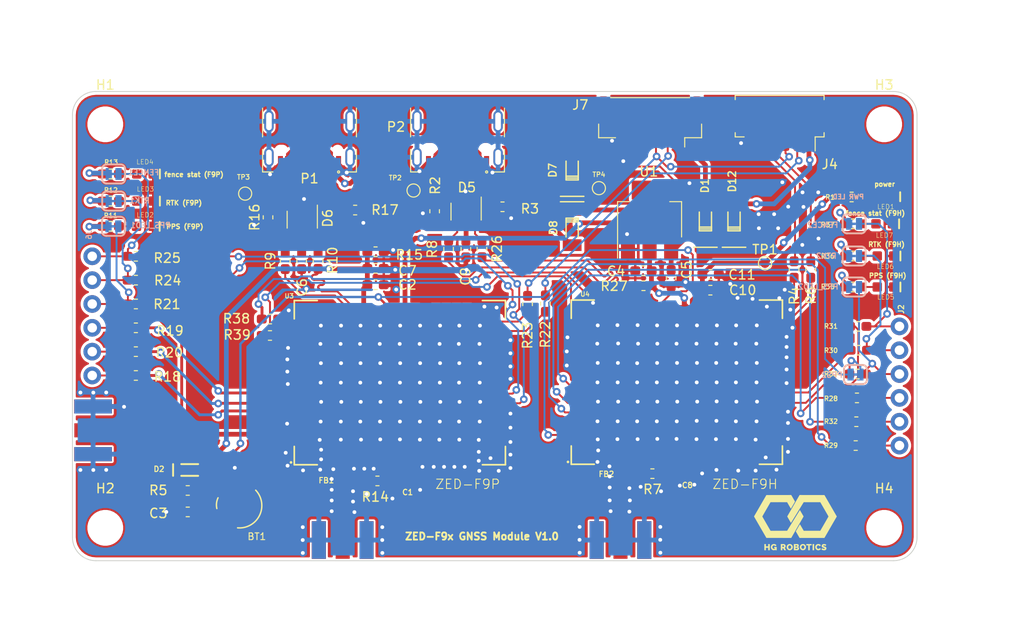
<source format=kicad_pcb>
(kicad_pcb (version 20171130) (host pcbnew "(5.1.6-0-10_14)")
  (title_block (title "ZED-F9x GNSS module (with moving base)") (date 2020-09-24) (rev V1) (company HiveGround) (comment 1 "Jirayu Sirivorawong") (comment 2 "Supervised by Sompol"))
  (layers (0 F.Cu signal) (1 In1.Cu signal) (2 In2.Cu signal) (31 B.Cu signal) (34 B.Paste user) (35 F.Paste user) (36 B.SilkS user) (37 F.SilkS user) (38 B.Mask user) (39 F.Mask user) (44 Edge.Cuts user))
  (net 0 "")
  (net 1 /BACKUP)
  (net 2 GND)
  (net 3 "Net-(C1-Pad1)")
  (net 4 "Net-(C8-Pad1)")
  (net 5 "Net-(D2-PadC)")
  (net 6 +5V)
  (net 7 "Net-(E1-PadSIG)")
  (net 8 "Net-(E2-PadSIG)")
  (net 9 "Net-(E3-PadSIG)")
  (net 10 /FENCE_STAT_P)
  (net 11 "Net-(FENCE1-Pad1)")
  (net 12 /FENCE_STAT_H)
  (net 13 "Net-(FENCE2-Pad1)")
  (net 14 /~SAFE_H)
  (net 15 /~RESET_H)
  (net 16 /PPS_STAT_H)
  (net 17 /RTK_STAT_H)
  (net 18 /INT_P)
  (net 19 /~SAFE_P)
  (net 20 /~RESET_P)
  (net 21 /PPS_STAT_P)
  (net 22 /RTK_STAT_P)
  (net 23 "Net-(LED2-PadA)")
  (net 24 "Net-(PPS2-Pad2)")
  (net 25 "Net-(PPS2-Pad1)")
  (net 26 "Net-(PPS_LED1-Pad1)")
  (net 27 "Net-(PPS_LED2-Pad1)")
  (net 28 "Net-(R7-Pad2)")
  (net 29 "Net-(R8-Pad2)")
  (net 30 "Net-(R9-Pad2)")
  (net 31 "Net-(R10-Pad2)")
  (net 32 "Net-(R12-Pad2)")
  (net 33 "Net-(R14-Pad2)")
  (net 34 "Net-(R18-Pad1)")
  (net 35 "Net-(R19-Pad1)")
  (net 36 "Net-(R20-Pad1)")
  (net 37 /RX2_P)
  (net 38 "Net-(R22-Pad1)")
  (net 39 /TX2_P)
  (net 40 "Net-(R23-Pad1)")
  (net 41 "Net-(R24-Pad1)")
  (net 42 "Net-(R25-Pad1)")
  (net 43 "Net-(R26-Pad2)")
  (net 44 "Net-(R28-Pad1)")
  (net 45 /INT_H)
  (net 46 "Net-(R29-Pad1)")
  (net 47 "Net-(R30-Pad1)")
  (net 48 "Net-(R31-Pad1)")
  (net 49 "Net-(R32-Pad1)")
  (net 50 "Net-(R36-Pad2)")
  (net 51 /RX1)
  (net 52 "Net-(R38-Pad1)")
  (net 53 /TX1)
  (net 54 "Net-(R39-Pad1)")
  (net 55 "Net-(U3-Pad47)")
  (net 56 "Net-(U3-Pad46)")
  (net 57 "Net-(U3-Pad45)")
  (net 58 "Net-(U3-Pad44)")
  (net 59 "Net-(U3-Pad6)")
  (net 60 "Net-(U3-Pad5)")
  (net 61 "Net-(U3-Pad4)")
  (net 62 /TX2_H)
  (net 63 /RX2_H)
  (net 64 +3V3)
  (net 65 "Net-(D12-Pad2)")
  (net 66 "Net-(LED1-PadA)")
  (net 67 "Net-(LED3-PadA)")
  (net 68 "Net-(LED4-PadA)")
  (net 69 "Net-(LED5-PadA)")
  (net 70 "Net-(LED6-PadA)")
  (net 71 "Net-(LED7-PadA)")
  (net 72 "Net-(U4-Pad47)")
  (net 73 "Net-(U4-Pad46)")
  (net 74 "Net-(U4-Pad45)")
  (net 75 "Net-(U4-Pad44)")
  (net 76 "Net-(U4-Pad6)")
  (net 77 "Net-(U4-Pad5)")
  (net 78 "Net-(U4-Pad4)")
  (net 79 "Net-(P1-PadB5)")
  (net 80 "Net-(P1-PadB8)")
  (net 81 "Net-(P1-PadA8)")
  (net 82 "Net-(P1-PadA5)")
  (net 83 "Net-(P2-PadB5)")
  (net 84 "Net-(P2-PadB8)")
  (net 85 "Net-(P2-PadA8)")
  (net 86 "Net-(P2-PadA5)")
  (net 87 "Net-(R4-Pad1)")
  (net 88 "Net-(R6-Pad1)")
  (net 89 "Net-(C6-Pad1)")
  (net 90 "Net-(C9-Pad1)")
  (net 91 /P_D+)
  (net 92 /P_D-)
  (net 93 /_P_D+)
  (net 94 /_P_D-)
  (net 95 /H_D-)
  (net 96 /H_D+)
  (net 97 /_H_D+)
  (net 98 /_H_D-)
  (net 99 "Net-(D1-Pad2)")
  (module "Qwiic GPS-RTK-SMA - ublox ZED-F9P:LOGO_HGR_1cm" (layer B.Cu) (at 197.0405 95.885 180)
    (fp_text reference "" hide)
    (fp_text value "" hide)
  )
  (module Resistor_SMD:R_0603_1608Metric_Pad1.05x0.95mm_HandSolder (layer F.Cu) (at 132.2872 92.5165 180)
    (fp_text reference R5 (at 3.1372 0.0165) (layer F.SilkS))
    (fp_text value 1k)
    (pad 2 smd roundrect (at 0.875 0 180) (size 1.05 0.95) (layers F.Cu F.Paste F.Mask) (net 5 "Net-(D2-PadC)"))
    (pad 1 smd roundrect (at -0.875 0 180) (size 1.05 0.95) (layers F.Cu F.Paste F.Mask) (net 1 /BACKUP))
  )
  (module Resistor_SMD:R_0603_1608Metric_Pad1.05x0.95mm_HandSolder (layer F.Cu) (at 152.5 91.5)
    (fp_text reference R14 (at -0.225 1.7) (layer F.SilkS))
    (fp_text value 33)
    (pad 2 smd roundrect (at 0.875 0) (size 1.05 0.95) (layers F.Cu F.Paste F.Mask) (net 33 "Net-(R14-Pad2)"))
    (pad 1 smd roundrect (at -0.875 0) (size 1.05 0.95) (layers F.Cu F.Paste F.Mask) (net 3 "Net-(C1-Pad1)"))
  )
  (module Resistor_SMD:R_0603_1608Metric_Pad1.05x0.95mm_HandSolder (layer F.Cu) (at 181.8 90.725)
    (fp_text reference R7 (at 0 1.675) (layer F.SilkS))
    (fp_text value 33)
    (pad 2 smd roundrect (at 0.875 0) (size 1.05 0.95) (layers F.Cu F.Paste F.Mask) (net 28 "Net-(R7-Pad2)"))
    (pad 1 smd roundrect (at -0.875 0) (size 1.05 0.95) (layers F.Cu F.Paste F.Mask) (net 4 "Net-(C8-Pad1)"))
  )
  (module Resistor_SMD:R_0603_1608Metric_Pad1.05x0.95mm_HandSolder (layer F.Cu) (at 180.85 70.7)
    (fp_text reference R27 (at -3.13 0.04) (layer F.SilkS))
    (fp_text value 100k)
    (pad 2 smd roundrect (at 0.875 0) (size 1.05 0.95) (layers F.Cu F.Paste F.Mask) (net 64 +3V3))
    (pad 1 smd roundrect (at -0.875 0) (size 1.05 0.95) (layers F.Cu F.Paste F.Mask) (net 2 GND))
  )
  (module Capacitor_SMD:C_0603_1608Metric_Pad1.05x0.95mm_HandSolder (layer F.Cu) (at 188.0012 69.4984 180)
    (fp_text reference C11 (at -3.3488 -0.0266) (layer F.SilkS))
    (fp_text value 0.1uF)
    (pad 2 smd roundrect (at 0.875 0 180) (size 1.05 0.95) (layers F.Cu F.Paste F.Mask) (net 64 +3V3))
    (pad 1 smd roundrect (at -0.875 0 180) (size 1.05 0.95) (layers F.Cu F.Paste F.Mask) (net 2 GND))
  )
  (module Capacitor_SMD:C_0603_1608Metric_Pad1.05x0.95mm_HandSolder (layer F.Cu) (at 187.9776 71.1748)
    (fp_text reference C10 (at 3.4474 0.0002) (layer F.SilkS))
    (fp_text value 1.0uF)
    (pad 2 smd roundrect (at 0.875 0) (size 1.05 0.95) (layers F.Cu F.Paste F.Mask) (net 2 GND))
    (pad 1 smd roundrect (at -0.875 0) (size 1.05 0.95) (layers F.Cu F.Paste F.Mask) (net 64 +3V3))
  )
  (module Capacitor_SMD:C_0603_1608Metric_Pad1.05x0.95mm_HandSolder (layer F.Cu) (at 183.8 69.9 90)
    (fp_text reference C5 (at 0.9 1.65 90) (layer F.SilkS))
    (fp_text value 0.1uF)
    (pad 2 smd roundrect (at 0.875 0 90) (size 1.05 0.95) (layers F.Cu F.Paste F.Mask) (net 6 +5V))
    (pad 1 smd roundrect (at -0.875 0 90) (size 1.05 0.95) (layers F.Cu F.Paste F.Mask) (net 2 GND))
  )
  (module Capacitor_SMD:C_0603_1608Metric_Pad1.05x0.95mm_HandSolder (layer F.Cu) (at 180.85 69.1)
    (fp_text reference C4 (at -2.92 0.05) (layer F.SilkS))
    (fp_text value 10uF)
    (pad 2 smd roundrect (at 0.875 0) (size 1.05 0.95) (layers F.Cu F.Paste F.Mask) (net 64 +3V3))
    (pad 1 smd roundrect (at -0.875 0) (size 1.05 0.95) (layers F.Cu F.Paste F.Mask) (net 2 GND))
  )
  (module Capacitor_SMD:C_0603_1608Metric_Pad1.05x0.95mm_HandSolder (layer F.Cu) (at 132.2872 94.8025 180)
    (fp_text reference C3 (at 3.1372 -0.1475) (layer F.SilkS))
    (fp_text value 1.0uF)
    (pad 2 smd roundrect (at 0.875 0 180) (size 1.05 0.95) (layers F.Cu F.Paste F.Mask) (net 2 GND))
    (pad 1 smd roundrect (at -0.875 0 180) (size 1.05 0.95) (layers F.Cu F.Paste F.Mask) (net 1 /BACKUP))
  )
  (module Resistor_SMD:R_0603_1608Metric_Pad1.05x0.95mm_HandSolder (layer F.Cu) (at 124.0872 58.7894 180)
    (fp_text reference R13 (at -0.0378 1.2394) (layer F.SilkS) (effects (font (size 0.5 0.5) (thickness 0.1))))
    (fp_text value 1k)
    (pad 2 smd roundrect (at 0.875 0 180) (size 1.05 0.95) (layers F.Cu F.Paste F.Mask) (net 11 "Net-(FENCE1-Pad1)"))
    (pad 1 smd roundrect (at -0.875 0 180) (size 1.05 0.95) (layers F.Cu F.Paste F.Mask) (net 68 "Net-(LED4-PadA)"))
  )
  (module Resistor_SMD:R_0603_1608Metric_Pad1.05x0.95mm_HandSolder (layer F.Cu) (at 124.0872 61.6786 180)
    (fp_text reference R12 (at -0.0128 1.1536) (layer F.SilkS) (effects (font (size 0.5 0.5) (thickness 0.1))))
    (fp_text value 1k)
    (pad 2 smd roundrect (at 0.875 0 180) (size 1.05 0.95) (layers F.Cu F.Paste F.Mask) (net 32 "Net-(R12-Pad2)"))
    (pad 1 smd roundrect (at -0.875 0 180) (size 1.05 0.95) (layers F.Cu F.Paste F.Mask) (net 67 "Net-(LED3-PadA)"))
  )
  (module Resistor_SMD:R_0603_1608Metric_Pad1.05x0.95mm_HandSolder (layer F.Cu) (at 124.0872 64.3686 180)
    (fp_text reference R11 (at 0.0122 1.1436) (layer F.SilkS) (effects (font (size 0.5 0.5) (thickness 0.1))))
    (fp_text value 1k)
    (pad 2 smd roundrect (at 0.875 0 180) (size 1.05 0.95) (layers F.Cu F.Paste F.Mask) (net 26 "Net-(PPS_LED1-Pad1)"))
    (pad 1 smd roundrect (at -0.875 0 180) (size 1.05 0.95) (layers F.Cu F.Paste F.Mask) (net 23 "Net-(LED2-PadA)"))
  )
  (module TestPoint:TestPoint_Pad_D1.0mm (layer F.Cu) (at 176.1 60.3)
    (fp_text reference TP4 (at 0 -1.448) (layer F.SilkS) (effects (font (size 0.5 0.5) (thickness 0.1))))
    (fp_text value TestPoint)
    (pad 1 smd circle (at 0 0) (size 1 1) (layers F.Cu F.Mask) (net 6 +5V))
  )
  (module Resistor_SMD:R_0603_1608Metric_Pad1.05x0.95mm_HandSolder (layer F.Cu) (at 126.7596 72.644 180)
    (fp_text reference R21 (at -3.3154 -0.031) (layer F.SilkS))
    (fp_text value 33)
    (pad 2 smd roundrect (at 0.875 0 180) (size 1.05 0.95) (layers F.Cu F.Paste F.Mask) (net 21 /PPS_STAT_P))
    (pad 1 smd roundrect (at -0.875 0 180) (size 1.05 0.95) (layers F.Cu F.Paste F.Mask) (net 8 "Net-(E2-PadSIG)"))
  )
  (module Resistor_SMD:R_0603_1608Metric_Pad1.05x0.95mm_HandSolder (layer F.Cu) (at 126.7596 77.724 180)
    (fp_text reference R20 (at -3.5654 -0.101) (layer F.SilkS))
    (fp_text value 33)
    (pad 2 smd roundrect (at 0.875 0 180) (size 1.05 0.95) (layers F.Cu F.Paste F.Mask) (net 19 /~SAFE_P))
    (pad 1 smd roundrect (at -0.875 0 180) (size 1.05 0.95) (layers F.Cu F.Paste F.Mask) (net 36 "Net-(R20-Pad1)"))
  )
  (module Resistor_SMD:R_0603_1608Metric_Pad1.05x0.95mm_HandSolder (layer F.Cu) (at 126.7596 75.184 180)
    (fp_text reference R19 (at -3.6404 -0.316) (layer F.SilkS))
    (fp_text value 33)
    (pad 2 smd roundrect (at 0.875 0 180) (size 1.05 0.95) (layers F.Cu F.Paste F.Mask) (net 20 /~RESET_P))
    (pad 1 smd roundrect (at -0.875 0 180) (size 1.05 0.95) (layers F.Cu F.Paste F.Mask) (net 35 "Net-(R19-Pad1)"))
  )
  (module Resistor_SMD:R_0603_1608Metric_Pad1.05x0.95mm_HandSolder (layer F.Cu) (at 126.7596 80.264 180)
    (fp_text reference R18 (at -3.3654 -0.136) (layer F.SilkS))
    (fp_text value 33)
    (pad 2 smd roundrect (at 0.875 0 180) (size 1.05 0.95) (layers F.Cu F.Paste F.Mask) (net 18 /INT_P))
    (pad 1 smd roundrect (at -0.875 0 180) (size 1.05 0.95) (layers F.Cu F.Paste F.Mask) (net 34 "Net-(R18-Pad1)"))
  )
  (module Resistor_SMD:R_0603_1608Metric_Pad1.05x0.95mm_HandSolder (layer F.Cu) (at 198.6788 68.9728 90)
    (fp_text reference R6 (at -2.7522 0.0212 90) (layer F.SilkS))
    (fp_text value 33)
    (pad 2 smd roundrect (at 0.875 0 90) (size 1.05 0.95) (layers F.Cu F.Paste F.Mask) (net 63 /RX2_H))
    (pad 1 smd roundrect (at -0.875 0 90) (size 1.05 0.95) (layers F.Cu F.Paste F.Mask) (net 88 "Net-(R6-Pad1)"))
  )
  (module Resistor_SMD:R_0603_1608Metric_Pad1.05x0.95mm_HandSolder (layer F.Cu) (at 196.9008 68.9728 90)
    (fp_text reference R4 (at -2.8022 0.0242 90) (layer F.SilkS))
    (fp_text value 33)
    (pad 2 smd roundrect (at 0.875 0 90) (size 1.05 0.95) (layers F.Cu F.Paste F.Mask) (net 62 /TX2_H))
    (pad 1 smd roundrect (at -0.875 0 90) (size 1.05 0.95) (layers F.Cu F.Paste F.Mask) (net 87 "Net-(R4-Pad1)"))
  )
  (module Capacitor_SMD:C_0603_1608Metric_Pad1.05x0.95mm_HandSolder (layer F.Cu) (at 144.425 68.05 270)
    (fp_text reference C6 (at 2.825 -0.05 90) (layer F.SilkS))
    (fp_text value 1.0uF)
    (pad 2 smd roundrect (at 0.875 0 270) (size 1.05 0.95) (layers F.Cu F.Paste F.Mask) (net 2 GND))
    (pad 1 smd roundrect (at -0.875 0 270) (size 1.05 0.95) (layers F.Cu F.Paste F.Mask) (net 89 "Net-(C6-Pad1)"))
  )
  (module Resistor_SMD:R_0603_1608Metric_Pad1.05x0.95mm_HandSolder (layer F.Cu) (at 203.53328 85.1916)
    (fp_text reference R32 (at -2.70328 -0.0316) (layer F.SilkS) (effects (font (size 0.5 0.5) (thickness 0.1))))
    (fp_text value 33)
    (pad 2 smd roundrect (at 0.875 0) (size 1.05 0.95) (layers F.Cu F.Paste F.Mask) (net 14 /~SAFE_H))
    (pad 1 smd roundrect (at -0.875 0) (size 1.05 0.95) (layers F.Cu F.Paste F.Mask) (net 49 "Net-(R32-Pad1)"))
  )
  (module Resistor_SMD:R_0603_1608Metric_Pad1.05x0.95mm_HandSolder (layer F.Cu) (at 160.0835 66.788 270)
    (fp_text reference R8 (at 0.014 1.75 90) (layer F.SilkS))
    (fp_text value 27)
    (pad 2 smd roundrect (at 0.875 0 270) (size 1.05 0.95) (layers F.Cu F.Paste F.Mask) (net 29 "Net-(R8-Pad2)"))
    (pad 1 smd roundrect (at -0.875 0 270) (size 1.05 0.95) (layers F.Cu F.Paste F.Mask) (net 96 /H_D+))
  )
  (module Resistor_SMD:R_0603_1608Metric_Pad1.05x0.95mm_HandSolder (layer F.Cu) (at 126.7596 67.564 180)
    (fp_text reference R25 (at -3.3404 -0.186) (layer F.SilkS))
    (fp_text value 33)
    (pad 2 smd roundrect (at 0.875 0 180) (size 1.05 0.95) (layers F.Cu F.Paste F.Mask) (net 10 /FENCE_STAT_P))
    (pad 1 smd roundrect (at -0.875 0 180) (size 1.05 0.95) (layers F.Cu F.Paste F.Mask) (net 42 "Net-(R25-Pad1)"))
  )
  (module Resistor_SMD:R_0603_1608Metric_Pad1.05x0.95mm_HandSolder (layer F.Cu) (at 126.7596 70.104 180)
    (fp_text reference R24 (at -3.3904 -0.046) (layer F.SilkS))
    (fp_text value 33)
    (pad 2 smd roundrect (at 0.875 0 180) (size 1.05 0.95) (layers F.Cu F.Paste F.Mask) (net 22 /RTK_STAT_P))
    (pad 1 smd roundrect (at -0.875 0 180) (size 1.05 0.95) (layers F.Cu F.Paste F.Mask) (net 41 "Net-(R24-Pad1)"))
  )
  (module Resistor_SMD:R_0603_1608Metric_Pad1.05x0.95mm_HandSolder (layer F.Cu) (at 203.66464 80.1116)
    (fp_text reference R33 (at -2.83464 -0.0116) (layer F.SilkS) (effects (font (size 0.5 0.5) (thickness 0.1))))
    (fp_text value 33)
    (pad 2 smd roundrect (at 0.875 0) (size 1.05 0.95) (layers F.Cu F.Paste F.Mask) (net 16 /PPS_STAT_H))
    (pad 1 smd roundrect (at -0.875 0) (size 1.05 0.95) (layers F.Cu F.Paste F.Mask) (net 25 "Net-(PPS2-Pad1)"))
  )
  (module Resistor_SMD:R_0603_1608Metric_Pad1.05x0.95mm_HandSolder (layer F.Cu) (at 203.4676 87.7316)
    (fp_text reference R29 (at -2.6376 -0.0116) (layer F.SilkS) (effects (font (size 0.5 0.5) (thickness 0.1))))
    (fp_text value 33)
    (pad 2 smd roundrect (at 0.875 0) (size 1.05 0.95) (layers F.Cu F.Paste F.Mask) (net 45 /INT_H))
    (pad 1 smd roundrect (at -0.875 0) (size 1.05 0.95) (layers F.Cu F.Paste F.Mask) (net 46 "Net-(R29-Pad1)"))
  )
  (module Resistor_SMD:R_0603_1608Metric_Pad1.05x0.95mm_HandSolder (layer F.Cu) (at 203.59896 82.6516)
    (fp_text reference R28 (at -2.76896 0.0784) (layer F.SilkS) (effects (font (size 0.5 0.5) (thickness 0.1))))
    (fp_text value 33)
    (pad 2 smd roundrect (at 0.875 0) (size 1.05 0.95) (layers F.Cu F.Paste F.Mask) (net 15 /~RESET_H))
    (pad 1 smd roundrect (at -0.875 0) (size 1.05 0.95) (layers F.Cu F.Paste F.Mask) (net 44 "Net-(R28-Pad1)"))
  )
  (module Resistor_SMD:R_0603_1608Metric_Pad1.05x0.95mm_HandSolder (layer F.Cu) (at 203.0332 61.2418 180)
    (fp_text reference R1 (at 2.3032 -0.0282) (layer F.SilkS) (effects (font (size 0.5 0.5) (thickness 0.1))))
    (fp_text value 1k)
    (pad 2 smd roundrect (at 0.875 0 180) (size 1.05 0.95) (layers F.Cu F.Paste F.Mask) (net 64 +3V3))
    (pad 1 smd roundrect (at -0.875 0 180) (size 1.05 0.95) (layers F.Cu F.Paste F.Mask) (net 66 "Net-(LED1-PadA)"))
  )
  (module Resistor_SMD:R_0603_1608Metric_Pad1.05x0.95mm_HandSolder (layer F.Cu) (at 203.1832 64.1025 180)
    (fp_text reference R37 (at 2.691296 -0.0975) (layer F.SilkS) (effects (font (size 0.5 0.5) (thickness 0.1))))
    (fp_text value 1k)
    (pad 2 smd roundrect (at 0.875 0 180) (size 1.05 0.95) (layers F.Cu F.Paste F.Mask) (net 13 "Net-(FENCE2-Pad1)"))
    (pad 1 smd roundrect (at -0.875 0 180) (size 1.05 0.95) (layers F.Cu F.Paste F.Mask) (net 71 "Net-(LED7-PadA)"))
  )
  (module Resistor_SMD:R_0603_1608Metric_Pad1.05x0.95mm_HandSolder (layer F.Cu) (at 203.2222 67.5315 180)
    (fp_text reference R36 (at 2.730296 -0.0235) (layer F.SilkS) (effects (font (size 0.5 0.5) (thickness 0.1))))
    (fp_text value 1k)
    (pad 2 smd roundrect (at 0.875 0 180) (size 1.05 0.95) (layers F.Cu F.Paste F.Mask) (net 50 "Net-(R36-Pad2)"))
    (pad 1 smd roundrect (at -0.875 0 180) (size 1.05 0.95) (layers F.Cu F.Paste F.Mask) (net 70 "Net-(LED6-PadA)"))
  )
  (module Resistor_SMD:R_0603_1608Metric_Pad1.05x0.95mm_HandSolder (layer F.Cu) (at 203.1832 70.8335 180)
    (fp_text reference R35 (at 2.691296 0.0285) (layer F.SilkS) (effects (font (size 0.5 0.5) (thickness 0.1))))
    (fp_text value 1k)
    (pad 2 smd roundrect (at 0.875 0 180) (size 1.05 0.95) (layers F.Cu F.Paste F.Mask) (net 27 "Net-(PPS_LED2-Pad1)"))
    (pad 1 smd roundrect (at -0.875 0 180) (size 1.05 0.95) (layers F.Cu F.Paste F.Mask) (net 69 "Net-(LED5-PadA)"))
  )
  (module Resistor_SMD:R_0603_1608Metric_Pad1.05x0.95mm_HandSolder (layer F.Cu) (at 203.73032 75.0316)
    (fp_text reference R31 (at -2.90032 -0.0116) (layer F.SilkS) (effects (font (size 0.5 0.5) (thickness 0.1))))
    (fp_text value 33)
    (pad 2 smd roundrect (at 0.875 0) (size 1.05 0.95) (layers F.Cu F.Paste F.Mask) (net 12 /FENCE_STAT_H))
    (pad 1 smd roundrect (at -0.875 0) (size 1.05 0.95) (layers F.Cu F.Paste F.Mask) (net 48 "Net-(R31-Pad1)"))
  )
  (module Resistor_SMD:R_0603_1608Metric_Pad1.05x0.95mm_HandSolder (layer F.Cu) (at 203.796 77.5716)
    (fp_text reference R30 (at -2.966 0.0284) (layer F.SilkS) (effects (font (size 0.5 0.5) (thickness 0.1))))
    (fp_text value 33)
    (pad 2 smd roundrect (at 0.875 0) (size 1.05 0.95) (layers F.Cu F.Paste F.Mask) (net 17 /RTK_STAT_H))
    (pad 1 smd roundrect (at -0.875 0) (size 1.05 0.95) (layers F.Cu F.Paste F.Mask) (net 47 "Net-(R30-Pad1)"))
  )
  (module Resistor_SMD:R_0603_1608Metric_Pad1.05x0.95mm_HandSolder (layer F.Cu) (at 141.05 76 180)
    (fp_text reference R39 (at 3.5 0.06) (layer F.SilkS))
    (fp_text value 33)
    (pad 2 smd roundrect (at 0.875 0 180) (size 1.05 0.95) (layers F.Cu F.Paste F.Mask) (net 53 /TX1))
    (pad 1 smd roundrect (at -0.875 0 180) (size 1.05 0.95) (layers F.Cu F.Paste F.Mask) (net 54 "Net-(R39-Pad1)"))
  )
  (module Resistor_SMD:R_0603_1608Metric_Pad1.05x0.95mm_HandSolder (layer F.Cu) (at 141.05 74.25 180)
    (fp_text reference R38 (at 3.57 0.04) (layer F.SilkS))
    (fp_text value 33)
    (pad 2 smd roundrect (at 0.875 0 180) (size 1.05 0.95) (layers F.Cu F.Paste F.Mask) (net 51 /RX1))
    (pad 1 smd roundrect (at -0.875 0 180) (size 1.05 0.95) (layers F.Cu F.Paste F.Mask) (net 52 "Net-(R38-Pad1)"))
  )
  (module Resistor_SMD:R_0603_1608Metric_Pad1.05x0.95mm_HandSolder (layer F.Cu) (at 168.5 72.65 90)
    (fp_text reference R23 (at -3.35 0 90) (layer F.SilkS))
    (fp_text value 33)
    (pad 2 smd roundrect (at 0.875 0 90) (size 1.05 0.95) (layers F.Cu F.Paste F.Mask) (net 39 /TX2_P))
    (pad 1 smd roundrect (at -0.875 0 90) (size 1.05 0.95) (layers F.Cu F.Paste F.Mask) (net 40 "Net-(R23-Pad1)"))
  )
  (module Resistor_SMD:R_0603_1608Metric_Pad1.05x0.95mm_HandSolder (layer F.Cu) (at 170.4 72.6 90)
    (fp_text reference R22 (at -3.3 0 90) (layer F.SilkS))
    (fp_text value 33)
    (pad 2 smd roundrect (at 0.875 0 90) (size 1.05 0.95) (layers F.Cu F.Paste F.Mask) (net 37 /RX2_P))
    (pad 1 smd roundrect (at -0.875 0 90) (size 1.05 0.95) (layers F.Cu F.Paste F.Mask) (net 38 "Net-(R22-Pad1)"))
  )
  (module "Qwiic GPS-RTK-SMA - ublox ZED-F9P:SOD-80" (layer F.Cu) (at 187.45 63.85 90)
    (fp_text reference D1 (at 3.8 -0.05 90) (layer F.SilkS) (effects (font (size 0.8 0.8))))
    (fp_text value DIODE)
    (pad 2 smd rect (at 1.875 0 90) (size 1.25 2) (layers F.Cu F.Paste F.Mask) (net 99 "Net-(D1-Pad2)"))
    (pad 1 smd rect (at -1.875 0 90) (size 1.25 2) (layers F.Cu F.Paste F.Mask) (net 6 +5V))
  )
  (module Resistor_SMD:R_0603_1608Metric_Pad1.05x0.95mm_HandSolder (layer F.Cu) (at 150.1276 62.6364 180)
    (fp_text reference R17 (at -3.1724 0.0114) (layer F.SilkS))
    (fp_text value 5.1k)
    (pad 2 smd roundrect (at 0.875 0 180) (size 1.05 0.95) (layers F.Cu F.Paste F.Mask) (net 82 "Net-(P1-PadA5)"))
    (pad 1 smd roundrect (at -0.875 0 180) (size 1.05 0.95) (layers F.Cu F.Paste F.Mask) (net 2 GND))
  )
  (module Resistor_SMD:R_0603_1608Metric_Pad1.05x0.95mm_HandSolder (layer F.Cu) (at 140.843 63.4102 90)
    (fp_text reference R16 (at 0 -1.43 90) (layer F.SilkS))
    (fp_text value 5.1k)
    (pad 2 smd roundrect (at 0.875 0 90) (size 1.05 0.95) (layers F.Cu F.Paste F.Mask) (net 79 "Net-(P1-PadB5)"))
    (pad 1 smd roundrect (at -0.875 0 90) (size 1.05 0.95) (layers F.Cu F.Paste F.Mask) (net 2 GND))
  )
  (module Resistor_SMD:R_0603_1608Metric_Pad1.05x0.95mm_HandSolder (layer F.Cu) (at 165.8281 62.2855 180)
    (fp_text reference R3 (at -2.9219 -0.2145) (layer F.SilkS))
    (fp_text value 5.1k)
    (pad 2 smd roundrect (at 0.875 0 180) (size 1.05 0.95) (layers F.Cu F.Paste F.Mask) (net 86 "Net-(P2-PadA5)"))
    (pad 1 smd roundrect (at -0.875 0 180) (size 1.05 0.95) (layers F.Cu F.Paste F.Mask) (net 2 GND))
  )
  (module Resistor_SMD:R_0603_1608Metric_Pad1.05x0.95mm_HandSolder (layer F.Cu) (at 158.5976 62.7625 90)
    (fp_text reference R2 (at 2.7425 0.0624 90) (layer F.SilkS))
    (fp_text value 5.1k)
    (pad 2 smd roundrect (at 0.875 0 90) (size 1.05 0.95) (layers F.Cu F.Paste F.Mask) (net 83 "Net-(P2-PadB5)"))
    (pad 1 smd roundrect (at -0.875 0 90) (size 1.05 0.95) (layers F.Cu F.Paste F.Mask) (net 2 GND))
  )
  (module Capacitor_SMD:C_0603_1608Metric_Pad1.05x0.95mm_HandSolder (layer F.Cu) (at 161.925 66.802 270)
    (fp_text reference C9 (at 2.9219 0.0266 90) (layer F.SilkS))
    (fp_text value 1.0uF)
    (pad 2 smd roundrect (at 0.875 0 270) (size 1.05 0.95) (layers F.Cu F.Paste F.Mask) (net 2 GND))
    (pad 1 smd roundrect (at -0.875 0 270) (size 1.05 0.95) (layers F.Cu F.Paste F.Mask) (net 90 "Net-(C9-Pad1)"))
  )
  (module "Qwiic GPS-RTK-SMA - ublox ZED-F9P:SOD-80" (layer F.Cu) (at 190.5 63.85 90)
    (fp_text reference D12 (at 4.275 -0.2 90) (layer F.SilkS) (effects (font (size 0.8 0.8))))
    (fp_text value DIODE)
    (pad 1 smd rect (at -1.875 0 90) (size 1.25 2) (layers F.Cu F.Paste F.Mask) (net 6 +5V))
    (pad 2 smd rect (at 1.875 0 90) (size 1.25 2) (layers F.Cu F.Paste F.Mask) (net 65 "Net-(D12-Pad2)"))
  )
  (module Capacitor_SMD:C_0603_1608Metric_Pad1.05x0.95mm_HandSolder (layer F.Cu) (at 152.3 70.6)
    (fp_text reference C2 (at 3.4 0) (layer F.SilkS))
    (fp_text value 1.0uF)
    (pad 2 smd roundrect (at 0.875 0) (size 1.05 0.95) (layers F.Cu F.Paste F.Mask) (net 2 GND))
    (pad 1 smd roundrect (at -0.875 0) (size 1.05 0.95) (layers F.Cu F.Paste F.Mask) (net 64 +3V3))
  )
  (module Capacitor_SMD:C_0603_1608Metric_Pad1.05x0.95mm_HandSolder (layer F.Cu) (at 152.3 68.85 180)
    (fp_text reference C7 (at -3.4 -0.25) (layer F.SilkS))
    (fp_text value 0.1uF)
    (pad 2 smd roundrect (at 0.875 0 180) (size 1.05 0.95) (layers F.Cu F.Paste F.Mask) (net 64 +3V3))
    (pad 1 smd roundrect (at -0.875 0 180) (size 1.05 0.95) (layers F.Cu F.Paste F.Mask) (net 2 GND))
  )
  (module Resistor_SMD:R_0603_1608Metric_Pad1.05x0.95mm_HandSolder (layer F.Cu) (at 163.6395 66.788 270)
    (fp_text reference R26 (at -0.014 -1.6105 90) (layer F.SilkS))
    (fp_text value 27)
    (pad 2 smd roundrect (at 0.875 0 270) (size 1.05 0.95) (layers F.Cu F.Paste F.Mask) (net 43 "Net-(R26-Pad2)"))
    (pad 1 smd roundrect (at -0.875 0 270) (size 1.05 0.95) (layers F.Cu F.Paste F.Mask) (net 95 /H_D-))
  )
  (module "Qwiic GPS-RTK-SMA - ublox ZED-F9P:SOD-80" (layer F.Cu) (at 173.25 64.5 270)
    (fp_text reference D8 (at 0.025 2 90) (layer F.SilkS) (effects (font (size 0.8 0.8))))
    (fp_text value D_Small_ALT)
    (pad 2 smd rect (at 1.875 0 270) (size 1.25 2) (layers F.Cu F.Paste F.Mask) (net 90 "Net-(C9-Pad1)"))
    (pad 1 smd rect (at -1.875 0 270) (size 1.25 2) (layers F.Cu F.Paste F.Mask) (net 6 +5V))
  )
  (module "Qwiic GPS-RTK-SMA - ublox ZED-F9P:SOD-80" (layer F.Cu) (at 173.25 58.425 90)
    (fp_text reference D7 (at 0.025 -2.075 90) (layer F.SilkS) (effects (font (size 0.8 0.8))))
    (fp_text value D_Small_ALT)
    (pad 2 smd rect (at 1.875 0 90) (size 1.25 2) (layers F.Cu F.Paste F.Mask) (net 89 "Net-(C6-Pad1)"))
    (pad 1 smd rect (at -1.875 0 90) (size 1.25 2) (layers F.Cu F.Paste F.Mask) (net 6 +5V))
  )
  (module Resistor_SMD:R_0603_1608Metric_Pad1.05x0.95mm_HandSolder (layer F.Cu) (at 152.3 67.075 180)
    (fp_text reference R15 (at -3.6 -0.325) (layer F.SilkS))
    (fp_text value 100k)
    (pad 2 smd roundrect (at 0.875 0 180) (size 1.05 0.95) (layers F.Cu F.Paste F.Mask) (net 64 +3V3))
    (pad 1 smd roundrect (at -0.875 0 180) (size 1.05 0.95) (layers F.Cu F.Paste F.Mask) (net 2 GND))
  )
  (module Resistor_SMD:R_0603_1608Metric_Pad1.05x0.95mm_HandSolder (layer F.Cu) (at 142.675 68.05 270)
    (fp_text reference R9 (at 0.014 1.5748 90) (layer F.SilkS))
    (fp_text value 27)
    (pad 2 smd roundrect (at 0.875 0 270) (size 1.05 0.95) (layers F.Cu F.Paste F.Mask) (net 30 "Net-(R9-Pad2)"))
    (pad 1 smd roundrect (at -0.875 0 270) (size 1.05 0.95) (layers F.Cu F.Paste F.Mask) (net 91 /P_D+))
  )
  (module "Qwiic GPS-RTK-SMA - ublox ZED-F9P:USB_C_Receptacle_JAE_DX07S016JA1" (layer F.Cu) (at 161.036 55.0164 180)
    (fp_text reference P2 (at 6.561 1.2414) (layer F.SilkS))
    (fp_text value USB_C_Plug_USB2.0)
    (pad S1 smd rect (at -1.4 1.8375 180) (size 1 2) (layers F.Cu F.Paste F.Mask) (net 2 GND))
    (pad S1 smd rect (at 1.4 1.8375 180) (size 1 2) (layers F.Cu F.Paste F.Mask) (net 2 GND))
    (pad S1 thru_hole oval (at 4.32 1.8375 180) (size 1 2.3) (drill oval 0.6 1.9) (layers *.Cu *.Mask) (net 2 GND))
    (pad "" np_thru_hole oval (at 3 -1.2625 180) (size 0.85 0.6) (drill oval 0.85 0.6) (layers *.Cu *.Mask))
    (pad S1 thru_hole oval (at -4.32 1.8375 180) (size 1 2.3) (drill oval 0.6 1.9) (layers *.Cu *.Mask) (net 2 GND))
    (pad "" np_thru_hole circle (at -3 -1.2625 180) (size 0.6 0.6) (drill 0.6) (layers *.Cu *.Mask))
    (pad S1 thru_hole oval (at -4.32 -1.9875 180) (size 1 2) (drill oval 0.6 1.6) (layers *.Cu *.Mask) (net 2 GND))
    (pad S1 thru_hole oval (at 4.32 -1.9875 180) (size 1 2) (drill oval 0.6 1.6) (layers *.Cu *.Mask) (net 2 GND))
    (pad A6 smd rect (at -0.25 -2.3625 180) (size 0.27 1) (layers F.Cu F.Paste F.Mask) (net 97 /_H_D+))
    (pad A8 smd rect (at 1.75 -2.3625 180) (size 0.27 1) (layers F.Cu F.Paste F.Mask) (net 85 "Net-(P2-PadA8)"))
    (pad B5 smd rect (at 1.25 -2.3625 180) (size 0.27 1) (layers F.Cu F.Paste F.Mask) (net 83 "Net-(P2-PadB5)"))
    (pad A7 smd rect (at 0.75 -2.3625 180) (size 0.27 1) (layers F.Cu F.Paste F.Mask) (net 98 /_H_D-))
    (pad B6 smd rect (at 0.25 -2.3625 180) (size 0.27 1) (layers F.Cu F.Paste F.Mask) (net 97 /_H_D+))
    (pad B7 smd rect (at -0.75 -2.3625 180) (size 0.27 1) (layers F.Cu F.Paste F.Mask) (net 98 /_H_D-))
    (pad B8 smd rect (at -1.25 -2.3625 180) (size 0.27 1) (layers F.Cu F.Paste F.Mask) (net 84 "Net-(P2-PadB8)"))
    (pad A5 smd rect (at -1.75 -2.3625 180) (size 0.27 1) (layers F.Cu F.Paste F.Mask) (net 86 "Net-(P2-PadA5)"))
    (pad A12 smd rect (at 3.1 -2.3625 180) (size 0.52 1) (layers F.Cu F.Paste F.Mask) (net 2 GND))
    (pad B4 smd rect (at 2.35 -2.3625 180) (size 0.52 1) (layers F.Cu F.Paste F.Mask) (net 90 "Net-(C9-Pad1)"))
    (pad A4 smd rect (at -2.35 -2.3625 180) (size 0.52 1) (layers F.Cu F.Paste F.Mask) (net 90 "Net-(C9-Pad1)"))
    (pad A1 smd rect (at -3.1 -2.3625 180) (size 0.52 1) (layers F.Cu F.Paste F.Mask) (net 2 GND))
    (pad B12 smd rect (at -3.1 -2.3625 180) (size 0.52 1) (layers F.Cu F.Paste F.Mask) (net 2 GND))
    (pad B9 smd rect (at -2.35 -2.3625 180) (size 0.52 1) (layers F.Cu F.Paste F.Mask) (net 90 "Net-(C9-Pad1)"))
    (pad A9 smd rect (at 2.35 -2.3625 180) (size 0.52 1) (layers F.Cu F.Paste F.Mask) (net 90 "Net-(C9-Pad1)"))
    (pad B1 smd rect (at 3.1 -2.3625 180) (size 0.52 1) (layers F.Cu F.Paste F.Mask) (net 2 GND))
  )
  (module "Qwiic GPS-RTK-SMA - ublox ZED-F9P:USB_C_Receptacle_JAE_DX07S016JA1" (layer F.Cu) (at 145.2626 55.0164 180)
    (fp_text reference P1 (at 0 -4.2625) (layer F.SilkS))
    (fp_text value USB_C_Plug_USB2.0)
    (pad S1 smd rect (at -1.4 1.8375 180) (size 1 2) (layers F.Cu F.Paste F.Mask) (net 2 GND))
    (pad S1 smd rect (at 1.4 1.8375 180) (size 1 2) (layers F.Cu F.Paste F.Mask) (net 2 GND))
    (pad S1 thru_hole oval (at 4.32 1.8375 180) (size 1 2.3) (drill oval 0.6 1.9) (layers *.Cu *.Mask) (net 2 GND))
    (pad "" np_thru_hole oval (at 3 -1.2625 180) (size 0.85 0.6) (drill oval 0.85 0.6) (layers *.Cu *.Mask))
    (pad S1 thru_hole oval (at -4.32 1.8375 180) (size 1 2.3) (drill oval 0.6 1.9) (layers *.Cu *.Mask) (net 2 GND))
    (pad "" np_thru_hole circle (at -3 -1.2625 180) (size 0.6 0.6) (drill 0.6) (layers *.Cu *.Mask))
    (pad S1 thru_hole oval (at -4.32 -1.9875 180) (size 1 2) (drill oval 0.6 1.6) (layers *.Cu *.Mask) (net 2 GND))
    (pad S1 thru_hole oval (at 4.32 -1.9875 180) (size 1 2) (drill oval 0.6 1.6) (layers *.Cu *.Mask) (net 2 GND))
    (pad A6 smd rect (at -0.25 -2.3625 180) (size 0.27 1) (layers F.Cu F.Paste F.Mask) (net 93 /_P_D+))
    (pad A8 smd rect (at 1.75 -2.3625 180) (size 0.27 1) (layers F.Cu F.Paste F.Mask) (net 81 "Net-(P1-PadA8)"))
    (pad B5 smd rect (at 1.25 -2.3625 180) (size 0.27 1) (layers F.Cu F.Paste F.Mask) (net 79 "Net-(P1-PadB5)"))
    (pad A7 smd rect (at 0.75 -2.3625 180) (size 0.27 1) (layers F.Cu F.Paste F.Mask) (net 94 /_P_D-))
    (pad B6 smd rect (at 0.25 -2.3625 180) (size 0.27 1) (layers F.Cu F.Paste F.Mask) (net 93 /_P_D+))
    (pad B7 smd rect (at -0.75 -2.3625 180) (size 0.27 1) (layers F.Cu F.Paste F.Mask) (net 94 /_P_D-))
    (pad B8 smd rect (at -1.25 -2.3625 180) (size 0.27 1) (layers F.Cu F.Paste F.Mask) (net 80 "Net-(P1-PadB8)"))
    (pad A5 smd rect (at -1.75 -2.3625 180) (size 0.27 1) (layers F.Cu F.Paste F.Mask) (net 82 "Net-(P1-PadA5)"))
    (pad A12 smd rect (at 3.1 -2.3625 180) (size 0.52 1) (layers F.Cu F.Paste F.Mask) (net 2 GND))
    (pad B4 smd rect (at 2.35 -2.3625 180) (size 0.52 1) (layers F.Cu F.Paste F.Mask) (net 89 "Net-(C6-Pad1)"))
    (pad A4 smd rect (at -2.35 -2.3625 180) (size 0.52 1) (layers F.Cu F.Paste F.Mask) (net 89 "Net-(C6-Pad1)"))
    (pad A1 smd rect (at -3.1 -2.3625 180) (size 0.52 1) (layers F.Cu F.Paste F.Mask) (net 2 GND))
    (pad B12 smd rect (at -3.1 -2.3625 180) (size 0.52 1) (layers F.Cu F.Paste F.Mask) (net 2 GND))
    (pad B9 smd rect (at -2.35 -2.3625 180) (size 0.52 1) (layers F.Cu F.Paste F.Mask) (net 89 "Net-(C6-Pad1)"))
    (pad A9 smd rect (at 2.35 -2.3625 180) (size 0.52 1) (layers F.Cu F.Paste F.Mask) (net 89 "Net-(C6-Pad1)"))
    (pad B1 smd rect (at 3.1 -2.3625 180) (size 0.52 1) (layers F.Cu F.Paste F.Mask) (net 2 GND))
  )
  (module Resistor_SMD:R_0603_1608Metric_Pad1.05x0.95mm_HandSolder (layer F.Cu) (at 146.175 68.025 270)
    (fp_text reference R10 (at -0.0368 -1.5494 90) (layer F.SilkS))
    (fp_text value 27)
    (pad 2 smd roundrect (at 0.875 0 270) (size 1.05 0.95) (layers F.Cu F.Paste F.Mask) (net 31 "Net-(R10-Pad2)"))
    (pad 1 smd roundrect (at -0.875 0 270) (size 1.05 0.95) (layers F.Cu F.Paste F.Mask) (net 92 /P_D-))
  )
  (module "Qwiic GPS-RTK-SMA - ublox ZED-F9P:SMT-JUMPER_2_NC_TRACE_SILK" (layer B.Cu) (at 203.4413 80.1624 180)
    (fp_text reference PPS2 (at 2.5113 -0.3876 180) (layer B.SilkS) (effects (font (size 0.57912 0.57912) (thickness 0.115824)) (justify bottom mirror)))
    (fp_text value JUMPER-SMT_2_NC_TRACE_SILK)
    (fp_poly (pts (xy -0.6985 0.127) (xy 0.18415 0.127) (xy 0.18415 -0.127) (xy -0.6985 -0.127)) (layer B.Cu) (width 0))
    (pad 2 smd rect (at 0.5207 0 180) (size 0.6604 1.27) (layers B.Cu B.Mask) (net 24 "Net-(PPS2-Pad2)"))
    (pad 1 smd rect (at -0.5207 0 180) (size 0.6604 1.27) (layers B.Cu B.Mask) (net 25 "Net-(PPS2-Pad1)"))
  )
  (module Package_TO_SOT_SMD:SOT-23-6 (layer F.Cu) (at 161.9504 62.8015 270)
    (fp_text reference D5 (at -2.5765 -0.0746) (layer F.SilkS))
    (fp_text value USBLC6-2SC6)
    (pad 5 smd rect (at 1.1 0 270) (size 1.06 0.65) (layers F.Cu F.Paste F.Mask) (net 90 "Net-(C9-Pad1)"))
    (pad 6 smd rect (at 1.1 -0.95 270) (size 1.06 0.65) (layers F.Cu F.Paste F.Mask) (net 95 /H_D-))
    (pad 4 smd rect (at 1.1 0.95 270) (size 1.06 0.65) (layers F.Cu F.Paste F.Mask) (net 96 /H_D+))
    (pad 3 smd rect (at -1.1 0.95 270) (size 1.06 0.65) (layers F.Cu F.Paste F.Mask) (net 97 /_H_D+))
    (pad 2 smd rect (at -1.1 0 270) (size 1.06 0.65) (layers F.Cu F.Paste F.Mask) (net 2 GND))
    (pad 1 smd rect (at -1.1 -0.95 270) (size 1.06 0.65) (layers F.Cu F.Paste F.Mask) (net 98 /_H_D-))
  )
  (module TestPoint:TestPoint_Pad_D1.0mm (layer F.Cu) (at 138.4046 60.8838)
    (fp_text reference TP3 (at -0.1796 -1.7588) (layer F.SilkS) (effects (font (size 0.5 0.5) (thickness 0.1))))
    (fp_text value TestPoint)
    (pad 1 smd circle (at 0 0) (size 1 1) (layers F.Cu F.Mask) (net 89 "Net-(C6-Pad1)"))
  )
  (module TestPoint:TestPoint_Pad_D1.0mm (layer F.Cu) (at 156.3497 60.5536)
    (fp_text reference TP2 (at -1.9497 -1.3536) (layer F.SilkS) (effects (font (size 0.5 0.5) (thickness 0.1))))
    (fp_text value TestPoint)
    (pad 1 smd circle (at 0 0) (size 1 1) (layers F.Cu F.Mask) (net 90 "Net-(C9-Pad1)"))
  )
  (module TestPoint:TestPoint_Pad_D1.0mm (layer F.Cu) (at 193.8 68.3)
    (fp_text reference TP1 (at 0 -1.448) (layer F.SilkS))
    (fp_text value TestPoint)
    (pad 1 smd circle (at 0 0) (size 1 1) (layers F.Cu F.Mask) (net 64 +3V3))
  )
  (module Package_TO_SOT_SMD:SOT-23-6 (layer F.Cu) (at 144.4904 63.6602 270)
    (fp_text reference D6 (at -0.1602 -2.7096 90) (layer F.SilkS))
    (fp_text value USBLC6-2SC6)
    (pad 5 smd rect (at 1.1 0 270) (size 1.06 0.65) (layers F.Cu F.Paste F.Mask) (net 89 "Net-(C6-Pad1)"))
    (pad 6 smd rect (at 1.1 -0.95 270) (size 1.06 0.65) (layers F.Cu F.Paste F.Mask) (net 92 /P_D-))
    (pad 4 smd rect (at 1.1 0.95 270) (size 1.06 0.65) (layers F.Cu F.Paste F.Mask) (net 91 /P_D+))
    (pad 3 smd rect (at -1.1 0.95 270) (size 1.06 0.65) (layers F.Cu F.Paste F.Mask) (net 93 /_P_D+))
    (pad 2 smd rect (at -1.1 0 270) (size 1.06 0.65) (layers F.Cu F.Paste F.Mask) (net 2 GND))
    (pad 1 smd rect (at -1.1 -0.95 270) (size 1.06 0.65) (layers F.Cu F.Paste F.Mask) (net 94 /_P_D-))
  )
  (module "Qwiic GPS-RTK-SMA - ublox ZED-F9P:ZED-F9P" (layer F.Cu) (at 184.404 80.9752)
    (fp_text reference U4 (at -9.779 -9.3752) (layer F.SilkS) (effects (font (size 0.4826 0.4826) (thickness 0.1))))
    (fp_text value ZED-F9H (at 7.271 10.8748) (layer F.SilkS) (effects (font (thickness 0.1))))
    (pad 102 smd rect (at 7.35 1.05 180) (size 1.1 1.1) (layers F.Cu F.Mask) (net 2 GND))
    (pad 101 smd rect (at 5.25 1.05 180) (size 1.1 1.1) (layers F.Cu F.Mask) (net 2 GND))
    (pad 100 smd rect (at 3.15 1.05 180) (size 1.1 1.1) (layers F.Cu F.Mask) (net 2 GND))
    (pad 99 smd rect (at 1.05 1.05 180) (size 1.1 1.1) (layers F.Cu F.Mask) (net 2 GND))
    (pad 98 smd rect (at 7.35 3.1 180) (size 1.1 1.1) (layers F.Cu F.Mask) (net 2 GND))
    (pad 97 smd rect (at 5.25 3.1 180) (size 1.1 1.1) (layers F.Cu F.Mask) (net 2 GND))
    (pad 96 smd rect (at 3.15 3.1 180) (size 1.1 1.1) (layers F.Cu F.Mask) (net 2 GND))
    (pad 95 smd rect (at 1.05 3.1 180) (size 1.1 1.1) (layers F.Cu F.Mask) (net 2 GND))
    (pad 94 smd rect (at 7.35 5.15 180) (size 1.1 1.1) (layers F.Cu F.Mask) (net 2 GND))
    (pad 93 smd rect (at 5.25 5.15 180) (size 1.1 1.1) (layers F.Cu F.Mask) (net 2 GND))
    (pad 92 smd rect (at 3.15 5.15 180) (size 1.1 1.1) (layers F.Cu F.Mask) (net 2 GND))
    (pad 91 smd rect (at 1.05 5.15 180) (size 1.1 1.1) (layers F.Cu F.Mask) (net 2 GND))
    (pad 90 smd rect (at 7.35 -5.15 180) (size 1.1 1.1) (layers F.Cu F.Mask) (net 2 GND))
    (pad 89 smd rect (at 5.25 -5.15 180) (size 1.1 1.1) (layers F.Cu F.Mask) (net 2 GND))
    (pad 88 smd rect (at 3.15 -5.15 180) (size 1.1 1.1) (layers F.Cu F.Mask) (net 2 GND))
    (pad 87 smd rect (at 1.05 -5.15 180) (size 1.1 1.1) (layers F.Cu F.Mask) (net 2 GND))
    (pad 86 smd rect (at 7.35 -3.1 180) (size 1.1 1.1) (layers F.Cu F.Mask) (net 2 GND))
    (pad 85 smd rect (at 5.25 -3.1 180) (size 1.1 1.1) (layers F.Cu F.Mask) (net 2 GND))
    (pad 84 smd rect (at 3.15 -3.1 180) (size 1.1 1.1) (layers F.Cu F.Mask) (net 2 GND))
    (pad 83 smd rect (at 1.05 -3.1 180) (size 1.1 1.1) (layers F.Cu F.Mask) (net 2 GND))
    (pad 82 smd rect (at 7.35 -1.05 180) (size 1.1 1.1) (layers F.Cu F.Mask) (net 2 GND))
    (pad 81 smd rect (at 5.25 -1.05 180) (size 1.1 1.1) (layers F.Cu F.Mask) (net 2 GND))
    (pad 80 smd rect (at 3.15 -1.05 180) (size 1.1 1.1) (layers F.Cu F.Mask) (net 2 GND))
    (pad 79 smd rect (at 1.05 -1.05 180) (size 1.1 1.1) (layers F.Cu F.Mask) (net 2 GND))
    (pad 78 smd rect (at -7.35 -1.05) (size 1.1 1.1) (layers F.Cu F.Mask) (net 2 GND))
    (pad 77 smd rect (at -5.25 -1.05) (size 1.1 1.1) (layers F.Cu F.Mask) (net 2 GND))
    (pad 76 smd rect (at -3.15 -1.05) (size 1.1 1.1) (layers F.Cu F.Mask) (net 2 GND))
    (pad 75 smd rect (at -1.05 -1.05) (size 1.1 1.1) (layers F.Cu F.Mask) (net 2 GND))
    (pad 74 smd rect (at -7.35 -3.1) (size 1.1 1.1) (layers F.Cu F.Mask) (net 2 GND))
    (pad 73 smd rect (at -5.25 -3.1) (size 1.1 1.1) (layers F.Cu F.Mask) (net 2 GND))
    (pad 72 smd rect (at -3.15 -3.1) (size 1.1 1.1) (layers F.Cu F.Mask) (net 2 GND))
    (pad 71 smd rect (at -1.05 -3.1) (size 1.1 1.1) (layers F.Cu F.Mask) (net 2 GND))
    (pad 70 smd rect (at -7.35 -5.15) (size 1.1 1.1) (layers F.Cu F.Mask) (net 2 GND))
    (pad 69 smd rect (at -5.25 -5.15) (size 1.1 1.1) (layers F.Cu F.Mask) (net 2 GND))
    (pad 68 smd rect (at -3.15 -5.15) (size 1.1 1.1) (layers F.Cu F.Mask) (net 2 GND))
    (pad 67 smd rect (at -1.05 -5.15) (size 1.1 1.1) (layers F.Cu F.Mask) (net 2 GND))
    (pad 66 smd rect (at -7.35 5.15) (size 1.1 1.1) (layers F.Cu F.Mask) (net 2 GND))
    (pad 65 smd rect (at -5.25 5.15) (size 1.1 1.1) (layers F.Cu F.Mask) (net 2 GND))
    (pad 64 smd rect (at -3.15 5.15) (size 1.1 1.1) (layers F.Cu F.Mask) (net 2 GND))
    (pad 63 smd rect (at -1.05 5.15) (size 1.1 1.1) (layers F.Cu F.Mask) (net 2 GND))
    (pad 62 smd rect (at -7.35 3.1) (size 1.1 1.1) (layers F.Cu F.Mask) (net 2 GND))
    (pad 61 smd rect (at -5.25 3.1) (size 1.1 1.1) (layers F.Cu F.Mask) (net 2 GND))
    (pad 60 smd rect (at -3.15 3.1) (size 1.1 1.1) (layers F.Cu F.Mask) (net 2 GND))
    (pad 59 smd rect (at -1.05 3.1) (size 1.1 1.1) (layers F.Cu F.Mask) (net 2 GND))
    (pad 58 smd rect (at -7.35 1.05) (size 1.1 1.1) (layers F.Cu F.Mask) (net 2 GND))
    (pad 57 smd rect (at -5.25 1.05) (size 1.1 1.1) (layers F.Cu F.Mask) (net 2 GND))
    (pad 56 smd rect (at -3.15 1.05) (size 1.1 1.1) (layers F.Cu F.Mask) (net 2 GND))
    (pad 55 smd rect (at -1.05 1.05) (size 1.1 1.1) (layers F.Cu F.Mask) (net 2 GND))
    (pad 54 smd rect (at -9.95 6.6 180) (size 1.52 0.85) (layers F.Cu F.Paste F.Mask))
    (pad 53 smd rect (at -9.95 5.5 180) (size 1.52 0.85) (layers F.Cu F.Paste F.Mask) (net 24 "Net-(PPS2-Pad2)"))
    (pad 52 smd rect (at -9.95 4.4 180) (size 1.52 0.85) (layers F.Cu F.Paste F.Mask))
    (pad 51 smd rect (at -9.95 3.3 180) (size 1.52 0.85) (layers F.Cu F.Paste F.Mask) (net 46 "Net-(R29-Pad1)"))
    (pad 50 smd rect (at -9.95 2.2 180) (size 1.52 0.85) (layers F.Cu F.Paste F.Mask) (net 49 "Net-(R32-Pad1)"))
    (pad 49 smd rect (at -9.95 1.1 180) (size 1.52 0.85) (layers F.Cu F.Paste F.Mask) (net 44 "Net-(R28-Pad1)"))
    (pad 48 smd rect (at -9.95 0 180) (size 1.52 0.85) (layers F.Cu F.Paste F.Mask) (net 2 GND))
    (pad 47 smd rect (at -9.95 -1.1 180) (size 1.52 0.85) (layers F.Cu F.Paste F.Mask) (net 72 "Net-(U4-Pad47)"))
    (pad 46 smd rect (at -9.95 -2.2 180) (size 1.52 0.85) (layers F.Cu F.Paste F.Mask) (net 73 "Net-(U4-Pad46)"))
    (pad 45 smd rect (at -9.95 -3.3 180) (size 1.52 0.85) (layers F.Cu F.Paste F.Mask) (net 74 "Net-(U4-Pad45)"))
    (pad 44 smd rect (at -9.95 -4.4 180) (size 1.52 0.85) (layers F.Cu F.Paste F.Mask) (net 75 "Net-(U4-Pad44)"))
    (pad 43 smd rect (at -9.95 -5.5 180) (size 1.52 0.85) (layers F.Cu F.Paste F.Mask) (net 53 /TX1))
    (pad 42 smd rect (at -9.95 -6.6 180) (size 1.52 0.85) (layers F.Cu F.Paste F.Mask) (net 51 /RX1))
    (pad 41 smd rect (at -7.15 -7.45 270) (size 1.52 0.85) (layers F.Cu F.Paste F.Mask) (net 2 GND))
    (pad 40 smd rect (at -6.05 -7.45 270) (size 1.52 0.85) (layers F.Cu F.Paste F.Mask) (net 29 "Net-(R8-Pad2)"))
    (pad 39 smd rect (at -4.95 -7.45 270) (size 1.52 0.85) (layers F.Cu F.Paste F.Mask) (net 43 "Net-(R26-Pad2)"))
    (pad 38 smd rect (at -3.85 -7.45 270) (size 1.52 0.85) (layers F.Cu F.Paste F.Mask) (net 64 +3V3))
    (pad 37 smd rect (at -2.75 -7.45 270) (size 1.52 0.85) (layers F.Cu F.Paste F.Mask) (net 2 GND))
    (pad 36 smd rect (at -1.65 -7.45 270) (size 1.52 0.85) (layers F.Cu F.Paste F.Mask) (net 1 /BACKUP))
    (pad 35 smd rect (at -0.55 -7.45 270) (size 1.52 0.85) (layers F.Cu F.Paste F.Mask))
    (pad 34 smd rect (at 0.55 -7.45 270) (size 1.52 0.85) (layers F.Cu F.Paste F.Mask) (net 64 +3V3))
    (pad 33 smd rect (at 1.65 -7.45 270) (size 1.52 0.85) (layers F.Cu F.Paste F.Mask) (net 64 +3V3))
    (pad 32 smd rect (at 2.75 -7.45 270) (size 1.52 0.85) (layers F.Cu F.Paste F.Mask) (net 2 GND))
    (pad 31 smd rect (at 3.85 -7.45 270) (size 1.52 0.85) (layers F.Cu F.Paste F.Mask))
    (pad 30 smd rect (at 4.95 -7.45 270) (size 1.52 0.85) (layers F.Cu F.Paste F.Mask))
    (pad 29 smd rect (at 6.05 -7.45 270) (size 1.52 0.85) (layers F.Cu F.Paste F.Mask))
    (pad 28 smd rect (at 7.15 -7.45 270) (size 1.52 0.85) (layers F.Cu F.Paste F.Mask))
    (pad 27 smd rect (at 9.95 -6.6) (size 1.52 0.85) (layers F.Cu F.Paste F.Mask) (net 87 "Net-(R4-Pad1)"))
    (pad 26 smd rect (at 9.95 -5.5) (size 1.52 0.85) (layers F.Cu F.Paste F.Mask) (net 88 "Net-(R6-Pad1)"))
    (pad 25 smd rect (at 9.95 -4.4) (size 1.52 0.85) (layers F.Cu F.Paste F.Mask))
    (pad 24 smd rect (at 9.95 -3.3) (size 1.52 0.85) (layers F.Cu F.Paste F.Mask))
    (pad 23 smd rect (at 9.95 -2.2) (size 1.52 0.85) (layers F.Cu F.Paste F.Mask))
    (pad 22 smd rect (at 9.95 -1.1) (size 1.52 0.85) (layers F.Cu F.Paste F.Mask))
    (pad 21 smd rect (at 9.95 0) (size 1.52 0.85) (layers F.Cu F.Paste F.Mask))
    (pad 20 smd rect (at 9.95 1.1) (size 1.52 0.85) (layers F.Cu F.Paste F.Mask) (net 47 "Net-(R30-Pad1)"))
    (pad 19 smd rect (at 9.95 2.2) (size 1.52 0.85) (layers F.Cu F.Paste F.Mask) (net 48 "Net-(R31-Pad1)"))
    (pad 18 smd rect (at 9.95 3.3) (size 1.52 0.85) (layers F.Cu F.Paste F.Mask))
    (pad 17 smd rect (at 9.95 4.4) (size 1.52 0.85) (layers F.Cu F.Paste F.Mask))
    (pad 16 smd rect (at 9.95 5.5) (size 1.52 0.85) (layers F.Cu F.Paste F.Mask))
    (pad 15 smd rect (at 9.95 6.6) (size 1.52 0.85) (layers F.Cu F.Paste F.Mask))
    (pad 14 smd rect (at 7.15 7.45 90) (size 1.52 0.85) (layers F.Cu F.Paste F.Mask) (net 2 GND))
    (pad 13 smd rect (at 6.05 7.45 90) (size 1.52 0.85) (layers F.Cu F.Paste F.Mask))
    (pad 12 smd rect (at 4.95 7.45 90) (size 1.52 0.85) (layers F.Cu F.Paste F.Mask) (net 2 GND))
    (pad 11 smd rect (at 3.85 7.45 90) (size 1.52 0.85) (layers F.Cu F.Paste F.Mask))
    (pad 10 smd rect (at 2.75 7.45 90) (size 1.52 0.85) (layers F.Cu F.Paste F.Mask))
    (pad 9 smd rect (at 1.65 7.45 90) (size 1.52 0.85) (layers F.Cu F.Paste F.Mask))
    (pad 8 smd rect (at 0.55 7.45 90) (size 1.52 0.85) (layers F.Cu F.Paste F.Mask))
    (pad 7 smd rect (at -0.55 7.45 90) (size 1.52 0.85) (layers F.Cu F.Paste F.Mask) (net 28 "Net-(R7-Pad2)"))
    (pad 6 smd rect (at -1.65 7.45 90) (size 1.52 0.85) (layers F.Cu F.Paste F.Mask) (net 76 "Net-(U4-Pad6)"))
    (pad 5 smd rect (at -2.75 7.45 90) (size 1.52 0.85) (layers F.Cu F.Paste F.Mask) (net 77 "Net-(U4-Pad5)"))
    (pad 4 smd rect (at -3.85 7.45 90) (size 1.52 0.85) (layers F.Cu F.Paste F.Mask) (net 78 "Net-(U4-Pad4)"))
    (pad 3 smd rect (at -4.95 7.45 90) (size 1.52 0.85) (layers F.Cu F.Paste F.Mask) (net 2 GND))
    (pad 2 smd rect (at -6.05 7.45 90) (size 1.52 0.85) (layers F.Cu F.Paste F.Mask) (net 9 "Net-(E3-PadSIG)"))
    (pad 1 smd rect (at -7.15 7.45 90) (size 1.52 0.85) (layers F.Cu F.Paste F.Mask) (net 2 GND))
  )
  (module MountingHole:MountingHole_3.2mm_M3 (layer F.Cu) (at 206.5 96.5)
    (fp_text reference H4 (at 0 -4.2) (layer F.SilkS))
    (fp_text value MountingHole)
    (pad 1 np_thru_hole circle (at 0 0) (size 3.2 3.2) (drill 3.2) (layers *.Cu *.Mask))
  )
  (module MountingHole:MountingHole_3.2mm_M3 (layer F.Cu) (at 206.5 53.5)
    (fp_text reference H3 (at 0 -4.2) (layer F.SilkS))
    (fp_text value MountingHole)
    (pad 1 np_thru_hole circle (at 0 0) (size 3.2 3.2) (drill 3.2) (layers *.Cu *.Mask))
  )
  (module MountingHole:MountingHole_3.2mm_M3 (layer F.Cu) (at 123.5 96.5)
    (fp_text reference H2 (at 0 -4.2) (layer F.SilkS))
    (fp_text value MountingHole)
    (pad 1 np_thru_hole circle (at 0 0) (size 3.2 3.2) (drill 3.2) (layers *.Cu *.Mask))
  )
  (module MountingHole:MountingHole_3.2mm_M3 (layer F.Cu) (at 123.5 53.5)
    (fp_text reference H1 (at 0 -4.2) (layer F.SilkS))
    (fp_text value MountingHole)
    (pad 1 np_thru_hole circle (at 0 0) (size 3.2 3.2) (drill 3.2) (layers *.Cu *.Mask))
  )
  (module "Qwiic GPS-RTK-SMA - ublox ZED-F9P:ML414H_IV01E" (layer F.Cu) (at 137.7776 94.1125 180)
    (fp_text reference BT1 (at -2.9224 -3.7375 180) (layer F.SilkS) (effects (font (size 0.7239 0.7239) (thickness 0.108585)) (justify right bottom)))
    (fp_text value Battery_Cell hide)
    (fp_poly (pts (xy 0.28 -2.68) (xy 2.68 -2.68) (xy 2.68 -0.28)) (layer F.Cu) (width 0))
    (pad + smd rect (at 2.022 -2.032 180) (size 1 1) (layers F.Cu F.Mask) (net 1 /BACKUP))
    (pad - smd rect (at 0.6 1.85 180) (size 4.2 1.7) (layers F.Cu F.Mask) (net 2 GND))
  )
  (module "Qwiic GPS-RTK-SMA - ublox ZED-F9P:ZED-F9P" (layer F.Cu) (at 154.8892 81.026)
    (fp_text reference U3 (at -11.7892 -9.226) (layer F.SilkS) (effects (font (size 0.4826 0.4826) (thickness 0.1))))
    (fp_text value ZED-F9P (at 7.2358 10.824) (layer F.SilkS) (effects (font (thickness 0.1))))
    (pad 102 smd rect (at 7.35 1.05 180) (size 1.1 1.1) (layers F.Cu F.Mask) (net 2 GND))
    (pad 101 smd rect (at 5.25 1.05 180) (size 1.1 1.1) (layers F.Cu F.Mask) (net 2 GND))
    (pad 100 smd rect (at 3.15 1.05 180) (size 1.1 1.1) (layers F.Cu F.Mask) (net 2 GND))
    (pad 99 smd rect (at 1.05 1.05 180) (size 1.1 1.1) (layers F.Cu F.Mask) (net 2 GND))
    (pad 98 smd rect (at 7.35 3.1 180) (size 1.1 1.1) (layers F.Cu F.Mask) (net 2 GND))
    (pad 97 smd rect (at 5.25 3.1 180) (size 1.1 1.1) (layers F.Cu F.Mask) (net 2 GND))
    (pad 96 smd rect (at 3.15 3.1 180) (size 1.1 1.1) (layers F.Cu F.Mask) (net 2 GND))
    (pad 95 smd rect (at 1.05 3.1 180) (size 1.1 1.1) (layers F.Cu F.Mask) (net 2 GND))
    (pad 94 smd rect (at 7.35 5.15 180) (size 1.1 1.1) (layers F.Cu F.Mask) (net 2 GND))
    (pad 93 smd rect (at 5.25 5.15 180) (size 1.1 1.1) (layers F.Cu F.Mask) (net 2 GND))
    (pad 92 smd rect (at 3.15 5.15 180) (size 1.1 1.1) (layers F.Cu F.Mask) (net 2 GND))
    (pad 91 smd rect (at 1.05 5.15 180) (size 1.1 1.1) (layers F.Cu F.Mask) (net 2 GND))
    (pad 90 smd rect (at 7.35 -5.15 180) (size 1.1 1.1) (layers F.Cu F.Mask) (net 2 GND))
    (pad 89 smd rect (at 5.25 -5.15 180) (size 1.1 1.1) (layers F.Cu F.Mask) (net 2 GND))
    (pad 88 smd rect (at 3.15 -5.15 180) (size 1.1 1.1) (layers F.Cu F.Mask) (net 2 GND))
    (pad 87 smd rect (at 1.05 -5.15 180) (size 1.1 1.1) (layers F.Cu F.Mask) (net 2 GND))
    (pad 86 smd rect (at 7.35 -3.1 180) (size 1.1 1.1) (layers F.Cu F.Mask) (net 2 GND))
    (pad 85 smd rect (at 5.25 -3.1 180) (size 1.1 1.1) (layers F.Cu F.Mask) (net 2 GND))
    (pad 84 smd rect (at 3.15 -3.1 180) (size 1.1 1.1) (layers F.Cu F.Mask) (net 2 GND))
    (pad 83 smd rect (at 1.05 -3.1 180) (size 1.1 1.1) (layers F.Cu F.Mask) (net 2 GND))
    (pad 82 smd rect (at 7.35 -1.05 180) (size 1.1 1.1) (layers F.Cu F.Mask) (net 2 GND))
    (pad 81 smd rect (at 5.25 -1.05 180) (size 1.1 1.1) (layers F.Cu F.Mask) (net 2 GND))
    (pad 80 smd rect (at 3.15 -1.05 180) (size 1.1 1.1) (layers F.Cu F.Mask) (net 2 GND))
    (pad 79 smd rect (at 1.05 -1.05 180) (size 1.1 1.1) (layers F.Cu F.Mask) (net 2 GND))
    (pad 78 smd rect (at -7.35 -1.05) (size 1.1 1.1) (layers F.Cu F.Mask) (net 2 GND))
    (pad 77 smd rect (at -5.25 -1.05) (size 1.1 1.1) (layers F.Cu F.Mask) (net 2 GND))
    (pad 76 smd rect (at -3.15 -1.05) (size 1.1 1.1) (layers F.Cu F.Mask) (net 2 GND))
    (pad 75 smd rect (at -1.05 -1.05) (size 1.1 1.1) (layers F.Cu F.Mask) (net 2 GND))
    (pad 74 smd rect (at -7.35 -3.1) (size 1.1 1.1) (layers F.Cu F.Mask) (net 2 GND))
    (pad 73 smd rect (at -5.25 -3.1) (size 1.1 1.1) (layers F.Cu F.Mask) (net 2 GND))
    (pad 72 smd rect (at -3.15 -3.1) (size 1.1 1.1) (layers F.Cu F.Mask) (net 2 GND))
    (pad 71 smd rect (at -1.05 -3.1) (size 1.1 1.1) (layers F.Cu F.Mask) (net 2 GND))
    (pad 70 smd rect (at -7.35 -5.15) (size 1.1 1.1) (layers F.Cu F.Mask) (net 2 GND))
    (pad 69 smd rect (at -5.25 -5.15) (size 1.1 1.1) (layers F.Cu F.Mask) (net 2 GND))
    (pad 68 smd rect (at -3.15 -5.15) (size 1.1 1.1) (layers F.Cu F.Mask) (net 2 GND))
    (pad 67 smd rect (at -1.05 -5.15) (size 1.1 1.1) (layers F.Cu F.Mask) (net 2 GND))
    (pad 66 smd rect (at -7.35 5.15) (size 1.1 1.1) (layers F.Cu F.Mask) (net 2 GND))
    (pad 65 smd rect (at -5.25 5.15) (size 1.1 1.1) (layers F.Cu F.Mask) (net 2 GND))
    (pad 64 smd rect (at -3.15 5.15) (size 1.1 1.1) (layers F.Cu F.Mask) (net 2 GND))
    (pad 63 smd rect (at -1.05 5.15) (size 1.1 1.1) (layers F.Cu F.Mask) (net 2 GND))
    (pad 62 smd rect (at -7.35 3.1) (size 1.1 1.1) (layers F.Cu F.Mask) (net 2 GND))
    (pad 61 smd rect (at -5.25 3.1) (size 1.1 1.1) (layers F.Cu F.Mask) (net 2 GND))
    (pad 60 smd rect (at -3.15 3.1) (size 1.1 1.1) (layers F.Cu F.Mask) (net 2 GND))
    (pad 59 smd rect (at -1.05 3.1) (size 1.1 1.1) (layers F.Cu F.Mask) (net 2 GND))
    (pad 58 smd rect (at -7.35 1.05) (size 1.1 1.1) (layers F.Cu F.Mask) (net 2 GND))
    (pad 57 smd rect (at -5.25 1.05) (size 1.1 1.1) (layers F.Cu F.Mask) (net 2 GND))
    (pad 56 smd rect (at -3.15 1.05) (size 1.1 1.1) (layers F.Cu F.Mask) (net 2 GND))
    (pad 55 smd rect (at -1.05 1.05) (size 1.1 1.1) (layers F.Cu F.Mask) (net 2 GND))
    (pad 54 smd rect (at -9.95 6.6 180) (size 1.52 0.85) (layers F.Cu F.Paste F.Mask))
    (pad 53 smd rect (at -9.95 5.5 180) (size 1.52 0.85) (layers F.Cu F.Paste F.Mask) (net 8 "Net-(E2-PadSIG)"))
    (pad 52 smd rect (at -9.95 4.4 180) (size 1.52 0.85) (layers F.Cu F.Paste F.Mask))
    (pad 51 smd rect (at -9.95 3.3 180) (size 1.52 0.85) (layers F.Cu F.Paste F.Mask) (net 34 "Net-(R18-Pad1)"))
    (pad 50 smd rect (at -9.95 2.2 180) (size 1.52 0.85) (layers F.Cu F.Paste F.Mask) (net 36 "Net-(R20-Pad1)"))
    (pad 49 smd rect (at -9.95 1.1 180) (size 1.52 0.85) (layers F.Cu F.Paste F.Mask) (net 35 "Net-(R19-Pad1)"))
    (pad 48 smd rect (at -9.95 0 180) (size 1.52 0.85) (layers F.Cu F.Paste F.Mask) (net 2 GND))
    (pad 47 smd rect (at -9.95 -1.1 180) (size 1.52 0.85) (layers F.Cu F.Paste F.Mask) (net 55 "Net-(U3-Pad47)"))
    (pad 46 smd rect (at -9.95 -2.2 180) (size 1.52 0.85) (layers F.Cu F.Paste F.Mask) (net 56 "Net-(U3-Pad46)"))
    (pad 45 smd rect (at -9.95 -3.3 180) (size 1.52 0.85) (layers F.Cu F.Paste F.Mask) (net 57 "Net-(U3-Pad45)"))
    (pad 44 smd rect (at -9.95 -4.4 180) (size 1.52 0.85) (layers F.Cu F.Paste F.Mask) (net 58 "Net-(U3-Pad44)"))
    (pad 43 smd rect (at -9.95 -5.5 180) (size 1.52 0.85) (layers F.Cu F.Paste F.Mask) (net 54 "Net-(R39-Pad1)"))
    (pad 42 smd rect (at -9.95 -6.6 180) (size 1.52 0.85) (layers F.Cu F.Paste F.Mask) (net 52 "Net-(R38-Pad1)"))
    (pad 41 smd rect (at -7.15 -7.45 270) (size 1.52 0.85) (layers F.Cu F.Paste F.Mask) (net 2 GND))
    (pad 40 smd rect (at -6.05 -7.45 270) (size 1.52 0.85) (layers F.Cu F.Paste F.Mask) (net 30 "Net-(R9-Pad2)"))
    (pad 39 smd rect (at -4.95 -7.45 270) (size 1.52 0.85) (layers F.Cu F.Paste F.Mask) (net 31 "Net-(R10-Pad2)"))
    (pad 38 smd rect (at -3.85 -7.45 270) (size 1.52 0.85) (layers F.Cu F.Paste F.Mask) (net 64 +3V3))
    (pad 37 smd rect (at -2.75 -7.45 270) (size 1.52 0.85) (layers F.Cu F.Paste F.Mask) (net 2 GND))
    (pad 36 smd rect (at -1.65 -7.45 270) (size 1.52 0.85) (layers F.Cu F.Paste F.Mask) (net 1 /BACKUP))
    (pad 35 smd rect (at -0.55 -7.45 270) (size 1.52 0.85) (layers F.Cu F.Paste F.Mask))
    (pad 34 smd rect (at 0.55 -7.45 270) (size 1.52 0.85) (layers F.Cu F.Paste F.Mask) (net 64 +3V3))
    (pad 33 smd rect (at 1.65 -7.45 270) (size 1.52 0.85) (layers F.Cu F.Paste F.Mask) (net 64 +3V3))
    (pad 32 smd rect (at 2.75 -7.45 270) (size 1.52 0.85) (layers F.Cu F.Paste F.Mask) (net 2 GND))
    (pad 31 smd rect (at 3.85 -7.45 270) (size 1.52 0.85) (layers F.Cu F.Paste F.Mask))
    (pad 30 smd rect (at 4.95 -7.45 270) (size 1.52 0.85) (layers F.Cu F.Paste F.Mask))
    (pad 29 smd rect (at 6.05 -7.45 270) (size 1.52 0.85) (layers F.Cu F.Paste F.Mask))
    (pad 28 smd rect (at 7.15 -7.45 270) (size 1.52 0.85) (layers F.Cu F.Paste F.Mask))
    (pad 27 smd rect (at 9.95 -6.6) (size 1.52 0.85) (layers F.Cu F.Paste F.Mask) (net 40 "Net-(R23-Pad1)"))
    (pad 26 smd rect (at 9.95 -5.5) (size 1.52 0.85) (layers F.Cu F.Paste F.Mask) (net 38 "Net-(R22-Pad1)"))
    (pad 25 smd rect (at 9.95 -4.4) (size 1.52 0.85) (layers F.Cu F.Paste F.Mask))
    (pad 24 smd rect (at 9.95 -3.3) (size 1.52 0.85) (layers F.Cu F.Paste F.Mask))
    (pad 23 smd rect (at 9.95 -2.2) (size 1.52 0.85) (layers F.Cu F.Paste F.Mask))
    (pad 22 smd rect (at 9.95 -1.1) (size 1.52 0.85) (layers F.Cu F.Paste F.Mask))
    (pad 21 smd rect (at 9.95 0) (size 1.52 0.85) (layers F.Cu F.Paste F.Mask))
    (pad 20 smd rect (at 9.95 1.1) (size 1.52 0.85) (layers F.Cu F.Paste F.Mask) (net 41 "Net-(R24-Pad1)"))
    (pad 19 smd rect (at 9.95 2.2) (size 1.52 0.85) (layers F.Cu F.Paste F.Mask) (net 42 "Net-(R25-Pad1)"))
    (pad 18 smd rect (at 9.95 3.3) (size 1.52 0.85) (layers F.Cu F.Paste F.Mask))
    (pad 17 smd rect (at 9.95 4.4) (size 1.52 0.85) (layers F.Cu F.Paste F.Mask))
    (pad 16 smd rect (at 9.95 5.5) (size 1.52 0.85) (layers F.Cu F.Paste F.Mask))
    (pad 15 smd rect (at 9.95 6.6) (size 1.52 0.85) (layers F.Cu F.Paste F.Mask))
    (pad 14 smd rect (at 7.15 7.45 90) (size 1.52 0.85) (layers F.Cu F.Paste F.Mask) (net 2 GND))
    (pad 13 smd rect (at 6.05 7.45 90) (size 1.52 0.85) (layers F.Cu F.Paste F.Mask))
    (pad 12 smd rect (at 4.95 7.45 90) (size 1.52 0.85) (layers F.Cu F.Paste F.Mask) (net 2 GND))
    (pad 11 smd rect (at 3.85 7.45 90) (size 1.52 0.85) (layers F.Cu F.Paste F.Mask))
    (pad 10 smd rect (at 2.75 7.45 90) (size 1.52 0.85) (layers F.Cu F.Paste F.Mask))
    (pad 9 smd rect (at 1.65 7.45 90) (size 1.52 0.85) (layers F.Cu F.Paste F.Mask))
    (pad 8 smd rect (at 0.55 7.45 90) (size 1.52 0.85) (layers F.Cu F.Paste F.Mask))
    (pad 7 smd rect (at -0.55 7.45 90) (size 1.52 0.85) (layers F.Cu F.Paste F.Mask) (net 33 "Net-(R14-Pad2)"))
    (pad 6 smd rect (at -1.65 7.45 90) (size 1.52 0.85) (layers F.Cu F.Paste F.Mask) (net 59 "Net-(U3-Pad6)"))
    (pad 5 smd rect (at -2.75 7.45 90) (size 1.52 0.85) (layers F.Cu F.Paste F.Mask) (net 60 "Net-(U3-Pad5)"))
    (pad 4 smd rect (at -3.85 7.45 90) (size 1.52 0.85) (layers F.Cu F.Paste F.Mask) (net 61 "Net-(U3-Pad4)"))
    (pad 3 smd rect (at -4.95 7.45 90) (size 1.52 0.85) (layers F.Cu F.Paste F.Mask) (net 2 GND))
    (pad 2 smd rect (at -6.05 7.45 90) (size 1.52 0.85) (layers F.Cu F.Paste F.Mask) (net 7 "Net-(E1-PadSIG)"))
    (pad 1 smd rect (at -7.15 7.45 90) (size 1.52 0.85) (layers F.Cu F.Paste F.Mask) (net 2 GND))
  )
  (module Package_TO_SOT_SMD:SOT-223 (layer F.Cu) (at 181.5 63.65 90)
    (fp_text reference U1 (at 5.1054 -0.0762 180) (layer F.SilkS))
    (fp_text value LD1117S33TR)
    (pad 1 smd rect (at -3.15 -2.3 90) (size 2 1.5) (layers F.Cu F.Paste F.Mask) (net 2 GND))
    (pad 3 smd rect (at -3.15 2.3 90) (size 2 1.5) (layers F.Cu F.Paste F.Mask) (net 6 +5V))
    (pad 2 smd rect (at -3.15 0 90) (size 2 1.5) (layers F.Cu F.Paste F.Mask) (net 64 +3V3))
    (pad 4 smd rect (at 3.15 0 90) (size 2 3.8) (layers F.Cu F.Paste F.Mask))
  )
  (module "Qwiic GPS-RTK-SMA - ublox ZED-F9P:SMT-JUMPER_2_NC_TRACE_SILK" (layer B.Cu) (at 203.2975 67.5315)
    (fp_text reference RTK2 (at -2.9575 0.3385) (layer B.SilkS) (effects (font (size 0.57912 0.57912) (thickness 0.115824)) (justify bottom mirror)))
    (fp_text value JUMPER-SMT_2_NC_TRACE_SILK)
    (fp_poly (pts (xy -0.6985 0.127) (xy 0.18415 0.127) (xy 0.18415 -0.127) (xy -0.6985 -0.127)) (layer B.Cu) (width 0))
    (pad 2 smd rect (at 0.5207 0) (size 0.6604 1.27) (layers B.Cu B.Mask) (net 17 /RTK_STAT_H))
    (pad 1 smd rect (at -0.5207 0) (size 0.6604 1.27) (layers B.Cu B.Mask) (net 50 "Net-(R36-Pad2)"))
  )
  (module "Qwiic GPS-RTK-SMA - ublox ZED-F9P:SMT-JUMPER_2_NC_TRACE_SILK" (layer B.Cu) (at 124.3918 61.6786)
    (fp_text reference RTK1 (at 2.7582 0.2914) (layer B.SilkS) (effects (font (size 0.57912 0.57912) (thickness 0.115824)) (justify bottom mirror)))
    (fp_text value JUMPER-SMT_2_NC_TRACE_SILK)
    (fp_poly (pts (xy -0.6985 0.127) (xy 0.18415 0.127) (xy 0.18415 -0.127) (xy -0.6985 -0.127)) (layer B.Cu) (width 0))
    (pad 2 smd rect (at 0.5207 0) (size 0.6604 1.27) (layers B.Cu B.Mask) (net 22 /RTK_STAT_P))
    (pad 1 smd rect (at -0.5207 0) (size 0.6604 1.27) (layers B.Cu B.Mask) (net 32 "Net-(R12-Pad2)"))
  )
  (module "Qwiic GPS-RTK-SMA - ublox ZED-F9P:SMT-JUMPER_2_NC_TRACE_SILK" (layer B.Cu) (at 203.2975 70.8335)
    (fp_text reference PPS_LED2 (at -3.8175 0.3165) (layer B.SilkS) (effects (font (size 0.57912 0.57912) (thickness 0.115824)) (justify bottom mirror)))
    (fp_text value JUMPER-SMT_2_NC_TRACE_SILK)
    (fp_poly (pts (xy -0.6985 0.127) (xy 0.18415 0.127) (xy 0.18415 -0.127) (xy -0.6985 -0.127)) (layer B.Cu) (width 0))
    (pad 2 smd rect (at 0.5207 0) (size 0.6604 1.27) (layers B.Cu B.Mask) (net 16 /PPS_STAT_H))
    (pad 1 smd rect (at -0.5207 0) (size 0.6604 1.27) (layers B.Cu B.Mask) (net 27 "Net-(PPS_LED2-Pad1)"))
  )
  (module "Qwiic GPS-RTK-SMA - ublox ZED-F9P:SMT-JUMPER_2_NC_TRACE_SILK" (layer B.Cu) (at 124.3672 64.3686)
    (fp_text reference PPS_LED1 (at 3.9528 0.2314) (layer B.SilkS) (effects (font (size 0.57912 0.57912) (thickness 0.115824)) (justify bottom mirror)))
    (fp_text value JUMPER-SMT_2_NC_TRACE_SILK)
    (fp_poly (pts (xy -0.6985 0.127) (xy 0.18415 0.127) (xy 0.18415 -0.127) (xy -0.6985 -0.127)) (layer B.Cu) (width 0))
    (pad 2 smd rect (at 0.5207 0) (size 0.6604 1.27) (layers B.Cu B.Mask) (net 21 /PPS_STAT_P))
    (pad 1 smd rect (at -0.5207 0) (size 0.6604 1.27) (layers B.Cu B.Mask) (net 26 "Net-(PPS_LED1-Pad1)"))
  )
  (module "Qwiic GPS-RTK-SMA - ublox ZED-F9P:LED-0603" (layer F.Cu) (at 206.617 61.214)
    (fp_text reference LED1 (at 0.058 1.361 180) (layer F.SilkS) (effects (font (size 0.5 0.5) (thickness 0.05)) (justify bottom)))
    (fp_text value RED)
    (pad A smd roundrect (at -0.877 0 270) (size 1 1) (layers F.Cu F.Paste F.Mask) (roundrect_rratio 0.15) (net 66 "Net-(LED1-PadA)"))
    (pad C smd roundrect (at 0.877 0 270) (size 1 1) (layers F.Cu F.Paste F.Mask) (roundrect_rratio 0.15) (net 2 GND))
  )
  (module Connector_JST:JST_GH_SM06B-GHS-TB_1x06-1MP_P1.25mm_Horizontal (layer F.Cu) (at 181.5592 53.2168 180)
    (fp_text reference J7 (at 7.4422 1.7818) (layer F.SilkS))
    (fp_text value JST_GH)
    (pad MP smd roundrect (at 4.975 1.35 180) (size 1 2.7) (layers F.Cu F.Paste F.Mask))
    (pad MP smd roundrect (at -4.975 1.35 180) (size 1 2.7) (layers F.Cu F.Paste F.Mask))
    (pad 6 smd roundrect (at 3.125 -1.85 180) (size 0.6 1.7) (layers F.Cu F.Paste F.Mask) (net 2 GND))
    (pad 5 smd roundrect (at 1.875 -1.85 180) (size 0.6 1.7) (layers F.Cu F.Paste F.Mask) (net 62 /TX2_H))
    (pad 4 smd roundrect (at 0.625 -1.85 180) (size 0.6 1.7) (layers F.Cu F.Paste F.Mask) (net 63 /RX2_H))
    (pad 3 smd roundrect (at -0.625 -1.85 180) (size 0.6 1.7) (layers F.Cu F.Paste F.Mask) (net 39 /TX2_P))
    (pad 2 smd roundrect (at -1.875 -1.85 180) (size 0.6 1.7) (layers F.Cu F.Paste F.Mask) (net 37 /RX2_P))
    (pad 1 smd roundrect (at -3.125 -1.85 180) (size 0.6 1.7) (layers F.Cu F.Paste F.Mask) (net 65 "Net-(D12-Pad2)"))
  )
  (module "Qwiic GPS-RTK-SMA - ublox ZED-F9P:1X06_NO_SILK" (layer B.Cu) (at 122.1105 67.564 270)
    (fp_text reference J6 (at -1.714 0.0105 90) (layer B.SilkS) (effects (font (size 0.57912 0.57912) (thickness 0.115824)) (justify right bottom mirror)))
    (fp_text value CONN_06NO_SILK_FEMALE_PTH)
    (pad 6 thru_hole circle (at 12.7 0 180) (size 1.8796 1.8796) (drill 1.016) (layers *.Cu *.Mask) (net 18 /INT_P))
    (pad 5 thru_hole circle (at 10.16 0 180) (size 1.8796 1.8796) (drill 1.016) (layers *.Cu *.Mask) (net 19 /~SAFE_P))
    (pad 4 thru_hole circle (at 7.62 0 180) (size 1.8796 1.8796) (drill 1.016) (layers *.Cu *.Mask) (net 20 /~RESET_P))
    (pad 3 thru_hole circle (at 5.08 0 180) (size 1.8796 1.8796) (drill 1.016) (layers *.Cu *.Mask) (net 21 /PPS_STAT_P))
    (pad 2 thru_hole circle (at 2.54 0 180) (size 1.8796 1.8796) (drill 1.016) (layers *.Cu *.Mask) (net 22 /RTK_STAT_P))
    (pad 1 thru_hole circle (at 0 0 180) (size 1.8796 1.8796) (drill 1.016) (layers *.Cu *.Mask) (net 10 /FENCE_STAT_P))
  )
  (module Connector_Molex:Molex_PicoBlade_53261-0671_1x06-1MP_P1.25mm_Horizontal (layer F.Cu) (at 195.3622 53.1288 180)
    (fp_text reference J4 (at -5.3378 -4.6308) (layer F.SilkS))
    (fp_text value Molex_PicoBlade)
    (pad MP smd roundrect (at 5.675 0.5 180) (size 2.1 3) (layers F.Cu F.Paste F.Mask) (roundrect_rratio 0.119048))
    (pad MP smd roundrect (at -5.675 0.5 180) (size 2.1 3) (layers F.Cu F.Paste F.Mask) (roundrect_rratio 0.119048))
    (pad 6 smd roundrect (at 3.125 -2.4 180) (size 0.8 1.6) (layers F.Cu F.Paste F.Mask) (net 2 GND))
    (pad 5 smd roundrect (at 1.875 -2.4 180) (size 0.8 1.6) (layers F.Cu F.Paste F.Mask) (net 62 /TX2_H))
    (pad 4 smd roundrect (at 0.625 -2.4 180) (size 0.8 1.6) (layers F.Cu F.Paste F.Mask) (net 63 /RX2_H))
    (pad 3 smd roundrect (at -0.625 -2.4 180) (size 0.8 1.6) (layers F.Cu F.Paste F.Mask) (net 39 /TX2_P))
    (pad 2 smd roundrect (at -1.875 -2.4 180) (size 0.8 1.6) (layers F.Cu F.Paste F.Mask) (net 37 /RX2_P))
    (pad 1 smd roundrect (at -3.125 -2.4 180) (size 0.8 1.6) (layers F.Cu F.Paste F.Mask) (net 65 "Net-(D12-Pad2)"))
  )
  (module "Qwiic GPS-RTK-SMA - ublox ZED-F9P:1X06_NO_SILK" (layer F.Cu) (at 208.1276 75.0316 270)
    (fp_text reference J2 (at -2.4066 -0.5224 270) (layer F.SilkS) (effects (font (size 0.57912 0.57912) (thickness 0.115824)) (justify right bottom)))
    (fp_text value CONN_06NO_SILK_FEMALE_PTH)
    (pad 6 thru_hole circle (at 12.7 0) (size 1.8796 1.8796) (drill 1.016) (layers *.Cu *.Mask) (net 45 /INT_H))
    (pad 5 thru_hole circle (at 10.16 0) (size 1.8796 1.8796) (drill 1.016) (layers *.Cu *.Mask) (net 14 /~SAFE_H))
    (pad 4 thru_hole circle (at 7.62 0) (size 1.8796 1.8796) (drill 1.016) (layers *.Cu *.Mask) (net 15 /~RESET_H))
    (pad 3 thru_hole circle (at 5.08 0) (size 1.8796 1.8796) (drill 1.016) (layers *.Cu *.Mask) (net 16 /PPS_STAT_H))
    (pad 2 thru_hole circle (at 2.54 0) (size 1.8796 1.8796) (drill 1.016) (layers *.Cu *.Mask) (net 17 /RTK_STAT_H))
    (pad 1 thru_hole circle (at 0 0) (size 1.8796 1.8796) (drill 1.016) (layers *.Cu *.Mask) (net 12 /FENCE_STAT_H))
  )
  (module "Qwiic GPS-RTK-SMA - ublox ZED-F9P:SMT-JUMPER_2_NC_TRACE_SILK" (layer B.Cu) (at 203.2975 64.1025)
    (fp_text reference FENCE2 (at -3.3475 0.4675) (layer B.SilkS) (effects (font (size 0.57912 0.57912) (thickness 0.115824)) (justify bottom mirror)))
    (fp_text value JUMPER-SMT_2_NC_TRACE_SILK)
    (fp_poly (pts (xy -0.6985 0.127) (xy 0.18415 0.127) (xy 0.18415 -0.127) (xy -0.6985 -0.127)) (layer B.Cu) (width 0))
    (pad 2 smd rect (at 0.5207 0) (size 0.6604 1.27) (layers B.Cu B.Mask) (net 12 /FENCE_STAT_H))
    (pad 1 smd rect (at -0.5207 0) (size 0.6604 1.27) (layers B.Cu B.Mask) (net 13 "Net-(FENCE2-Pad1)"))
  )
  (module "Qwiic GPS-RTK-SMA - ublox ZED-F9P:SMT-JUMPER_2_NC_TRACE_SILK" (layer B.Cu) (at 124.3918 58.7894)
    (fp_text reference FENCE1 (at 3.1782 0.1806 -180) (layer B.SilkS) (effects (font (size 0.57912 0.57912) (thickness 0.115824)) (justify bottom mirror)))
    (fp_text value JUMPER-SMT_2_NC_TRACE_SILK)
    (fp_poly (pts (xy -0.6985 0.127) (xy 0.18415 0.127) (xy 0.18415 -0.127) (xy -0.6985 -0.127)) (layer B.Cu) (width 0))
    (pad 2 smd rect (at 0.5207 0) (size 0.6604 1.27) (layers B.Cu B.Mask) (net 10 /FENCE_STAT_P))
    (pad 1 smd rect (at -0.5207 0) (size 0.6604 1.27) (layers B.Cu B.Mask) (net 11 "Net-(FENCE1-Pad1)"))
  )
  (module "Qwiic GPS-RTK-SMA - ublox ZED-F9P:0402_MURATA" (layer F.Cu) (at 178.825 90.725)
    (fp_text reference FB2 (at -1.925 0.05) (layer F.SilkS) (effects (font (size 0.57912 0.57912) (thickness 0.115824))))
    (fp_text value 120NH hide)
    (pad P2 smd rect (at 0.4 0) (size 0.4 0.7) (layers F.Cu F.Paste F.Mask) (net 4 "Net-(C8-Pad1)"))
    (pad P1 smd rect (at -0.4 0) (size 0.4 0.7) (layers F.Cu F.Paste F.Mask) (net 9 "Net-(E3-PadSIG)"))
  )
  (module "Qwiic GPS-RTK-SMA - ublox ZED-F9P:0402_MURATA" (layer F.Cu) (at 149.3 91.45)
    (fp_text reference FB1 (at -2.25 0) (layer F.SilkS) (effects (font (size 0.57912 0.57912) (thickness 0.115824))))
    (fp_text value 120NH hide)
    (pad P2 smd rect (at 0.4 0) (size 0.4 0.7) (layers F.Cu F.Paste F.Mask) (net 3 "Net-(C1-Pad1)"))
    (pad P1 smd rect (at -0.4 0) (size 0.4 0.7) (layers F.Cu F.Paste F.Mask) (net 7 "Net-(E1-PadSIG)"))
  )
  (module "Qwiic GPS-RTK-SMA - ublox ZED-F9P:SMA-EDGE" (layer F.Cu) (at 178.4 97.8 180)
    (fp_text reference E3 hide)
    (fp_text value SMA hide)
    (pad GND@3 smd rect (at 2.54 0 180) (size 1.5 4) (layers *.Cu *.Mask) (net 2 GND))
    (pad GND@2 smd rect (at -2.54 0 180) (size 1.5 4) (layers *.Cu *.Mask) (net 2 GND))
    (pad GND@1 smd rect (at 2.54 0 180) (size 1.5 4) (layers F.Cu F.Mask) (net 2 GND))
    (pad SIG smd rect (at 0 0 180) (size 1.5 4) (layers F.Cu F.Mask) (net 9 "Net-(E3-PadSIG)"))
    (pad GND@0 smd rect (at -2.54 0 180) (size 1.5 4) (layers F.Cu F.Mask) (net 2 GND))
  )
  (module "Qwiic GPS-RTK-SMA - ublox ZED-F9P:SMA-EDGE" (layer F.Cu) (at 122.2 86.106 90)
    (fp_text reference E2 hide)
    (fp_text value SMA hide)
    (pad GND@3 smd rect (at 2.54 0 90) (size 1.5 4) (layers *.Cu *.Mask) (net 2 GND))
    (pad GND@2 smd rect (at -2.54 0 90) (size 1.5 4) (layers *.Cu *.Mask) (net 2 GND))
    (pad GND@1 smd rect (at 2.54 0 90) (size 1.5 4) (layers F.Cu F.Mask) (net 2 GND))
    (pad SIG smd rect (at 0 0 90) (size 1.5 4) (layers F.Cu F.Mask) (net 8 "Net-(E2-PadSIG)"))
    (pad GND@0 smd rect (at -2.54 0 90) (size 1.5 4) (layers F.Cu F.Mask) (net 2 GND))
  )
  (module "Qwiic GPS-RTK-SMA - ublox ZED-F9P:SMA-EDGE" (layer F.Cu) (at 148.8 97.8 180)
    (fp_text reference E1 hide)
    (fp_text value SMA hide)
    (pad GND@3 smd rect (at 2.54 0 180) (size 1.5 4) (layers *.Cu *.Mask) (net 2 GND))
    (pad GND@2 smd rect (at -2.54 0 180) (size 1.5 4) (layers *.Cu *.Mask) (net 2 GND))
    (pad GND@1 smd rect (at 2.54 0 180) (size 1.5 4) (layers F.Cu F.Mask) (net 2 GND))
    (pad SIG smd rect (at 0 0 180) (size 1.5 4) (layers F.Cu F.Mask) (net 7 "Net-(E1-PadSIG)"))
    (pad GND@0 smd rect (at -2.54 0 180) (size 1.5 4) (layers F.Cu F.Mask) (net 2 GND))
  )
  (module "Qwiic GPS-RTK-SMA - ublox ZED-F9P:LED-0603" (layer F.Cu) (at 206.502 64.1025)
    (fp_text reference LED7 (at 0.023 1.5225 180) (layer F.SilkS) (effects (font (size 0.5 0.5) (thickness 0.05)) (justify bottom)))
    (fp_text value BLUE)
    (pad A smd roundrect (at -0.877 0 270) (size 1 1) (layers F.Cu F.Paste F.Mask) (roundrect_rratio 0.15) (net 71 "Net-(LED7-PadA)"))
    (pad C smd roundrect (at 0.877 0 270) (size 1 1) (layers F.Cu F.Paste F.Mask) (roundrect_rratio 0.15) (net 2 GND))
  )
  (module "Qwiic GPS-RTK-SMA - ublox ZED-F9P:LED-0603" (layer F.Cu) (at 206.641 67.5315)
    (fp_text reference LED6 (at -0.011 1.4185 180) (layer F.SilkS) (effects (font (size 0.5 0.5) (thickness 0.05)) (justify bottom)))
    (fp_text value GREEN)
    (pad A smd roundrect (at -0.877 0 270) (size 1 1) (layers F.Cu F.Paste F.Mask) (roundrect_rratio 0.15) (net 70 "Net-(LED6-PadA)"))
    (pad C smd roundrect (at 0.877 0 270) (size 1 1) (layers F.Cu F.Paste F.Mask) (roundrect_rratio 0.15) (net 2 GND))
  )
  (module "Qwiic GPS-RTK-SMA - ublox ZED-F9P:LED-0603" (layer F.Cu) (at 206.641 70.8335)
    (fp_text reference LED5 (at 0.029 1.3765 180) (layer F.SilkS) (effects (font (size 0.5 0.5) (thickness 0.05)) (justify bottom)))
    (fp_text value Yellow)
    (pad A smd roundrect (at -0.877 0 270) (size 1 1) (layers F.Cu F.Paste F.Mask) (roundrect_rratio 0.15) (net 69 "Net-(LED5-PadA)"))
    (pad C smd roundrect (at 0.877 0 270) (size 1 1) (layers F.Cu F.Paste F.Mask) (roundrect_rratio 0.15) (net 2 GND))
  )
  (module "Qwiic GPS-RTK-SMA - ublox ZED-F9P:LED-0603" (layer F.Cu) (at 127.7312 58.7894)
    (fp_text reference LED4 (at -0.0012 -0.9894 180) (layer F.SilkS) (effects (font (size 0.5 0.5) (thickness 0.05)) (justify bottom)))
    (fp_text value BLUE)
    (pad A smd roundrect (at -0.877 0 270) (size 1 1) (layers F.Cu F.Paste F.Mask) (roundrect_rratio 0.15) (net 68 "Net-(LED4-PadA)"))
    (pad C smd roundrect (at 0.877 0 270) (size 1 1) (layers F.Cu F.Paste F.Mask) (roundrect_rratio 0.15) (net 2 GND))
  )
  (module "Qwiic GPS-RTK-SMA - ublox ZED-F9P:LED-0603" (layer F.Cu) (at 127.7312 61.6786)
    (fp_text reference LED3 (at 0.0438 -0.9786 180) (layer F.SilkS) (effects (font (size 0.5 0.5) (thickness 0.05)) (justify bottom)))
    (fp_text value GREEN)
    (pad A smd roundrect (at -0.877 0 270) (size 1 1) (layers F.Cu F.Paste F.Mask) (roundrect_rratio 0.15) (net 67 "Net-(LED3-PadA)"))
    (pad C smd roundrect (at 0.877 0 270) (size 1 1) (layers F.Cu F.Paste F.Mask) (roundrect_rratio 0.15) (net 2 GND))
  )
  (module "Qwiic GPS-RTK-SMA - ublox ZED-F9P:SOD-323" (layer F.Cu) (at 132.497 90.3321)
    (fp_text reference D2 (at -3.272 0.2429) (layer F.SilkS) (effects (font (size 0.57912 0.57912) (thickness 0.115824)) (justify bottom)))
    (fp_text value 0.5A/40V/420mV)
    (pad A smd rect (at 1.15 0) (size 0.63 0.83) (layers F.Cu F.Paste F.Mask) (net 64 +3V3))
    (pad C smd rect (at -1.15 0) (size 0.63 0.83) (layers F.Cu F.Paste F.Mask) (net 5 "Net-(D2-PadC)"))
  )
  (module "Qwiic GPS-RTK-SMA - ublox ZED-F9P:LED-0603" (layer F.Cu) (at 127.7066 64.3686)
    (fp_text reference LED2 (at 0.0434 -0.9186 180) (layer F.SilkS) (effects (font (size 0.5 0.5) (thickness 0.05)) (justify bottom)))
    (fp_text value Yellow)
    (pad A smd roundrect (at -0.877 0 270) (size 1 1) (layers F.Cu F.Paste F.Mask) (roundrect_rratio 0.15) (net 23 "Net-(LED2-PadA)"))
    (pad C smd roundrect (at 0.877 0 270) (size 1 1) (layers F.Cu F.Paste F.Mask) (roundrect_rratio 0.15) (net 2 GND))
  )
  (module "Qwiic GPS-RTK-SMA - ublox ZED-F9P:0402" (layer F.Cu) (at 185.125 90.7)
    (fp_text reference C8 (at 0.4 1.6) (layer F.SilkS) (effects (font (size 0.57912 0.57912) (thickness 0.115824)) (justify bottom)))
    (fp_text value 47pF)
    (pad 2 smd rect (at 0.58 0) (size 0.85 0.9) (layers F.Cu F.Paste F.Mask) (net 2 GND))
    (pad 1 smd rect (at -0.58 0) (size 0.85 0.9) (layers F.Cu F.Paste F.Mask) (net 4 "Net-(C8-Pad1)"))
  )
  (module "Qwiic GPS-RTK-SMA - ublox ZED-F9P:0402" (layer F.Cu) (at 155.7 91.5)
    (fp_text reference C1 (at 0.02 1.55) (layer F.SilkS) (effects (font (size 0.57912 0.57912) (thickness 0.115824)) (justify bottom)))
    (fp_text value 47pF)
    (pad 2 smd rect (at 0.58 0) (size 0.85 0.9) (layers F.Cu F.Paste F.Mask) (net 2 GND))
    (pad 1 smd rect (at -0.58 0) (size 0.85 0.9) (layers F.Cu F.Paste F.Mask) (net 3 "Net-(C1-Pad1)"))
  )
  (gr_text "PPS (F9H)" (at 206.875 69.625) (layer F.SilkS) (effects (font (size 0.5 0.5) (thickness 0.125))))
  (gr_text power (at 206.55 59.875) (layer F.SilkS) (effects (font (size 0.5 0.5) (thickness 0.125))))
  (gr_text "RTK (F9H)" (at 206.75 66.3) (layer F.SilkS) (effects (font (size 0.5 0.5) (thickness 0.125))))
  (gr_text "fence stat (F9H)" (at 205.55 62.975) (layer F.SilkS) (effects (font (size 0.5 0.5) (thickness 0.125))))
  (gr_text "PPS (F9P)" (at 131.975 64.4) (layer F.SilkS) (effects (font (size 0.5 0.5) (thickness 0.125))))
  (gr_text "RTK (F9P)" (at 131.875 61.875) (layer F.SilkS) (effects (font (size 0.5 0.5) (thickness 0.125))))
  (gr_text "fence stat (F9P)" (at 132.95 58.85) (layer F.SilkS) (effects (font (size 0.5 0.5) (thickness 0.125))))
  (gr_text "ZED-F9x GNSS Module V1.0" (at 163.6395 97.409) (layer F.SilkS) (effects (font (size 0.762 0.762) (thickness 0.1905))))
  (gr_text "PWR LED" (at 202.675 61.225) (layer B.SilkS) (effects (font (size 0.5 0.5) (thickness 0.125)) (justify mirror)))
  (gr_line (start 122.5 100) (end 207.5 100) (layer Edge.Cuts) (width 0.1))
  (gr_line (start 120 52.5) (end 120 97.5) (layer Edge.Cuts) (width 0.1))
  (gr_line (start 210 97.5) (end 210 52.5) (layer Edge.Cuts) (width 0.1))
  (gr_line (start 122.5 50) (end 207.5 50) (layer Edge.Cuts) (width 0.1))
  (gr_arc (start 207.5 52.5) (end 210 52.5) (angle -90) (layer Edge.Cuts) (width 0.1))
  (gr_arc (start 207.5 97.5) (end 207.5 100) (angle -90) (layer Edge.Cuts) (width 0.1))
  (gr_arc (start 122.5 97.5) (end 120 97.5) (angle -90) (layer Edge.Cuts) (width 0.1))
  (gr_arc (start 122.5 52.5) (end 122.5 50) (angle -90) (layer Edge.Cuts) (width 0.1))
  (segment (start 134.4792 96.1445) (end 133.1372 94.8025) (width 0.254) (layer F.Cu) (net 1))
  (segment (start 135.7556 96.1445) (end 134.4792 96.1445) (width 0.254) (layer F.Cu) (net 1))
  (segment (start 133.1372 92.5165) (end 133.1372 94.8025) (width 0.254) (layer F.Cu) (net 1))
  (segment (start 133.1372 92.5165) (end 137.9 87.7537) (width 0.254) (layer F.Cu) (net 1))
  (segment (start 137.9 87.7537) (end 137.9 87.5) (width 0.254) (layer F.Cu) (net 1))
  (via (at 137.9 87.5) (size 0.8128) (drill 0.4064) (layers F.Cu B.Cu) (net 1))
  (segment (start 137.9 76.9) (end 142.9 71.9) (width 0.254) (layer B.Cu) (net 1))
  (segment (start 137.9 87.5) (end 137.9 76.9) (width 0.254) (layer B.Cu) (net 1))
  (segment (start 142.9 71.9) (end 152.6 71.9) (width 0.254) (layer B.Cu) (net 1))
  (segment (start 153.2392 72.5392) (end 152.6 71.9) (width 0.254) (layer F.Cu) (net 1))
  (segment (start 153.2392 73.576) (end 153.2392 72.5392) (width 0.254) (layer F.Cu) (net 1))
  (via (at 152.6 71.9) (size 0.8128) (drill 0.4064) (layers F.Cu B.Cu) (net 1))
  (via (at 185.6 66.899998) (size 0.8128) (drill 0.4064) (layers F.Cu B.Cu) (net 1))
  (segment (start 175.150002 66.899998) (end 185.6 66.899998) (width 0.2032) (layer B.Cu) (net 1))
  (segment (start 170.15 71.9) (end 175.150002 66.899998) (width 0.2032) (layer B.Cu) (net 1))
  (segment (start 152.6 71.9) (end 170.15 71.9) (width 0.2032) (layer B.Cu) (net 1))
  (segment (start 184.542621 71.604801) (end 184.858623 71.288799) (width 0.2032) (layer F.Cu) (net 1))
  (segment (start 186.106399 70.584737) (end 186.106399 67.406397) (width 0.2032) (layer F.Cu) (net 1))
  (segment (start 182.754 73.5252) (end 182.754 72.562) (width 0.2032) (layer F.Cu) (net 1))
  (segment (start 182.754 72.562) (end 183.711199 71.604801) (width 0.2032) (layer F.Cu) (net 1))
  (segment (start 183.711199 71.604801) (end 184.542621 71.604801) (width 0.2032) (layer F.Cu) (net 1))
  (segment (start 184.858623 71.288799) (end 185.402337 71.288799) (width 0.2032) (layer F.Cu) (net 1))
  (segment (start 185.402337 71.288799) (end 186.106399 70.584737) (width 0.2032) (layer F.Cu) (net 1))
  (segment (start 186.106399 67.406397) (end 185.6 66.899998) (width 0.2032) (layer F.Cu) (net 1))
  (via (at 139.3444 64.2112) (size 0.8128) (drill 0.4064) (layers F.Cu B.Cu) (net 2))
  (segment (start 139.3934 64.2602) (end 139.3444 64.2112) (width 0.2032) (layer F.Cu) (net 2))
  (segment (start 140.843 64.2602) (end 139.3934 64.2602) (width 0.2032) (layer F.Cu) (net 2))
  (via (at 144.67839 61.459702) (size 0.8128) (drill 0.4064) (layers F.Cu B.Cu) (net 2))
  (segment (start 144.4904 62.5602) (end 144.4904 61.647692) (width 0.508) (layer F.Cu) (net 2))
  (segment (start 144.4904 61.647692) (end 144.67839 61.459702) (width 0.508) (layer F.Cu) (net 2))
  (segment (start 142.1626 57.7227) (end 141.0589 58.8264) (width 0.508) (layer F.Cu) (net 2))
  (via (at 141.0589 58.8264) (size 0.8128) (drill 0.4064) (layers F.Cu B.Cu) (net 2))
  (segment (start 142.1626 57.3789) (end 142.1626 57.7227) (width 0.508) (layer F.Cu) (net 2))
  (segment (start 164.136 58.0148) (end 164.7571 58.6359) (width 0.508) (layer F.Cu) (net 2))
  (via (at 164.7571 58.6359) (size 0.8128) (drill 0.4064) (layers F.Cu B.Cu) (net 2))
  (segment (start 164.136 57.3789) (end 164.136 58.0148) (width 0.508) (layer F.Cu) (net 2))
  (via (at 149.225 58.6359) (size 0.8128) (drill 0.4064) (layers F.Cu B.Cu) (net 2))
  (segment (start 148.3626 57.3789) (end 148.3626 57.7735) (width 0.508) (layer F.Cu) (net 2))
  (segment (start 148.3626 57.7735) (end 149.225 58.6359) (width 0.508) (layer F.Cu) (net 2))
  (via (at 157.3403 62.9793) (size 0.8128) (drill 0.4064) (layers F.Cu B.Cu) (net 2))
  (segment (start 157.9735 63.6125) (end 157.3403 62.9793) (width 0.2032) (layer F.Cu) (net 2))
  (segment (start 158.5976 63.6125) (end 157.9735 63.6125) (width 0.2032) (layer F.Cu) (net 2))
  (via (at 161.890003 60.648107) (size 0.8128) (drill 0.4064) (layers F.Cu B.Cu) (net 2))
  (segment (start 161.9504 61.7015) (end 161.9504 60.708504) (width 0.508) (layer F.Cu) (net 2))
  (segment (start 161.9504 60.708504) (end 161.890003 60.648107) (width 0.508) (layer F.Cu) (net 2))
  (via (at 166.75 63.499998) (size 0.8128) (drill 0.4064) (layers F.Cu B.Cu) (net 2))
  (segment (start 166.6781 63.428098) (end 166.75 63.499998) (width 0.2032) (layer F.Cu) (net 2))
  (segment (start 166.6781 62.2855) (end 166.6781 63.428098) (width 0.2032) (layer F.Cu) (net 2))
  (via (at 151 63.999988) (size 0.8128) (drill 0.4064) (layers F.Cu B.Cu) (net 2))
  (segment (start 150.9776 62.6364) (end 150.9776 63.977588) (width 0.2032) (layer F.Cu) (net 2))
  (segment (start 150.9776 63.977588) (end 151 63.999988) (width 0.2032) (layer F.Cu) (net 2))
  (segment (start 178.4342 55.0668) (end 177.6832 55.0668) (width 0.2032) (layer F.Cu) (net 2))
  (segment (start 177.6832 55.0668) (end 177.5 55.25) (width 0.2032) (layer F.Cu) (net 2))
  (via (at 177.5 55.25) (size 0.8128) (drill 0.4064) (layers F.Cu B.Cu) (net 2))
  (via (at 147.625 93.583332) (size 0.8128) (drill 0.4064) (layers F.Cu B.Cu) (net 2))
  (via (at 147.625 92.441666) (size 0.8128) (drill 0.4064) (layers F.Cu B.Cu) (net 2))
  (via (at 147.625 91.3) (size 0.8128) (drill 0.4064) (layers F.Cu B.Cu) (net 2))
  (via (at 147.8 90.25) (size 0.8128) (drill 0.4064) (layers F.Cu B.Cu) (net 2))
  (via (at 149.9 93.7) (size 0.8128) (drill 0.4064) (layers F.Cu B.Cu) (net 2))
  (via (at 149.9 92.6) (size 0.8128) (drill 0.4064) (layers F.Cu B.Cu) (net 2))
  (via (at 150 90.2) (size 0.8128) (drill 0.4064) (layers F.Cu B.Cu) (net 2))
  (via (at 151.1 90.2) (size 0.8128) (drill 0.4064) (layers F.Cu B.Cu) (net 2))
  (via (at 152.1 90.2) (size 0.8128) (drill 0.4064) (layers F.Cu B.Cu) (net 2))
  (via (at 157.05 92.45) (size 0.8128) (drill 0.4064) (layers F.Cu B.Cu) (net 2))
  (via (at 157.3 90) (size 0.8128) (drill 0.4064) (layers F.Cu B.Cu) (net 2))
  (via (at 158.5 90) (size 0.8128) (drill 0.4064) (layers F.Cu B.Cu) (net 2))
  (via (at 159.6 90) (size 0.8128) (drill 0.4064) (layers F.Cu B.Cu) (net 2))
  (via (at 160.7 90) (size 0.8128) (drill 0.4064) (layers F.Cu B.Cu) (net 2))
  (via (at 161.8 90) (size 0.8128) (drill 0.4064) (layers F.Cu B.Cu) (net 2))
  (via (at 156.975 58.5) (size 0.8128) (drill 0.4064) (layers F.Cu B.Cu) (net 2))
  (segment (start 157.936 57.539) (end 156.975 58.5) (width 0.508) (layer F.Cu) (net 2))
  (segment (start 157.936 57.3789) (end 157.936 57.539) (width 0.508) (layer F.Cu) (net 2))
  (via (at 179.1 65.2) (size 0.8128) (drill 0.4064) (layers F.Cu B.Cu) (net 2))
  (segment (start 179.2 65.3) (end 179.1 65.2) (width 0.508) (layer F.Cu) (net 2))
  (segment (start 179.2 67.15) (end 179.2 65.3) (width 0.508) (layer F.Cu) (net 2))
  (segment (start 137.1776 92.2625) (end 137.1776 92.1776) (width 0.508) (layer F.Cu) (net 2))
  (via (at 137.3 90.1) (size 0.8128) (drill 0.4064) (layers F.Cu B.Cu) (net 2))
  (segment (start 137.3 92.0552) (end 137.3 90.1) (width 0.508) (layer F.Cu) (net 2))
  (segment (start 137.1776 92.1776) (end 137.3 92.0552) (width 0.508) (layer F.Cu) (net 2))
  (via (at 154.4 69) (size 0.8128) (drill 0.4064) (layers F.Cu B.Cu) (net 2))
  (segment (start 153.175 68.85) (end 154.25 68.85) (width 0.508) (layer F.Cu) (net 2))
  (segment (start 154.25 68.85) (end 154.4 69) (width 0.508) (layer F.Cu) (net 2))
  (segment (start 187.154 75.4252) (end 187.554 75.8252) (width 0.508) (layer F.Cu) (net 2))
  (segment (start 187.154 73.5252) (end 187.154 75.4252) (width 0.508) (layer F.Cu) (net 2))
  (via (at 190.1 70.5) (size 0.8128) (drill 0.4064) (layers F.Cu B.Cu) (net 2))
  (segment (start 189.0984 69.4984) (end 190.1 70.5) (width 0.508) (layer F.Cu) (net 2))
  (segment (start 188.8512 69.4984) (end 189.0984 69.4984) (width 0.508) (layer F.Cu) (net 2))
  (segment (start 189.4252 71.1748) (end 190.1 70.5) (width 0.508) (layer F.Cu) (net 2))
  (segment (start 188.8276 71.1748) (end 189.4252 71.1748) (width 0.508) (layer F.Cu) (net 2))
  (segment (start 152.1392 75.476) (end 151.7392 75.876) (width 0.508) (layer F.Cu) (net 2))
  (segment (start 152.1392 73.576) (end 152.1392 75.476) (width 0.508) (layer F.Cu) (net 2))
  (segment (start 181.654 75.4252) (end 181.254 75.8252) (width 0.508) (layer F.Cu) (net 2))
  (segment (start 181.654 73.5252) (end 181.654 75.4252) (width 0.508) (layer F.Cu) (net 2))
  (segment (start 177.254 86.3252) (end 177.054 86.1252) (width 0.508) (layer F.Cu) (net 2))
  (segment (start 177.254 88.4252) (end 177.254 86.3252) (width 0.508) (layer F.Cu) (net 2))
  (segment (start 179.454 86.4252) (end 179.154 86.1252) (width 0.508) (layer F.Cu) (net 2))
  (segment (start 179.454 88.4252) (end 179.454 86.4252) (width 0.508) (layer F.Cu) (net 2))
  (segment (start 154 70.6) (end 154.5 71.1) (width 0.508) (layer F.Cu) (net 2))
  (via (at 154.5 71.1) (size 0.8128) (drill 0.4064) (layers F.Cu B.Cu) (net 2))
  (segment (start 153.175 70.6) (end 154 70.6) (width 0.508) (layer F.Cu) (net 2))
  (via (at 130 94.8) (size 0.8128) (drill 0.4064) (layers F.Cu B.Cu) (net 2))
  (segment (start 130.0025 94.8025) (end 130 94.8) (width 0.2032) (layer F.Cu) (net 2))
  (segment (start 131.4372 94.8025) (end 130.0025 94.8025) (width 0.2032) (layer F.Cu) (net 2))
  (via (at 187.1 90.7) (size 0.8128) (drill 0.4064) (layers F.Cu B.Cu) (net 2))
  (segment (start 185.705 90.7) (end 187.1 90.7) (width 0.508) (layer F.Cu) (net 2))
  (segment (start 184.38879 70.31121) (end 184.75261 70.31121) (width 0.508) (layer F.Cu) (net 2))
  (segment (start 183.95 70.75) (end 184.38879 70.31121) (width 0.508) (layer F.Cu) (net 2))
  (segment (start 184.75261 70.31121) (end 185.327346 70.31121) (width 0.508) (layer F.Cu) (net 2))
  (via (at 185.327346 70.31121) (size 0.8128) (drill 0.4064) (layers F.Cu B.Cu) (net 2))
  (via (at 125.5 83.6) (size 0.8128) (drill 0.4064) (layers F.Cu B.Cu) (net 2))
  (segment (start 125.466 83.566) (end 125.5 83.6) (width 0.508) (layer F.Cu) (net 2))
  (segment (start 122.2 83.566) (end 125.466 83.566) (width 0.508) (layer F.Cu) (net 2))
  (segment (start 191.278804 55.5288) (end 191.250004 55.5) (width 0.2032) (layer F.Cu) (net 2))
  (segment (start 192.2372 55.5288) (end 191.278804 55.5288) (width 0.2032) (layer F.Cu) (net 2))
  (via (at 191.250004 55.5) (size 0.8128) (drill 0.4064) (layers F.Cu B.Cu) (net 2))
  (via (at 148.6 85.175) (size 0.8128) (drill 0.4064) (layers F.Cu B.Cu) (net 2))
  (via (at 150.675 85.175) (size 0.8128) (drill 0.4064) (layers F.Cu B.Cu) (net 2))
  (via (at 152.775 85.175) (size 0.8128) (drill 0.4064) (layers F.Cu B.Cu) (net 2))
  (via (at 154.9 85.175) (size 0.8128) (drill 0.4064) (layers F.Cu B.Cu) (net 2))
  (via (at 157.025 85.175) (size 0.8128) (drill 0.4064) (layers F.Cu B.Cu) (net 2))
  (via (at 159.15 85.175) (size 0.8128) (drill 0.4064) (layers F.Cu B.Cu) (net 2))
  (via (at 161.2 85.175) (size 0.8128) (drill 0.4064) (layers F.Cu B.Cu) (net 2))
  (via (at 163.4 85.175) (size 0.8128) (drill 0.4064) (layers F.Cu B.Cu) (net 2))
  (via (at 163.3 88.4) (size 0.8128) (drill 0.4064) (layers F.Cu B.Cu) (net 2))
  (via (at 163.3 89.35) (size 0.8128) (drill 0.4064) (layers F.Cu B.Cu) (net 2))
  (via (at 164.55 89.075) (size 0.8128) (drill 0.4064) (layers F.Cu B.Cu) (net 2))
  (via (at 146.45 85.175) (size 0.8128) (drill 0.4064) (layers F.Cu B.Cu) (net 2))
  (via (at 150.725 83.075) (size 0.8128) (drill 0.4064) (layers F.Cu B.Cu) (net 2))
  (via (at 146.5 83.075) (size 0.8128) (drill 0.4064) (layers F.Cu B.Cu) (net 2))
  (via (at 148.65 83.075) (size 0.8128) (drill 0.4064) (layers F.Cu B.Cu) (net 2))
  (via (at 161.25 83.075) (size 0.8128) (drill 0.4064) (layers F.Cu B.Cu) (net 2))
  (via (at 157.075 83.075) (size 0.8128) (drill 0.4064) (layers F.Cu B.Cu) (net 2))
  (via (at 159.2 83.075) (size 0.8128) (drill 0.4064) (layers F.Cu B.Cu) (net 2))
  (via (at 154.95 83.075) (size 0.8128) (drill 0.4064) (layers F.Cu B.Cu) (net 2))
  (via (at 163.45 83.075) (size 0.8128) (drill 0.4064) (layers F.Cu B.Cu) (net 2))
  (via (at 152.825 83.075) (size 0.8128) (drill 0.4064) (layers F.Cu B.Cu) (net 2))
  (via (at 161.2 81.025) (size 0.8128) (drill 0.4064) (layers F.Cu B.Cu) (net 2))
  (via (at 152.775 81.025) (size 0.8128) (drill 0.4064) (layers F.Cu B.Cu) (net 2))
  (via (at 146.45 81.025) (size 0.8128) (drill 0.4064) (layers F.Cu B.Cu) (net 2))
  (via (at 154.9 81.025) (size 0.8128) (drill 0.4064) (layers F.Cu B.Cu) (net 2))
  (via (at 157.025 81.025) (size 0.8128) (drill 0.4064) (layers F.Cu B.Cu) (net 2))
  (via (at 163.4 81.025) (size 0.8128) (drill 0.4064) (layers F.Cu B.Cu) (net 2))
  (via (at 159.15 81.025) (size 0.8128) (drill 0.4064) (layers F.Cu B.Cu) (net 2))
  (via (at 148.6 81.025) (size 0.8128) (drill 0.4064) (layers F.Cu B.Cu) (net 2))
  (via (at 150.675 81.025) (size 0.8128) (drill 0.4064) (layers F.Cu B.Cu) (net 2))
  (via (at 163.425 78.95) (size 0.8128) (drill 0.4064) (layers F.Cu B.Cu) (net 2))
  (via (at 148.625 78.95) (size 0.8128) (drill 0.4064) (layers F.Cu B.Cu) (net 2))
  (via (at 157.05 78.95) (size 0.8128) (drill 0.4064) (layers F.Cu B.Cu) (net 2))
  (via (at 146.475 78.95) (size 0.8128) (drill 0.4064) (layers F.Cu B.Cu) (net 2))
  (via (at 161.225 78.95) (size 0.8128) (drill 0.4064) (layers F.Cu B.Cu) (net 2))
  (via (at 159.175 78.95) (size 0.8128) (drill 0.4064) (layers F.Cu B.Cu) (net 2))
  (via (at 152.8 78.95) (size 0.8128) (drill 0.4064) (layers F.Cu B.Cu) (net 2))
  (via (at 154.925 78.95) (size 0.8128) (drill 0.4064) (layers F.Cu B.Cu) (net 2))
  (via (at 150.7 78.95) (size 0.8128) (drill 0.4064) (layers F.Cu B.Cu) (net 2))
  (via (at 150.65 76.9) (size 0.8128) (drill 0.4064) (layers F.Cu B.Cu) (net 2))
  (via (at 161.175 76.9) (size 0.8128) (drill 0.4064) (layers F.Cu B.Cu) (net 2))
  (via (at 157 76.9) (size 0.8128) (drill 0.4064) (layers F.Cu B.Cu) (net 2))
  (via (at 163.375 76.9) (size 0.8128) (drill 0.4064) (layers F.Cu B.Cu) (net 2))
  (via (at 148.575 76.9) (size 0.8128) (drill 0.4064) (layers F.Cu B.Cu) (net 2))
  (via (at 152.75 76.9) (size 0.8128) (drill 0.4064) (layers F.Cu B.Cu) (net 2))
  (via (at 154.875 76.9) (size 0.8128) (drill 0.4064) (layers F.Cu B.Cu) (net 2))
  (via (at 159.125 76.9) (size 0.8128) (drill 0.4064) (layers F.Cu B.Cu) (net 2))
  (via (at 146.425 76.9) (size 0.8128) (drill 0.4064) (layers F.Cu B.Cu) (net 2))
  (via (at 150.7 74.95) (size 0.8128) (drill 0.4064) (layers F.Cu B.Cu) (net 2))
  (via (at 148.625 74.95) (size 0.8128) (drill 0.4064) (layers F.Cu B.Cu) (net 2))
  (via (at 161.225 74.95) (size 0.8128) (drill 0.4064) (layers F.Cu B.Cu) (net 2))
  (via (at 152.8 74.95) (size 0.8128) (drill 0.4064) (layers F.Cu B.Cu) (net 2))
  (via (at 157.05 74.95) (size 0.8128) (drill 0.4064) (layers F.Cu B.Cu) (net 2))
  (via (at 159.175 74.95) (size 0.8128) (drill 0.4064) (layers F.Cu B.Cu) (net 2))
  (via (at 146.475 74.95) (size 0.8128) (drill 0.4064) (layers F.Cu B.Cu) (net 2))
  (via (at 154.925 74.95) (size 0.8128) (drill 0.4064) (layers F.Cu B.Cu) (net 2))
  (via (at 163.425 74.95) (size 0.8128) (drill 0.4064) (layers F.Cu B.Cu) (net 2))
  (via (at 150.75 87.1) (size 0.8128) (drill 0.4064) (layers F.Cu B.Cu) (net 2))
  (via (at 146.35 87.125) (size 0.8128) (drill 0.4064) (layers F.Cu B.Cu) (net 2))
  (via (at 148.6 87.1) (size 0.8128) (drill 0.4064) (layers F.Cu B.Cu) (net 2))
  (via (at 161.225 87.1) (size 0.8128) (drill 0.4064) (layers F.Cu B.Cu) (net 2))
  (via (at 157.025 87.1) (size 0.8128) (drill 0.4064) (layers F.Cu B.Cu) (net 2))
  (via (at 159.1 87.1) (size 0.8128) (drill 0.4064) (layers F.Cu B.Cu) (net 2))
  (via (at 154.9 87.075) (size 0.8128) (drill 0.4064) (layers F.Cu B.Cu) (net 2))
  (via (at 163.3 87.125) (size 0.8128) (drill 0.4064) (layers F.Cu B.Cu) (net 2))
  (via (at 152.8 87.075) (size 0.8128) (drill 0.4064) (layers F.Cu B.Cu) (net 2))
  (via (at 192.9 81) (size 0.8128) (drill 0.4064) (layers F.Cu B.Cu) (net 2))
  (via (at 178.1 81) (size 0.8128) (drill 0.4064) (layers F.Cu B.Cu) (net 2))
  (via (at 190.75 83.05) (size 0.8128) (drill 0.4064) (layers F.Cu B.Cu) (net 2))
  (via (at 182.325 83.05) (size 0.8128) (drill 0.4064) (layers F.Cu B.Cu) (net 2))
  (via (at 176 83.05) (size 0.8128) (drill 0.4064) (layers F.Cu B.Cu) (net 2))
  (via (at 186.525 81) (size 0.8128) (drill 0.4064) (layers F.Cu B.Cu) (net 2))
  (via (at 175.95 81) (size 0.8128) (drill 0.4064) (layers F.Cu B.Cu) (net 2))
  (via (at 190.7 81) (size 0.8128) (drill 0.4064) (layers F.Cu B.Cu) (net 2))
  (via (at 188.65 81) (size 0.8128) (drill 0.4064) (layers F.Cu B.Cu) (net 2))
  (via (at 184.45 83.05) (size 0.8128) (drill 0.4064) (layers F.Cu B.Cu) (net 2))
  (via (at 180.175 85.15) (size 0.8128) (drill 0.4064) (layers F.Cu B.Cu) (net 2))
  (via (at 182.275 81) (size 0.8128) (drill 0.4064) (layers F.Cu B.Cu) (net 2))
  (via (at 186.575 83.05) (size 0.8128) (drill 0.4064) (layers F.Cu B.Cu) (net 2))
  (via (at 175.95 85.15) (size 0.8128) (drill 0.4064) (layers F.Cu B.Cu) (net 2))
  (via (at 192.95 83.05) (size 0.8128) (drill 0.4064) (layers F.Cu B.Cu) (net 2))
  (via (at 188.65 83.025) (size 0.8128) (drill 0.4064) (layers F.Cu B.Cu) (net 2))
  (via (at 184.4 81) (size 0.8128) (drill 0.4064) (layers F.Cu B.Cu) (net 2))
  (via (at 178.15 83.05) (size 0.8128) (drill 0.4064) (layers F.Cu B.Cu) (net 2))
  (via (at 180.225 83.05) (size 0.8128) (drill 0.4064) (layers F.Cu B.Cu) (net 2))
  (via (at 180.175 81) (size 0.8128) (drill 0.4064) (layers F.Cu B.Cu) (net 2))
  (via (at 186.55 74.925) (size 0.8128) (drill 0.4064) (layers F.Cu B.Cu) (net 2))
  (via (at 182.3 74.925) (size 0.8128) (drill 0.4064) (layers F.Cu B.Cu) (net 2))
  (via (at 180.225 74.9) (size 0.8128) (drill 0.4064) (layers F.Cu B.Cu) (net 2))
  (via (at 178.075 74.9) (size 0.8128) (drill 0.4064) (layers F.Cu B.Cu) (net 2))
  (via (at 192.925 74.925) (size 0.8128) (drill 0.4064) (layers F.Cu B.Cu) (net 2))
  (via (at 188.675 74.925) (size 0.8128) (drill 0.4064) (layers F.Cu B.Cu) (net 2))
  (via (at 184.425 74.925) (size 0.8128) (drill 0.4064) (layers F.Cu B.Cu) (net 2))
  (via (at 175.975 74.925) (size 0.8128) (drill 0.4064) (layers F.Cu B.Cu) (net 2))
  (via (at 190.725 74.925) (size 0.8128) (drill 0.4064) (layers F.Cu B.Cu) (net 2))
  (via (at 178.1 85.15) (size 0.8128) (drill 0.4064) (layers F.Cu B.Cu) (net 2))
  (via (at 180.175 78.95) (size 0.8128) (drill 0.4064) (layers F.Cu B.Cu) (net 2))
  (via (at 190.75 78.925) (size 0.8128) (drill 0.4064) (layers F.Cu B.Cu) (net 2))
  (via (at 180.275 76.875) (size 0.8128) (drill 0.4064) (layers F.Cu B.Cu) (net 2))
  (via (at 178.15 76.85) (size 0.8128) (drill 0.4064) (layers F.Cu B.Cu) (net 2))
  (via (at 190.675 76.875) (size 0.8128) (drill 0.4064) (layers F.Cu B.Cu) (net 2))
  (via (at 186.55 78.925) (size 0.8128) (drill 0.4064) (layers F.Cu B.Cu) (net 2))
  (via (at 182.325 76.875) (size 0.8128) (drill 0.4064) (layers F.Cu B.Cu) (net 2))
  (via (at 186.5 76.875) (size 0.8128) (drill 0.4064) (layers F.Cu B.Cu) (net 2))
  (via (at 192.925 78.925) (size 0.8128) (drill 0.4064) (layers F.Cu B.Cu) (net 2))
  (via (at 188.625 76.875) (size 0.8128) (drill 0.4064) (layers F.Cu B.Cu) (net 2))
  (via (at 190.7 85.15) (size 0.8128) (drill 0.4064) (layers F.Cu B.Cu) (net 2))
  (via (at 178.125 78.925) (size 0.8128) (drill 0.4064) (layers F.Cu B.Cu) (net 2))
  (via (at 175.925 76.875) (size 0.8128) (drill 0.4064) (layers F.Cu B.Cu) (net 2))
  (via (at 182.3 78.925) (size 0.8128) (drill 0.4064) (layers F.Cu B.Cu) (net 2))
  (via (at 184.375 76.875) (size 0.8128) (drill 0.4064) (layers F.Cu B.Cu) (net 2))
  (via (at 192.875 76.875) (size 0.8128) (drill 0.4064) (layers F.Cu B.Cu) (net 2))
  (via (at 184.425 78.925) (size 0.8128) (drill 0.4064) (layers F.Cu B.Cu) (net 2))
  (via (at 188.6 78.925) (size 0.8128) (drill 0.4064) (layers F.Cu B.Cu) (net 2))
  (via (at 175.975 78.925) (size 0.8128) (drill 0.4064) (layers F.Cu B.Cu) (net 2))
  (via (at 186.525 85.1) (size 0.8128) (drill 0.4064) (layers F.Cu B.Cu) (net 2))
  (via (at 175.975 87.075) (size 0.8128) (drill 0.4064) (layers F.Cu B.Cu) (net 2))
  (via (at 178.075 87.05) (size 0.8128) (drill 0.4064) (layers F.Cu B.Cu) (net 2))
  (via (at 188.575 87.05) (size 0.8128) (drill 0.4064) (layers F.Cu B.Cu) (net 2))
  (via (at 180.225 87.05) (size 0.8128) (drill 0.4064) (layers F.Cu B.Cu) (net 2))
  (via (at 188.625 85.1) (size 0.8128) (drill 0.4064) (layers F.Cu B.Cu) (net 2))
  (via (at 190.7 87.05) (size 0.8128) (drill 0.4064) (layers F.Cu B.Cu) (net 2))
  (via (at 186.5 87.05) (size 0.8128) (drill 0.4064) (layers F.Cu B.Cu) (net 2))
  (via (at 182.325 87.025) (size 0.8128) (drill 0.4064) (layers F.Cu B.Cu) (net 2))
  (via (at 184.4 85.15) (size 0.8128) (drill 0.4064) (layers F.Cu B.Cu) (net 2))
  (via (at 184.375 87.025) (size 0.8128) (drill 0.4064) (layers F.Cu B.Cu) (net 2))
  (via (at 192.9 85.15) (size 0.8128) (drill 0.4064) (layers F.Cu B.Cu) (net 2))
  (via (at 182.275 85.15) (size 0.8128) (drill 0.4064) (layers F.Cu B.Cu) (net 2))
  (via (at 192.8 87.1) (size 0.8128) (drill 0.4064) (layers F.Cu B.Cu) (net 2))
  (via (at 177.35 94.725) (size 0.8128) (drill 0.4064) (layers F.Cu B.Cu) (net 2))
  (via (at 177.25 93.575) (size 0.8128) (drill 0.4064) (layers F.Cu B.Cu) (net 2))
  (via (at 177.25 92.2) (size 0.8128) (drill 0.4064) (layers F.Cu B.Cu) (net 2))
  (via (at 177.25 91.025) (size 0.8128) (drill 0.4064) (layers F.Cu B.Cu) (net 2))
  (via (at 177.225 89.95) (size 0.8128) (drill 0.4064) (layers F.Cu B.Cu) (net 2))
  (via (at 179.35 94.775) (size 0.8128) (drill 0.4064) (layers F.Cu B.Cu) (net 2))
  (via (at 179.4 93.575) (size 0.8128) (drill 0.4064) (layers F.Cu B.Cu) (net 2))
  (via (at 179.35 92.275) (size 0.8128) (drill 0.4064) (layers F.Cu B.Cu) (net 2))
  (via (at 180.55 92.125) (size 0.8128) (drill 0.4064) (layers F.Cu B.Cu) (net 2))
  (via (at 182.725 92.6) (size 0.8128) (drill 0.4064) (layers F.Cu B.Cu) (net 2))
  (via (at 184.725 92) (size 0.8128) (drill 0.4064) (layers F.Cu B.Cu) (net 2))
  (via (at 186.275 91.9) (size 0.8128) (drill 0.4064) (layers F.Cu B.Cu) (net 2))
  (via (at 151.35 92.9) (size 0.8128) (drill 0.4064) (layers F.Cu B.Cu) (net 2))
  (via (at 154.1 93.375) (size 0.8128) (drill 0.4064) (layers F.Cu B.Cu) (net 2))
  (via (at 146.4 90.3) (size 0.8128) (drill 0.4064) (layers F.Cu B.Cu) (net 2))
  (via (at 144.575 90.375) (size 0.8128) (drill 0.4064) (layers F.Cu B.Cu) (net 2))
  (via (at 142.925 89.875) (size 0.8128) (drill 0.4064) (layers F.Cu B.Cu) (net 2))
  (via (at 142.725 88.5) (size 0.8128) (drill 0.4064) (layers F.Cu B.Cu) (net 2))
  (via (at 142.875 85.4) (size 0.8128) (drill 0.4064) (layers F.Cu B.Cu) (net 2))
  (via (at 142.95 81.175) (size 0.8128) (drill 0.4064) (layers F.Cu B.Cu) (net 2))
  (via (at 142.9 79.85) (size 0.8128) (drill 0.4064) (layers F.Cu B.Cu) (net 2))
  (via (at 142.9 78.55) (size 0.8128) (drill 0.4064) (layers F.Cu B.Cu) (net 2))
  (via (at 142.975 77.325) (size 0.8128) (drill 0.4064) (layers F.Cu B.Cu) (net 2))
  (via (at 143.05 73.325) (size 0.8128) (drill 0.4064) (layers F.Cu B.Cu) (net 2))
  (via (at 163.9 72.925) (size 0.8128) (drill 0.4064) (layers F.Cu B.Cu) (net 2))
  (via (at 165.2 73.025) (size 0.8128) (drill 0.4064) (layers F.Cu B.Cu) (net 2))
  (via (at 166.675 76.5) (size 0.8128) (drill 0.4064) (layers F.Cu B.Cu) (net 2))
  (via (at 166.675 77.9) (size 0.8128) (drill 0.4064) (layers F.Cu B.Cu) (net 2))
  (via (at 166.675 79.3) (size 0.8128) (drill 0.4064) (layers F.Cu B.Cu) (net 2))
  (via (at 166.675 80.625) (size 0.8128) (drill 0.4064) (layers F.Cu B.Cu) (net 2))
  (via (at 166.675 84.325) (size 0.8128) (drill 0.4064) (layers F.Cu B.Cu) (net 2))
  (via (at 166.675 85.825) (size 0.8128) (drill 0.4064) (layers F.Cu B.Cu) (net 2))
  (via (at 166.675 87.35) (size 0.8128) (drill 0.4064) (layers F.Cu B.Cu) (net 2))
  (via (at 166.675 88.7) (size 0.8128) (drill 0.4064) (layers F.Cu B.Cu) (net 2))
  (via (at 165.425 90.425) (size 0.8128) (drill 0.4064) (layers F.Cu B.Cu) (net 2))
  (via (at 163.35 90.425) (size 0.8128) (drill 0.4064) (layers F.Cu B.Cu) (net 2))
  (via (at 166.675 90.125) (size 0.8128) (drill 0.4064) (layers F.Cu B.Cu) (net 2))
  (via (at 188.625 90.325) (size 0.8128) (drill 0.4064) (layers F.Cu B.Cu) (net 2))
  (via (at 190.95 90.4) (size 0.8128) (drill 0.4064) (layers F.Cu B.Cu) (net 2))
  (via (at 192.8 90.4) (size 0.8128) (drill 0.4064) (layers F.Cu B.Cu) (net 2))
  (via (at 195.025 90.3) (size 0.8128) (drill 0.4064) (layers F.Cu B.Cu) (net 2))
  (via (at 193.875 89) (size 0.8128) (drill 0.4064) (layers F.Cu B.Cu) (net 2))
  (via (at 196.25 88.4) (size 0.8128) (drill 0.4064) (layers F.Cu B.Cu) (net 2))
  (via (at 196.25 87.025) (size 0.8128) (drill 0.4064) (layers F.Cu B.Cu) (net 2))
  (via (at 196.25 85.325) (size 0.8128) (drill 0.4064) (layers F.Cu B.Cu) (net 2))
  (via (at 196.25 84.125) (size 0.8128) (drill 0.4064) (layers F.Cu B.Cu) (net 2))
  (via (at 196.1 81.075) (size 0.8128) (drill 0.4064) (layers F.Cu B.Cu) (net 2))
  (via (at 196.1 79.625) (size 0.8128) (drill 0.4064) (layers F.Cu B.Cu) (net 2))
  (via (at 196.1 78.325) (size 0.8128) (drill 0.4064) (layers F.Cu B.Cu) (net 2))
  (via (at 196.1 77.225) (size 0.8128) (drill 0.4064) (layers F.Cu B.Cu) (net 2))
  (via (at 196.1 76.15) (size 0.8128) (drill 0.4064) (layers F.Cu B.Cu) (net 2))
  (via (at 196.5 73.25) (size 0.8128) (drill 0.4064) (layers F.Cu B.Cu) (net 2))
  (via (at 194 72.925) (size 0.8128) (drill 0.4064) (layers F.Cu B.Cu) (net 2))
  (via (at 192.475 72.1) (size 0.8128) (drill 0.4064) (layers F.Cu B.Cu) (net 2))
  (via (at 190.875 72) (size 0.8128) (drill 0.4064) (layers F.Cu B.Cu) (net 2))
  (via (at 175.475 72.525) (size 0.8128) (drill 0.4064) (layers F.Cu B.Cu) (net 2))
  (via (at 172.75 76.2) (size 0.8128) (drill 0.4064) (layers F.Cu B.Cu) (net 2))
  (via (at 172.675 77.7) (size 0.8128) (drill 0.4064) (layers F.Cu B.Cu) (net 2))
  (via (at 172.675 79.2) (size 0.8128) (drill 0.4064) (layers F.Cu B.Cu) (net 2))
  (via (at 147.625 94.725) (size 0.8128) (drill 0.4064) (layers F.Cu B.Cu) (net 2))
  (via (at 150.05 94.825) (size 0.8128) (drill 0.4064) (layers F.Cu B.Cu) (net 2))
  (via (at 146.5 89.2) (size 0.8128) (drill 0.4064) (layers F.Cu B.Cu) (net 2))
  (via (at 146.5 88.175) (size 0.8128) (drill 0.4064) (layers F.Cu B.Cu) (net 2))
  (via (at 175.95 89.475) (size 0.8128) (drill 0.4064) (layers F.Cu B.Cu) (net 2))
  (via (at 176.025 88.25) (size 0.8128) (drill 0.4064) (layers F.Cu B.Cu) (net 2))
  (via (at 144.54424 96.425) (size 0.8128) (drill 0.4064) (layers F.Cu B.Cu) (net 2))
  (via (at 144.53848 97.8) (size 0.8128) (drill 0.4064) (layers F.Cu B.Cu) (net 2))
  (via (at 144.55 99.175) (size 0.8128) (drill 0.4064) (layers F.Cu B.Cu) (net 2))
  (via (at 162 69) (size 0.8128) (drill 0.4064) (layers F.Cu B.Cu) (net 2))
  (segment (start 161.925 67.677) (end 161.925 68.925) (width 0.508) (layer F.Cu) (net 2))
  (segment (start 161.925 68.925) (end 162 69) (width 0.508) (layer F.Cu) (net 2))
  (via (at 154.175 66.88879) (size 0.8128) (drill 0.4064) (layers F.Cu B.Cu) (net 2))
  (segment (start 153.175 67.075) (end 153.98879 67.075) (width 0.508) (layer F.Cu) (net 2))
  (segment (start 153.98879 67.075) (end 154.175 66.88879) (width 0.508) (layer F.Cu) (net 2))
  (via (at 195.65 59.675) (size 0.8128) (drill 0.4064) (layers F.Cu B.Cu) (net 2))
  (via (at 196.275 62.275) (size 0.8128) (drill 0.4064) (layers F.Cu B.Cu) (net 2))
  (via (at 178.7 57.425) (size 0.8128) (drill 0.4064) (layers F.Cu B.Cu) (net 2))
  (via (at 185.75 59.775) (size 0.8128) (drill 0.4064) (layers F.Cu B.Cu) (net 2))
  (via (at 193.125 63.075) (size 0.8128) (drill 0.4064) (layers F.Cu B.Cu) (net 2))
  (via (at 194.775 63.075) (size 0.8128) (drill 0.4064) (layers F.Cu B.Cu) (net 2))
  (via (at 193.15 64.575) (size 0.8128) (drill 0.4064) (layers F.Cu B.Cu) (net 2))
  (via (at 195.2 64.575) (size 0.8128) (drill 0.4064) (layers F.Cu B.Cu) (net 2))
  (via (at 199.475 60.75) (size 0.8128) (drill 0.4064) (layers F.Cu B.Cu) (net 2))
  (via (at 199.5 65.675) (size 0.8128) (drill 0.4064) (layers F.Cu B.Cu) (net 2))
  (via (at 197.775 66.35) (size 0.8128) (drill 0.4064) (layers F.Cu B.Cu) (net 2))
  (via (at 195.9 71.125) (size 0.8128) (drill 0.4064) (layers F.Cu B.Cu) (net 2))
  (via (at 195.325 72.025) (size 0.8128) (drill 0.4064) (layers F.Cu B.Cu) (net 2))
  (via (at 196.725 75.175) (size 0.8128) (drill 0.4064) (layers F.Cu B.Cu) (net 2))
  (via (at 197.8 60.75) (size 0.8128) (drill 0.4064) (layers F.Cu B.Cu) (net 2))
  (via (at 197.9 62.3) (size 0.8128) (drill 0.4064) (layers F.Cu B.Cu) (net 2))
  (via (at 153.01924 96.425) (size 0.8128) (drill 0.4064) (layers F.Cu B.Cu) (net 2))
  (via (at 153.01348 97.8) (size 0.8128) (drill 0.4064) (layers F.Cu B.Cu) (net 2))
  (via (at 153.025 99.175) (size 0.8128) (drill 0.4064) (layers F.Cu B.Cu) (net 2))
  (via (at 174.04424 96.4) (size 0.8128) (drill 0.4064) (layers F.Cu B.Cu) (net 2))
  (via (at 174.05 99.15) (size 0.8128) (drill 0.4064) (layers F.Cu B.Cu) (net 2))
  (via (at 174.03848 97.775) (size 0.8128) (drill 0.4064) (layers F.Cu B.Cu) (net 2))
  (via (at 182.64424 96.4) (size 0.8128) (drill 0.4064) (layers F.Cu B.Cu) (net 2))
  (via (at 182.63848 97.775) (size 0.8128) (drill 0.4064) (layers F.Cu B.Cu) (net 2))
  (via (at 182.65 99.15) (size 0.8128) (drill 0.4064) (layers F.Cu B.Cu) (net 2))
  (via (at 120.85 90.33076) (size 0.8128) (drill 0.4064) (layers F.Cu B.Cu) (net 2))
  (via (at 122.225 90.33652) (size 0.8128) (drill 0.4064) (layers F.Cu B.Cu) (net 2))
  (via (at 123.6 90.325) (size 0.8128) (drill 0.4064) (layers F.Cu B.Cu) (net 2))
  (via (at 122.225 82.08652) (size 0.8128) (drill 0.4064) (layers F.Cu B.Cu) (net 2))
  (via (at 120.85 82.08076) (size 0.8128) (drill 0.4064) (layers F.Cu B.Cu) (net 2))
  (via (at 123.6 82.075) (size 0.8128) (drill 0.4064) (layers F.Cu B.Cu) (net 2))
  (segment (start 144.425 68.925) (end 144.425 70.525) (width 0.2032) (layer F.Cu) (net 2))
  (segment (start 144.425 70.525) (end 144.925 71.025) (width 0.2032) (layer F.Cu) (net 2))
  (via (at 144.925 71.025) (size 0.8128) (drill 0.4064) (layers F.Cu B.Cu) (net 2))
  (segment (start 151.5 91.45) (end 151.55 91.5) (width 0.508) (layer F.Cu) (net 3))
  (segment (start 149.8 91.45) (end 151.6 91.45) (width 0.508) (layer F.Cu) (net 3))
  (segment (start 155.02 91.5) (end 155.02 92.18) (width 0.508) (layer F.Cu) (net 3))
  (segment (start 152.507201 92.457201) (end 151.55 91.5) (width 0.508) (layer F.Cu) (net 3))
  (segment (start 154.742799 92.457201) (end 152.507201 92.457201) (width 0.508) (layer F.Cu) (net 3))
  (segment (start 155.02 92.18) (end 154.742799 92.457201) (width 0.508) (layer F.Cu) (net 3))
  (segment (start 183.562799 91.682201) (end 184.545 90.7) (width 0.508) (layer F.Cu) (net 4))
  (segment (start 181.907201 91.682201) (end 183.562799 91.682201) (width 0.508) (layer F.Cu) (net 4))
  (segment (start 180.95 90.725) (end 181.907201 91.682201) (width 0.508) (layer F.Cu) (net 4))
  (segment (start 179.2 90.725) (end 180.95 90.725) (width 0.508) (layer F.Cu) (net 4))
  (segment (start 131.4372 90.4223) (end 131.347 90.3321) (width 0.508) (layer F.Cu) (net 5))
  (segment (start 131.4372 92.5165) (end 131.4372 90.4223) (width 0.508) (layer F.Cu) (net 5))
  (segment (start 185.225 65.725) (end 183.8 67.15) (width 0.508) (layer F.Cu) (net 6))
  (segment (start 187.45 65.725) (end 185.225 65.725) (width 0.508) (layer F.Cu) (net 6))
  (segment (start 190.5 65.725) (end 187.45 65.725) (width 0.508) (layer F.Cu) (net 6))
  (segment (start 183.8 66.877038) (end 183.8 67.15) (width 0.508) (layer F.Cu) (net 6))
  (segment (start 183.8 66.8) (end 183.8 69.05) (width 0.508) (layer F.Cu) (net 6))
  (segment (start 183.8 65.292) (end 183.8 66.8) (width 0.508) (layer F.Cu) (net 6))
  (segment (start 181.133 62.625) (end 183.8 65.292) (width 0.508) (layer F.Cu) (net 6))
  (segment (start 173.25 62.625) (end 181.133 62.625) (width 0.508) (layer F.Cu) (net 6))
  (segment (start 173.25 60.3) (end 173.25 62.625) (width 0.508) (layer F.Cu) (net 6))
  (segment (start 173.25 60.3) (end 176.1 60.3) (width 0.508) (layer F.Cu) (net 6))
  (segment (start 148.8948 88.5316) (end 148.8392 88.476) (width 0.508) (layer F.Cu) (net 7))
  (segment (start 148.8948 96.3676) (end 148.8948 88.5316) (width 0.6096) (layer F.Cu) (net 7))
  (segment (start 127.6096 72.644) (end 131.642789 76.677189) (width 0.3048) (layer F.Cu) (net 8))
  (segment (start 131.642789 76.677189) (end 131.642789 85.489382) (width 0.3048) (layer F.Cu) (net 8))
  (segment (start 132.679407 86.526) (end 133.074 86.526) (width 0.3048) (layer F.Cu) (net 8))
  (segment (start 133.074 86.526) (end 138.398236 86.526) (width 0.3048) (layer F.Cu) (net 8))
  (segment (start 143.8744 86.526) (end 144.9392 86.526) (width 0.3048) (layer F.Cu) (net 8))
  (segment (start 132.259406 86.106) (end 132.426703 86.273297) (width 0.508) (layer F.Cu) (net 8))
  (segment (start 122.2 86.106) (end 132.259406 86.106) (width 0.508) (layer F.Cu) (net 8))
  (segment (start 132.426703 86.273297) (end 132.679407 86.526) (width 0.3048) (layer F.Cu) (net 8))
  (segment (start 131.642789 85.489382) (end 132.426703 86.273297) (width 0.3048) (layer F.Cu) (net 8))
  (segment (start 132.679406 86.526) (end 144.9392 86.526) (width 0.508) (layer F.Cu) (net 8))
  (segment (start 132.259406 86.106) (end 132.679406 86.526) (width 0.508) (layer F.Cu) (net 8))
  (segment (start 178.354 95.8548) (end 178.354 88.4252) (width 0.6096) (layer F.Cu) (net 9))
  (segment (start 178.9176 96.4184) (end 178.354 95.8548) (width 0.508) (layer F.Cu) (net 9))
  (segment (start 122.1105 67.564) (end 125.9096 67.564) (width 0.2032) (layer F.Cu) (net 10))
  (via (at 126.318937 66.386866) (size 0.8128) (drill 0.4064) (layers F.Cu B.Cu) (net 10))
  (segment (start 128.05 64.655803) (end 126.318937 66.386866) (width 0.2032) (layer B.Cu) (net 10))
  (segment (start 125.9096 67.564) (end 125.9096 66.796203) (width 0.2032) (layer F.Cu) (net 10))
  (segment (start 125.9096 66.796203) (end 126.318937 66.386866) (width 0.2032) (layer F.Cu) (net 10))
  (segment (start 124.9125 58.7894) (end 127.2894 58.7894) (width 0.2032) (layer B.Cu) (net 10))
  (segment (start 127.2894 58.7894) (end 128.05 59.55) (width 0.2032) (layer B.Cu) (net 10))
  (segment (start 128.05 59.55) (end 128.05 64.655803) (width 0.2032) (layer B.Cu) (net 10))
  (via (at 121.8 58.7) (size 0.8128) (drill 0.4064) (layers F.Cu B.Cu) (net 11))
  (segment (start 121.8894 58.7894) (end 121.8 58.7) (width 0.508) (layer F.Cu) (net 11))
  (segment (start 123.2372 58.7894) (end 121.8894 58.7894) (width 0.508) (layer F.Cu) (net 11))
  (segment (start 123.7817 58.7) (end 123.8711 58.7894) (width 0.508) (layer B.Cu) (net 11))
  (segment (start 121.8 58.7) (end 123.7817 58.7) (width 0.508) (layer B.Cu) (net 11))
  (segment (start 204.58032 75.0316) (end 208.1276 75.0316) (width 0.2032) (layer F.Cu) (net 12))
  (segment (start 204.58032 75.0316) (end 205.47961 75.0316) (width 0.2032) (layer F.Cu) (net 12))
  (via (at 206.81121 73.7) (size 0.8128) (drill 0.4064) (layers F.Cu B.Cu) (net 12))
  (segment (start 205.47961 75.0316) (end 206.81121 73.7) (width 0.2032) (layer F.Cu) (net 12))
  (segment (start 203.8182 64.1025) (end 205.9025 64.1025) (width 0.2032) (layer B.Cu) (net 12))
  (segment (start 205.9025 64.1025) (end 206.81121 65.01121) (width 0.2032) (layer B.Cu) (net 12))
  (segment (start 206.81121 65.01121) (end 206.81121 73.7) (width 0.2032) (layer B.Cu) (net 12))
  (via (at 201.8 62.9) (size 0.8128) (drill 0.4064) (layers F.Cu B.Cu) (net 13))
  (segment (start 202.3082 63.4082) (end 201.8 62.9) (width 0.2032) (layer F.Cu) (net 13))
  (segment (start 202.3082 64.1025) (end 202.3082 63.4082) (width 0.2032) (layer F.Cu) (net 13))
  (segment (start 201.8 63.1257) (end 202.7768 64.1025) (width 0.2032) (layer B.Cu) (net 13))
  (segment (start 201.8 62.9) (end 201.8 63.1257) (width 0.2032) (layer B.Cu) (net 13))
  (segment (start 204.38328 85.1916) (end 208.1276 85.1916) (width 0.2032) (layer F.Cu) (net 14))
  (segment (start 204.44896 82.6516) (end 208.1276 82.6516) (width 0.2032) (layer F.Cu) (net 15))
  (via (at 205.232002 79) (size 0.8128) (drill 0.4064) (layers F.Cu B.Cu) (net 16))
  (segment (start 208.1276 80.1116) (end 206.343602 80.1116) (width 0.2032) (layer F.Cu) (net 16))
  (segment (start 203.8182 70.8335) (end 203.8182 77.586198) (width 0.2032) (layer B.Cu) (net 16))
  (segment (start 206.343602 80.1116) (end 205.232002 79) (width 0.2032) (layer F.Cu) (net 16))
  (segment (start 203.8182 77.586198) (end 205.232002 79) (width 0.2032) (layer B.Cu) (net 16))
  (segment (start 204.53964 79.692362) (end 205.232002 79) (width 0.2032) (layer F.Cu) (net 16))
  (segment (start 204.53964 80.1116) (end 204.53964 79.692362) (width 0.2032) (layer F.Cu) (net 16))
  (segment (start 204.646 77.5716) (end 208.1276 77.5716) (width 0.2032) (layer F.Cu) (net 17))
  (via (at 204.6 76.35) (size 0.8128) (drill 0.4064) (layers F.Cu B.Cu) (net 17))
  (segment (start 204.646 76.396) (end 204.6 76.35) (width 0.2032) (layer F.Cu) (net 17))
  (segment (start 204.646 77.5716) (end 204.646 76.396) (width 0.2032) (layer F.Cu) (net 17))
  (segment (start 204.6 76.35) (end 206.1 74.85) (width 0.2032) (layer B.Cu) (net 17))
  (segment (start 206.1 74.85) (end 206.1 68.2) (width 0.2032) (layer B.Cu) (net 17))
  (segment (start 206.1 68.2) (end 205.4 67.5) (width 0.2032) (layer B.Cu) (net 17))
  (segment (start 203.8497 67.5) (end 203.8182 67.5315) (width 0.2032) (layer B.Cu) (net 17))
  (segment (start 205.4 67.5) (end 203.8497 67.5) (width 0.2032) (layer B.Cu) (net 17))
  (segment (start 122.1105 80.264) (end 125.9096 80.264) (width 0.2032) (layer F.Cu) (net 18))
  (segment (start 122.1105 77.724) (end 125.9096 77.724) (width 0.2032) (layer F.Cu) (net 19))
  (segment (start 122.1105 75.184) (end 125.9096 75.184) (width 0.2032) (layer F.Cu) (net 20))
  (segment (start 122.1105 72.644) (end 125.9096 72.644) (width 0.2032) (layer F.Cu) (net 21))
  (via (at 126 71.4) (size 0.8128) (drill 0.4064) (layers F.Cu B.Cu) (net 21))
  (segment (start 125.9096 71.4904) (end 126 71.4) (width 0.2032) (layer F.Cu) (net 21))
  (segment (start 125.9096 72.644) (end 125.9096 71.4904) (width 0.2032) (layer F.Cu) (net 21))
  (segment (start 126 71.4) (end 124.7 70.1) (width 0.2032) (layer B.Cu) (net 21))
  (segment (start 124.7 64.5565) (end 124.8879 64.3686) (width 0.2032) (layer B.Cu) (net 21))
  (segment (start 124.7 70.1) (end 124.7 64.5565) (width 0.2032) (layer B.Cu) (net 21))
  (segment (start 122.1105 70.104) (end 125.9096 70.104) (width 0.2032) (layer F.Cu) (net 22))
  (via (at 125.9 68.85) (size 0.8128) (drill 0.4064) (layers F.Cu B.Cu) (net 22))
  (segment (start 125.9096 68.8596) (end 125.9 68.85) (width 0.2032) (layer F.Cu) (net 22))
  (segment (start 125.9096 70.104) (end 125.9096 68.8596) (width 0.2032) (layer F.Cu) (net 22))
  (segment (start 125.9 68.85) (end 125.35 68.3) (width 0.2032) (layer B.Cu) (net 22))
  (segment (start 125.35 68.3) (end 125.35 66.35) (width 0.2032) (layer B.Cu) (net 22))
  (segment (start 125.35 66.35) (end 127.25 64.45) (width 0.2032) (layer B.Cu) (net 22))
  (segment (start 127.25 64.45) (end 127.25 62.05) (width 0.2032) (layer B.Cu) (net 22))
  (segment (start 126.8786 61.6786) (end 124.9125 61.6786) (width 0.2032) (layer B.Cu) (net 22))
  (segment (start 127.25 62.05) (end 126.8786 61.6786) (width 0.2032) (layer B.Cu) (net 22))
  (segment (start 126.8296 64.3686) (end 124.9126 64.3686) (width 0.2032) (layer F.Cu) (net 23))
  (via (at 170.7 86.6) (size 0.8128) (drill 0.4064) (layers F.Cu B.Cu) (net 24))
  (segment (start 174.3292 86.6) (end 174.454 86.4752) (width 0.2032) (layer F.Cu) (net 24))
  (segment (start 170.7 86.6) (end 174.3292 86.6) (width 0.2032) (layer F.Cu) (net 24))
  (segment (start 170.9 86.6) (end 170.7 86.6) (width 0.2032) (layer B.Cu) (net 24))
  (segment (start 170.3 86) (end 170.9 86.6) (width 0.2032) (layer B.Cu) (net 24))
  (segment (start 174.8 67.9) (end 170.3 72.4) (width 0.2032) (layer B.Cu) (net 24))
  (segment (start 199.3 67.9) (end 174.8 67.9) (width 0.2032) (layer B.Cu) (net 24))
  (segment (start 200.2 68.8) (end 199.3 67.9) (width 0.2032) (layer B.Cu) (net 24))
  (segment (start 201.8624 80.1624) (end 200.2 78.5) (width 0.2032) (layer B.Cu) (net 24))
  (segment (start 170.3 72.4) (end 170.3 86) (width 0.2032) (layer B.Cu) (net 24))
  (segment (start 200.2 78.5) (end 200.2 68.8) (width 0.2032) (layer B.Cu) (net 24))
  (segment (start 202.9206 80.1624) (end 201.8624 80.1624) (width 0.2032) (layer B.Cu) (net 24))
  (segment (start 203.962 80.1624) (end 203.962 79.3242) (width 0.2032) (layer B.Cu) (net 25))
  (via (at 202.995902 78.690098) (size 0.8128) (drill 0.4064) (layers F.Cu B.Cu) (net 25))
  (segment (start 203.962 79.3242) (end 203.327898 78.690098) (width 0.2032) (layer B.Cu) (net 25))
  (segment (start 202.81464 80.1116) (end 202.81464 78.87136) (width 0.2032) (layer F.Cu) (net 25))
  (segment (start 203.327898 78.690098) (end 202.995902 78.690098) (width 0.2032) (layer B.Cu) (net 25))
  (segment (start 202.81464 78.87136) (end 202.995902 78.690098) (width 0.2032) (layer F.Cu) (net 25))
  (via (at 121.8 64.4) (size 0.8128) (drill 0.4064) (layers F.Cu B.Cu) (net 26))
  (segment (start 121.8314 64.3686) (end 121.8 64.4) (width 0.508) (layer F.Cu) (net 26))
  (segment (start 123.2372 64.3686) (end 121.8314 64.3686) (width 0.508) (layer F.Cu) (net 26))
  (segment (start 123.8151 64.4) (end 123.8465 64.3686) (width 0.508) (layer B.Cu) (net 26))
  (segment (start 121.8 64.4) (end 123.8151 64.4) (width 0.508) (layer B.Cu) (net 26))
  (segment (start 202.3082 70.8335) (end 202.3082 70.2082) (width 0.2032) (layer F.Cu) (net 27))
  (via (at 202 69.6) (size 0.8128) (drill 0.4064) (layers F.Cu B.Cu) (net 27))
  (segment (start 202 69.9) (end 202 69.6) (width 0.2032) (layer F.Cu) (net 27))
  (segment (start 202.3082 70.2082) (end 202 69.9) (width 0.2032) (layer F.Cu) (net 27))
  (segment (start 202 70.0567) (end 202.7768 70.8335) (width 0.2032) (layer B.Cu) (net 27))
  (segment (start 202 69.6) (end 202 70.0567) (width 0.2032) (layer B.Cu) (net 27))
  (segment (start 183.954 89.421) (end 183.954 88.4252) (width 0.508) (layer F.Cu) (net 28))
  (segment (start 182.65 90.725) (end 183.954 89.421) (width 0.508) (layer F.Cu) (net 28))
  (segment (start 160.0835 67.663) (end 160.0835 68.188) (width 0.2032) (layer F.Cu) (net 29))
  (segment (start 160.0835 68.188) (end 161.606702 69.711202) (width 0.2032) (layer F.Cu) (net 29))
  (segment (start 161.606702 69.711202) (end 162.341378 69.711202) (width 0.2032) (layer F.Cu) (net 29))
  (segment (start 162.341378 69.711202) (end 163.30258 68.75) (width 0.2032) (layer F.Cu) (net 29))
  (segment (start 178.354 72.562) (end 178.354 73.5252) (width 0.2032) (layer F.Cu) (net 29))
  (segment (start 174.542 68.75) (end 178.354 72.562) (width 0.2032) (layer F.Cu) (net 29))
  (segment (start 163.30258 68.75) (end 174.542 68.75) (width 0.2032) (layer F.Cu) (net 29))
  (segment (start 148.8392 72.6128) (end 148.8392 73.576) (width 0.2032) (layer F.Cu) (net 30))
  (segment (start 147.962602 71.736202) (end 148.8392 72.6128) (width 0.2032) (layer F.Cu) (net 30))
  (segment (start 144.583622 71.736202) (end 147.962602 71.736202) (width 0.2032) (layer F.Cu) (net 30))
  (segment (start 142.675 69.82758) (end 144.583622 71.736202) (width 0.2032) (layer F.Cu) (net 30))
  (segment (start 142.675 68.925) (end 142.675 69.82758) (width 0.2032) (layer F.Cu) (net 30))
  (segment (start 146.175 69.25) (end 146.175 68.9) (width 0.2032) (layer F.Cu) (net 31))
  (segment (start 146.168106 69.311193) (end 146.175 69.25) (width 0.2032) (layer F.Cu) (net 31))
  (segment (start 146.07146 69.465003) (end 146.115004 69.421459) (width 0.2032) (layer F.Cu) (net 31))
  (segment (start 146.745436 70.565003) (end 146.78898 70.521459) (width 0.2032) (layer F.Cu) (net 31))
  (segment (start 145.604564 69.584996) (end 145.656705 69.552233) (width 0.2032) (layer F.Cu) (net 31))
  (segment (start 145.507918 69.738806) (end 145.528257 69.680681) (width 0.2032) (layer F.Cu) (net 31))
  (segment (start 145.507918 69.861193) (end 145.501023 69.8) (width 0.2032) (layer F.Cu) (net 31))
  (segment (start 145.528257 69.919318) (end 145.507918 69.861193) (width 0.2032) (layer F.Cu) (net 31))
  (segment (start 145.71483 70.068105) (end 145.656705 70.047766) (width 0.2032) (layer F.Cu) (net 31))
  (segment (start 145.776023 70.075) (end 145.71483 70.068105) (width 0.2032) (layer F.Cu) (net 31))
  (segment (start 146.573977 70.075) (end 145.776023 70.075) (width 0.2032) (layer F.Cu) (net 31))
  (segment (start 146.573977 70.625) (end 146.63517 70.618105) (width 0.2032) (layer F.Cu) (net 31))
  (segment (start 145.56102 69.971459) (end 145.528257 69.919318) (width 0.2032) (layer F.Cu) (net 31))
  (segment (start 146.181894 70.838806) (end 146.202233 70.780681) (width 0.2032) (layer F.Cu) (net 31))
  (segment (start 146.78898 70.17854) (end 146.745436 70.134996) (width 0.2032) (layer F.Cu) (net 31))
  (segment (start 146.63517 70.081894) (end 146.573977 70.075) (width 0.2032) (layer F.Cu) (net 31))
  (segment (start 146.693295 70.102233) (end 146.63517 70.081894) (width 0.2032) (layer F.Cu) (net 31))
  (segment (start 146.234996 70.72854) (end 146.27854 70.684996) (width 0.2032) (layer F.Cu) (net 31))
  (segment (start 149.9392 73.0142) (end 148.225 71.3) (width 0.2032) (layer F.Cu) (net 31))
  (segment (start 146.745436 70.134996) (end 146.693295 70.102233) (width 0.2032) (layer F.Cu) (net 31))
  (segment (start 146.821743 70.230681) (end 146.78898 70.17854) (width 0.2032) (layer F.Cu) (net 31))
  (segment (start 145.528257 69.680681) (end 145.56102 69.62854) (width 0.2032) (layer F.Cu) (net 31))
  (segment (start 146.202233 70.780681) (end 146.234996 70.72854) (width 0.2032) (layer F.Cu) (net 31))
  (segment (start 146.842082 70.288806) (end 146.821743 70.230681) (width 0.2032) (layer F.Cu) (net 31))
  (segment (start 146.842082 70.411193) (end 146.848977 70.35) (width 0.2032) (layer F.Cu) (net 31))
  (segment (start 146.848977 70.35) (end 146.842082 70.288806) (width 0.2032) (layer F.Cu) (net 31))
  (segment (start 146.147767 69.369318) (end 146.168106 69.311193) (width 0.2032) (layer F.Cu) (net 31))
  (segment (start 145.604564 70.015003) (end 145.56102 69.971459) (width 0.2032) (layer F.Cu) (net 31))
  (segment (start 145.9 69.525) (end 145.961194 69.518105) (width 0.2032) (layer F.Cu) (net 31))
  (segment (start 145.656705 70.047766) (end 145.604564 70.015003) (width 0.2032) (layer F.Cu) (net 31))
  (segment (start 146.821743 70.469318) (end 146.842082 70.411193) (width 0.2032) (layer F.Cu) (net 31))
  (segment (start 146.115004 69.421459) (end 146.147767 69.369318) (width 0.2032) (layer F.Cu) (net 31))
  (segment (start 145.961194 69.518105) (end 146.019319 69.497766) (width 0.2032) (layer F.Cu) (net 31))
  (segment (start 149.9392 73.576) (end 149.9392 73.0142) (width 0.2032) (layer F.Cu) (net 31))
  (segment (start 146.388806 70.631894) (end 146.45 70.625) (width 0.2032) (layer F.Cu) (net 31))
  (segment (start 146.63517 70.618105) (end 146.693295 70.597766) (width 0.2032) (layer F.Cu) (net 31))
  (segment (start 145.56102 69.62854) (end 145.604564 69.584996) (width 0.2032) (layer F.Cu) (net 31))
  (segment (start 146.45 70.625) (end 146.573977 70.625) (width 0.2032) (layer F.Cu) (net 31))
  (segment (start 146.27854 70.684996) (end 146.330681 70.652233) (width 0.2032) (layer F.Cu) (net 31))
  (segment (start 145.501023 69.8) (end 145.507918 69.738806) (width 0.2032) (layer F.Cu) (net 31))
  (segment (start 146.330681 70.652233) (end 146.388806 70.631894) (width 0.2032) (layer F.Cu) (net 31))
  (segment (start 146.575 71.3) (end 146.175 70.9) (width 0.2032) (layer F.Cu) (net 31))
  (segment (start 145.656705 69.552233) (end 145.71483 69.531894) (width 0.2032) (layer F.Cu) (net 31))
  (segment (start 146.019319 69.497766) (end 146.07146 69.465003) (width 0.2032) (layer F.Cu) (net 31))
  (segment (start 145.776023 69.525) (end 145.9 69.525) (width 0.2032) (layer F.Cu) (net 31))
  (segment (start 148.225 71.3) (end 146.575 71.3) (width 0.2032) (layer F.Cu) (net 31))
  (segment (start 146.693295 70.597766) (end 146.745436 70.565003) (width 0.2032) (layer F.Cu) (net 31))
  (segment (start 146.175 70.9) (end 146.181894 70.838806) (width 0.2032) (layer F.Cu) (net 31))
  (segment (start 146.78898 70.521459) (end 146.821743 70.469318) (width 0.2032) (layer F.Cu) (net 31))
  (segment (start 145.71483 69.531894) (end 145.776023 69.525) (width 0.2032) (layer F.Cu) (net 31))
  (via (at 121.9 61.6) (size 0.8128) (drill 0.4064) (layers F.Cu B.Cu) (net 32))
  (segment (start 121.9786 61.6786) (end 121.9 61.6) (width 0.508) (layer F.Cu) (net 32))
  (segment (start 123.2372 61.6786) (end 121.9786 61.6786) (width 0.508) (layer F.Cu) (net 32))
  (segment (start 123.7925 61.6) (end 123.8711 61.6786) (width 0.508) (layer B.Cu) (net 32))
  (segment (start 121.9 61.6) (end 123.7925 61.6) (width 0.508) (layer B.Cu) (net 32))
  (segment (start 154.3392 89.9358) (end 154.3392 88.476) (width 0.508) (layer F.Cu) (net 33))
  (segment (start 153.35 90.925) (end 154.3392 89.9358) (width 0.508) (layer F.Cu) (net 33))
  (segment (start 153.35 91.5) (end 153.35 90.925) (width 0.508) (layer F.Cu) (net 33))
  (via (at 129.2 80.1) (size 0.8128) (drill 0.4064) (layers F.Cu B.Cu) (net 34))
  (segment (start 129.036 80.264) (end 129.2 80.1) (width 0.3048) (layer F.Cu) (net 34))
  (segment (start 127.6096 80.264) (end 129.036 80.264) (width 0.3048) (layer F.Cu) (net 34))
  (segment (start 133.550532 84.450532) (end 135.53639 84.450532) (width 0.3048) (layer B.Cu) (net 34))
  (segment (start 129.2 80.1) (end 133.550532 84.450532) (width 0.3048) (layer B.Cu) (net 34))
  (segment (start 144.9392 84.326) (end 140.171806 84.326) (width 0.3048) (layer F.Cu) (net 34))
  (segment (start 135.942789 84.044133) (end 135.53639 84.450532) (width 0.3048) (layer F.Cu) (net 34))
  (segment (start 139.889939 84.044133) (end 135.942789 84.044133) (width 0.3048) (layer F.Cu) (net 34))
  (via (at 135.53639 84.450532) (size 0.8128) (drill 0.4064) (layers F.Cu B.Cu) (net 34))
  (segment (start 140.171806 84.326) (end 139.889939 84.044133) (width 0.3048) (layer F.Cu) (net 34))
  (segment (start 127.6096 75.184) (end 128.860453 75.184) (width 0.3048) (layer F.Cu) (net 35))
  (via (at 129.091448 75.414995) (size 0.8128) (drill 0.4064) (layers F.Cu B.Cu) (net 35))
  (segment (start 128.860453 75.184) (end 129.091448 75.414995) (width 0.3048) (layer F.Cu) (net 35))
  (segment (start 135.76239 82.126) (end 135.53639 81.9) (width 0.3048) (layer F.Cu) (net 35))
  (segment (start 135.53639 81.859937) (end 135.53639 81.9) (width 0.3048) (layer B.Cu) (net 35))
  (via (at 135.53639 81.9) (size 0.8128) (drill 0.4064) (layers F.Cu B.Cu) (net 35))
  (segment (start 144.9392 82.126) (end 135.76239 82.126) (width 0.3048) (layer F.Cu) (net 35))
  (segment (start 129.091448 75.414995) (end 135.53639 81.859937) (width 0.3048) (layer B.Cu) (net 35))
  (via (at 129.4 77.8) (size 0.8128) (drill 0.4064) (layers F.Cu B.Cu) (net 36))
  (segment (start 129.324 77.724) (end 129.4 77.8) (width 0.3048) (layer F.Cu) (net 36))
  (segment (start 127.6096 77.724) (end 129.324 77.724) (width 0.3048) (layer F.Cu) (net 36))
  (via (at 135.53639 83.249878) (size 0.8128) (drill 0.4064) (layers F.Cu B.Cu) (net 36))
  (segment (start 144.9392 83.226) (end 135.560268 83.226) (width 0.3048) (layer F.Cu) (net 36))
  (segment (start 135.560268 83.226) (end 135.53639 83.249878) (width 0.3048) (layer F.Cu) (net 36))
  (segment (start 134.849878 83.249878) (end 135.53639 83.249878) (width 0.3048) (layer B.Cu) (net 36))
  (segment (start 129.4 77.8) (end 134.849878 83.249878) (width 0.3048) (layer B.Cu) (net 36))
  (segment (start 183.4342 56.8342) (end 183.475 56.875) (width 0.2032) (layer F.Cu) (net 37))
  (via (at 183.475 56.875) (size 0.8128) (drill 0.4064) (layers F.Cu B.Cu) (net 37))
  (segment (start 183.4342 55.0668) (end 183.4342 56.8342) (width 0.2032) (layer F.Cu) (net 37))
  (segment (start 183.475 56.875) (end 183.475 56.95) (width 0.2032) (layer F.Cu) (net 37))
  (via (at 197.4 57.375) (size 0.8128) (drill 0.4064) (layers F.Cu B.Cu) (net 37))
  (segment (start 197.2372 57.2122) (end 197.4 57.375) (width 0.2032) (layer F.Cu) (net 37))
  (segment (start 197.2372 55.5288) (end 197.2372 57.2122) (width 0.2032) (layer F.Cu) (net 37))
  (segment (start 197.4 57.375) (end 196.05 58.725) (width 0.2032) (layer B.Cu) (net 37))
  (segment (start 196.05 58.725) (end 181.625 58.725) (width 0.2032) (layer B.Cu) (net 37))
  (segment (start 183.475 56.875) (end 181.625 58.725) (width 0.2032) (layer B.Cu) (net 37))
  (via (at 170.375 70.408821) (size 0.8128) (drill 0.4064) (layers F.Cu B.Cu) (net 37))
  (segment (start 170.375 69.975) (end 170.375 70.408821) (width 0.2032) (layer B.Cu) (net 37))
  (segment (start 170.4 71.75) (end 170.4 70.433821) (width 0.2032) (layer F.Cu) (net 37))
  (segment (start 170.4 70.433821) (end 170.375 70.408821) (width 0.2032) (layer F.Cu) (net 37))
  (segment (start 181.625 58.725) (end 170.375 69.975) (width 0.2032) (layer B.Cu) (net 37))
  (segment (start 168.324 75.526) (end 170.4 73.45) (width 0.2032) (layer F.Cu) (net 38))
  (segment (start 164.8392 75.526) (end 168.324 75.526) (width 0.2032) (layer F.Cu) (net 38))
  (segment (start 182.1842 56.8592) (end 182.25 56.925) (width 0.2032) (layer F.Cu) (net 39))
  (via (at 182.25 56.925) (size 0.8128) (drill 0.4064) (layers F.Cu B.Cu) (net 39))
  (segment (start 182.1842 55.0668) (end 182.1842 56.8592) (width 0.2032) (layer F.Cu) (net 39))
  (via (at 196.375 56.95) (size 0.8128) (drill 0.4064) (layers F.Cu B.Cu) (net 39))
  (segment (start 195.9872 56.5622) (end 196.375 56.95) (width 0.2032) (layer F.Cu) (net 39))
  (segment (start 195.9872 55.5288) (end 195.9872 56.5622) (width 0.2032) (layer F.Cu) (net 39))
  (via (at 183.75 58.01379) (size 0.8128) (drill 0.4064) (layers F.Cu B.Cu) (net 39))
  (segment (start 182.25 56.925) (end 183.33879 58.01379) (width 0.2032) (layer F.Cu) (net 39))
  (segment (start 183.33879 58.01379) (end 183.75 58.01379) (width 0.2032) (layer F.Cu) (net 39))
  (segment (start 196.375 56.95) (end 195.31121 58.01379) (width 0.2032) (layer B.Cu) (net 39))
  (segment (start 195.31121 58.01379) (end 183.75 58.01379) (width 0.2032) (layer B.Cu) (net 39))
  (segment (start 168.766179 70.408821) (end 168.61094 70.408821) (width 0.2032) (layer B.Cu) (net 39))
  (via (at 168.61094 70.408821) (size 0.8128) (drill 0.4064) (layers F.Cu B.Cu) (net 39))
  (segment (start 182.25 56.925) (end 168.766179 70.408821) (width 0.2032) (layer B.Cu) (net 39))
  (segment (start 168.5 70.519761) (end 168.61094 70.408821) (width 0.2032) (layer F.Cu) (net 39))
  (segment (start 168.5 71.8) (end 168.5 70.519761) (width 0.2032) (layer F.Cu) (net 39))
  (segment (start 164.8392 74.426) (end 164.8392 74.4608) (width 0.3048) (layer F.Cu) (net 40))
  (segment (start 164.8392 74.426) (end 164.932577 74.519377) (width 0.2032) (layer F.Cu) (net 40))
  (segment (start 164.932577 74.519377) (end 167.480623 74.519377) (width 0.2032) (layer F.Cu) (net 40))
  (segment (start 167.480623 74.519377) (end 168.5 73.5) (width 0.2032) (layer F.Cu) (net 40))
  (segment (start 136.496 70.104) (end 137.8 68.8) (width 0.2032) (layer F.Cu) (net 41))
  (via (at 137.8 68.8) (size 0.8128) (drill 0.4064) (layers F.Cu B.Cu) (net 41))
  (segment (start 127.6346 70.104) (end 136.496 70.104) (width 0.2032) (layer F.Cu) (net 41))
  (via (at 166.4 70.7) (size 0.8128) (drill 0.4064) (layers F.Cu B.Cu) (net 41))
  (via (at 166.9 72.7) (size 0.8128) (drill 0.4064) (layers F.Cu B.Cu) (net 41))
  (segment (start 166.4 70.7) (end 166.9 71.2) (width 0.2032) (layer F.Cu) (net 41))
  (segment (start 166.9 71.2) (end 166.9 72.7) (width 0.2032) (layer F.Cu) (net 41))
  (segment (start 166.9 72.7) (end 166.2 73.4) (width 0.2032) (layer B.Cu) (net 41))
  (segment (start 166.2 73.4) (end 166.2 74.1) (width 0.2032) (layer B.Cu) (net 41))
  (segment (start 166.2 74.1) (end 167.5 75.4) (width 0.2032) (layer B.Cu) (net 41))
  (segment (start 167.5 75.4) (end 167.5 81.5) (width 0.2032) (layer B.Cu) (net 41))
  (via (at 167.3 81.8) (size 0.8128) (drill 0.4064) (layers F.Cu B.Cu) (net 41))
  (segment (start 167.5 81.6) (end 167.3 81.8) (width 0.2032) (layer B.Cu) (net 41))
  (segment (start 167.5 81.5) (end 167.5 81.6) (width 0.2032) (layer B.Cu) (net 41))
  (segment (start 167.3 81.8) (end 166.9 82.2) (width 0.2032) (layer F.Cu) (net 41))
  (segment (start 164.9132 82.2) (end 164.8392 82.126) (width 0.2032) (layer F.Cu) (net 41))
  (segment (start 166.9 82.2) (end 164.9132 82.2) (width 0.2032) (layer F.Cu) (net 41))
  (segment (start 138.5 68.1) (end 161.597422 68.1) (width 0.2032) (layer B.Cu) (net 41))
  (segment (start 161.908623 67.788799) (end 163.488799 67.788799) (width 0.2032) (layer B.Cu) (net 41))
  (segment (start 163.488799 67.788799) (end 166.4 70.7) (width 0.2032) (layer B.Cu) (net 41))
  (segment (start 137.8 68.8) (end 138.5 68.1) (width 0.2032) (layer B.Cu) (net 41))
  (segment (start 161.597422 68.1) (end 161.908623 67.788799) (width 0.2032) (layer B.Cu) (net 41))
  (via (at 137.7 67.6) (size 0.8128) (drill 0.4064) (layers F.Cu B.Cu) (net 42))
  (segment (start 137.664 67.564) (end 137.7 67.6) (width 0.2032) (layer F.Cu) (net 42))
  (segment (start 127.6346 67.564) (end 137.664 67.564) (width 0.2032) (layer F.Cu) (net 42))
  (via (at 168.099998 82.8) (size 0.8128) (drill 0.4064) (layers F.Cu B.Cu) (net 42))
  (segment (start 164.8392 83.226) (end 167.673998 83.226) (width 0.2032) (layer F.Cu) (net 42))
  (segment (start 167.673998 83.226) (end 168.099998 82.8) (width 0.2032) (layer F.Cu) (net 42))
  (via (at 167.4 70.499998) (size 0.8128) (drill 0.4064) (layers F.Cu B.Cu) (net 42))
  (segment (start 168.099998 74.922701) (end 166.985473 73.808176) (width 0.2032) (layer B.Cu) (net 42))
  (via (at 166.985473 73.808176) (size 0.8128) (drill 0.4064) (layers F.Cu B.Cu) (net 42))
  (segment (start 168.099998 82.8) (end 168.099998 74.922701) (width 0.2032) (layer B.Cu) (net 42))
  (segment (start 167.611202 73.182447) (end 166.985473 73.808176) (width 0.2032) (layer F.Cu) (net 42))
  (segment (start 167.4 70.499998) (end 167.611202 70.7112) (width 0.2032) (layer F.Cu) (net 42))
  (segment (start 167.611202 70.7112) (end 167.611202 73.182447) (width 0.2032) (layer F.Cu) (net 42))
  (segment (start 137.7 67.6) (end 161.522671 67.6) (width 0.2032) (layer B.Cu) (net 42))
  (segment (start 161.522671 67.6) (end 161.740283 67.382388) (width 0.2032) (layer B.Cu) (net 42))
  (segment (start 161.740283 67.382388) (end 164.28239 67.382388) (width 0.2032) (layer B.Cu) (net 42))
  (segment (start 164.28239 67.382388) (end 167.4 70.499998) (width 0.2032) (layer B.Cu) (net 42))
  (segment (start 174.908012 68.016012) (end 163.992512 68.016012) (width 0.2032) (layer F.Cu) (net 43))
  (segment (start 176.546522 69.654523) (end 174.908012 68.016012) (width 0.2032) (layer F.Cu) (net 43))
  (segment (start 176.667455 69.712761) (end 176.623093 69.702636) (width 0.2032) (layer F.Cu) (net 43))
  (segment (start 176.798315 69.682893) (end 176.757319 69.702636) (width 0.2032) (layer F.Cu) (net 43))
  (segment (start 176.83389 69.654523) (end 176.798315 69.682893) (width 0.2032) (layer F.Cu) (net 43))
  (segment (start 177.234848 69.26077) (end 177.199273 69.289141) (width 0.2032) (layer F.Cu) (net 43))
  (segment (start 176.623093 69.702636) (end 176.582097 69.682893) (width 0.2032) (layer F.Cu) (net 43))
  (segment (start 177.275845 69.241028) (end 177.234848 69.26077) (width 0.2032) (layer F.Cu) (net 43))
  (segment (start 177.365709 69.230902) (end 177.320206 69.230902) (width 0.2032) (layer F.Cu) (net 43))
  (segment (start 177.451066 69.26077) (end 177.41007 69.241028) (width 0.2032) (layer F.Cu) (net 43))
  (segment (start 177.515012 69.324716) (end 177.486642 69.289141) (width 0.2032) (layer F.Cu) (net 43))
  (segment (start 177.54488 69.410074) (end 177.534755 69.365712) (width 0.2032) (layer F.Cu) (net 43))
  (segment (start 176.999158 70.488578) (end 176.97525 70.469513) (width 0.2032) (layer F.Cu) (net 43))
  (segment (start 177.54488 69.455576) (end 177.54488 69.410074) (width 0.2032) (layer F.Cu) (net 43))
  (segment (start 177.41007 69.241028) (end 177.365709 69.230902) (width 0.2032) (layer F.Cu) (net 43))
  (segment (start 177.534755 69.499937) (end 177.54488 69.455576) (width 0.2032) (layer F.Cu) (net 43))
  (segment (start 177.534755 69.365712) (end 177.515012 69.324716) (width 0.2032) (layer F.Cu) (net 43))
  (segment (start 177.667629 70.768424) (end 177.647887 70.727428) (width 0.2032) (layer F.Cu) (net 43))
  (segment (start 177.515012 69.540934) (end 177.534755 69.499937) (width 0.2032) (layer F.Cu) (net 43))
  (segment (start 177.940449 69.805641) (end 177.894946 69.805641) (width 0.2032) (layer F.Cu) (net 43))
  (segment (start 177.486642 69.576509) (end 177.515012 69.540934) (width 0.2032) (layer F.Cu) (net 43))
  (segment (start 176.841872 70.263419) (end 176.848676 70.233604) (width 0.2032) (layer F.Cu) (net 43))
  (segment (start 176.977578 70.085577) (end 176.977576 70.085576) (width 0.2032) (layer F.Cu) (net 43))
  (segment (start 176.881011 70.182143) (end 176.977578 70.085577) (width 0.2032) (layer F.Cu) (net 43))
  (segment (start 176.881012 70.375275) (end 176.861945 70.351366) (width 0.2032) (layer F.Cu) (net 43))
  (segment (start 177.056524 70.508652) (end 177.026711 70.501848) (width 0.2032) (layer F.Cu) (net 43))
  (segment (start 177.320206 69.230902) (end 177.275845 69.241028) (width 0.2032) (layer F.Cu) (net 43))
  (segment (start 177.116919 70.501848) (end 177.087104 70.508652) (width 0.2032) (layer F.Cu) (net 43))
  (segment (start 176.757319 69.702636) (end 176.712957 69.712761) (width 0.2032) (layer F.Cu) (net 43))
  (segment (start 177.637761 70.683067) (end 177.637761 70.637564) (width 0.2032) (layer F.Cu) (net 43))
  (segment (start 177.144472 70.488579) (end 177.116919 70.501848) (width 0.2032) (layer F.Cu) (net 43))
  (segment (start 177.199273 69.289141) (end 176.83389 69.654523) (width 0.2032) (layer F.Cu) (net 43))
  (segment (start 177.16838 70.469513) (end 177.144472 70.488579) (width 0.2032) (layer F.Cu) (net 43))
  (segment (start 179.454 72.562) (end 177.696 70.804) (width 0.2032) (layer F.Cu) (net 43))
  (segment (start 176.848676 70.233604) (end 176.861944 70.206052) (width 0.2032) (layer F.Cu) (net 43))
  (segment (start 177.774013 69.86388) (end 177.16838 70.469513) (width 0.2032) (layer F.Cu) (net 43))
  (segment (start 176.861945 70.351366) (end 176.848677 70.323814) (width 0.2032) (layer F.Cu) (net 43))
  (segment (start 177.894946 69.805641) (end 177.850585 69.815767) (width 0.2032) (layer F.Cu) (net 43))
  (segment (start 177.850585 69.815767) (end 177.809588 69.835509) (width 0.2032) (layer F.Cu) (net 43))
  (segment (start 176.848677 70.323814) (end 176.841871 70.293999) (width 0.2032) (layer F.Cu) (net 43))
  (segment (start 176.582097 69.682893) (end 176.546522 69.654523) (width 0.2032) (layer F.Cu) (net 43))
  (segment (start 176.97525 70.469513) (end 176.881012 70.375275) (width 0.2032) (layer F.Cu) (net 43))
  (segment (start 177.98481 69.815767) (end 177.940449 69.805641) (width 0.2032) (layer F.Cu) (net 43))
  (segment (start 178.109495 69.940451) (end 178.089752 69.899455) (width 0.2032) (layer F.Cu) (net 43))
  (segment (start 178.025806 69.835509) (end 177.98481 69.815767) (width 0.2032) (layer F.Cu) (net 43))
  (segment (start 177.637761 70.637564) (end 177.647887 70.593203) (width 0.2032) (layer F.Cu) (net 43))
  (segment (start 178.089752 70.115673) (end 178.109495 70.074677) (width 0.2032) (layer F.Cu) (net 43))
  (segment (start 178.089752 69.899455) (end 178.061382 69.86388) (width 0.2032) (layer F.Cu) (net 43))
  (segment (start 178.061382 70.151248) (end 178.089752 70.115673) (width 0.2032) (layer F.Cu) (net 43))
  (segment (start 177.087104 70.508652) (end 177.056524 70.508652) (width 0.2032) (layer F.Cu) (net 43))
  (segment (start 178.11962 70.030315) (end 178.11962 69.984813) (width 0.2032) (layer F.Cu) (net 43))
  (segment (start 176.841871 70.293999) (end 176.841872 70.263419) (width 0.2032) (layer F.Cu) (net 43))
  (segment (start 177.696 70.516631) (end 178.061382 70.151248) (width 0.2032) (layer F.Cu) (net 43))
  (segment (start 179.454 73.5252) (end 179.454 72.562) (width 0.2032) (layer F.Cu) (net 43))
  (segment (start 177.486642 69.289141) (end 177.451066 69.26077) (width 0.2032) (layer F.Cu) (net 43))
  (segment (start 177.647887 70.727428) (end 177.637761 70.683067) (width 0.2032) (layer F.Cu) (net 43))
  (segment (start 163.992512 68.016012) (end 163.6395 67.663) (width 0.2032) (layer F.Cu) (net 43))
  (segment (start 177.026711 70.501848) (end 176.999158 70.488578) (width 0.2032) (layer F.Cu) (net 43))
  (segment (start 178.061382 69.86388) (end 178.025806 69.835509) (width 0.2032) (layer F.Cu) (net 43))
  (segment (start 177.696 70.804) (end 177.667629 70.768424) (width 0.2032) (layer F.Cu) (net 43))
  (segment (start 177.667629 70.552206) (end 177.696 70.516631) (width 0.2032) (layer F.Cu) (net 43))
  (segment (start 176.977576 70.085576) (end 177.486642 69.576509) (width 0.2032) (layer F.Cu) (net 43))
  (segment (start 176.712957 69.712761) (end 176.667455 69.712761) (width 0.2032) (layer F.Cu) (net 43))
  (segment (start 178.109495 70.074677) (end 178.11962 70.030315) (width 0.2032) (layer F.Cu) (net 43))
  (segment (start 177.809588 69.835509) (end 177.774013 69.86388) (width 0.2032) (layer F.Cu) (net 43))
  (segment (start 178.11962 69.984813) (end 178.109495 69.940451) (width 0.2032) (layer F.Cu) (net 43))
  (segment (start 176.861944 70.206052) (end 176.881011 70.182143) (width 0.2032) (layer F.Cu) (net 43))
  (segment (start 177.647887 70.593203) (end 177.667629 70.552206) (width 0.2032) (layer F.Cu) (net 43))
  (segment (start 199.2484 82.6516) (end 197.6 84.3) (width 0.2032) (layer F.Cu) (net 44))
  (segment (start 202.72396 82.6516) (end 199.2484 82.6516) (width 0.2032) (layer F.Cu) (net 44))
  (via (at 197.6 84.3) (size 0.8128) (drill 0.4064) (layers F.Cu B.Cu) (net 44))
  (via (at 172.3 80.6) (size 0.8128) (drill 0.4064) (layers F.Cu B.Cu) (net 44))
  (segment (start 173.7752 82.0752) (end 174.454 82.0752) (width 0.2032) (layer F.Cu) (net 44))
  (segment (start 172.3 80.6) (end 173.7752 82.0752) (width 0.2032) (layer F.Cu) (net 44))
  (segment (start 171.75 80.05) (end 172.3 80.6) (width 0.2032) (layer B.Cu) (net 44))
  (segment (start 171.75 72.95) (end 171.75 80.05) (width 0.2032) (layer B.Cu) (net 44))
  (segment (start 175.1 69.6) (end 171.75 72.95) (width 0.2032) (layer B.Cu) (net 44))
  (segment (start 196.7 69.6) (end 175.1 69.6) (width 0.2032) (layer B.Cu) (net 44))
  (segment (start 197.6 70.5) (end 196.7 69.6) (width 0.2032) (layer B.Cu) (net 44))
  (segment (start 197.6 84.3) (end 197.6 70.5) (width 0.2032) (layer B.Cu) (net 44))
  (segment (start 204.3176 87.7316) (end 208.1276 87.7316) (width 0.2032) (layer F.Cu) (net 45))
  (via (at 172.1 83.8) (size 0.8128) (drill 0.4064) (layers F.Cu B.Cu) (net 46))
  (segment (start 172.1 83.8) (end 172.5 84.2) (width 0.2032) (layer F.Cu) (net 46))
  (segment (start 174.3788 84.2) (end 174.454 84.2752) (width 0.2032) (layer F.Cu) (net 46))
  (segment (start 172.5 84.2) (end 174.3788 84.2) (width 0.2032) (layer F.Cu) (net 46))
  (via (at 199.83 86.81) (size 0.8128) (drill 0.4064) (layers F.Cu B.Cu) (net 46))
  (segment (start 200.7516 87.7316) (end 199.83 86.81) (width 0.2032) (layer F.Cu) (net 46))
  (segment (start 202.5926 87.7316) (end 200.7516 87.7316) (width 0.2032) (layer F.Cu) (net 46))
  (segment (start 172.1 83.8) (end 170.8 82.5) (width 0.2032) (layer B.Cu) (net 46))
  (segment (start 170.8 82.5) (end 170.8 72.5) (width 0.2032) (layer B.Cu) (net 46))
  (segment (start 170.8 72.5) (end 174.9 68.4) (width 0.2032) (layer B.Cu) (net 46))
  (segment (start 199.423601 86.403601) (end 199.83 86.81) (width 0.2032) (layer B.Cu) (net 46))
  (segment (start 174.9 68.4) (end 198.8 68.4) (width 0.2032) (layer B.Cu) (net 46))
  (segment (start 199.423601 69.023601) (end 199.423601 86.403601) (width 0.2032) (layer B.Cu) (net 46))
  (segment (start 198.8 68.4) (end 199.423601 69.023601) (width 0.2032) (layer B.Cu) (net 46))
  (segment (start 198.4174 82.0752) (end 194.354 82.0752) (width 0.2032) (layer F.Cu) (net 47))
  (segment (start 202.921 77.5716) (end 198.4174 82.0752) (width 0.2032) (layer F.Cu) (net 47))
  (segment (start 203.70983 78.074714) (end 203.70983 80.483354) (width 0.2032) (layer F.Cu) (net 48))
  (segment (start 202.85532 75.0316) (end 203.38032 75.0316) (width 0.2032) (layer F.Cu) (net 48))
  (segment (start 203.38032 75.0316) (end 203.75081 75.40209) (width 0.2032) (layer F.Cu) (net 48))
  (segment (start 203.75081 75.40209) (end 203.75081 78.033734) (width 0.2032) (layer F.Cu) (net 48))
  (segment (start 200.04525 81.28) (end 198.15005 83.1752) (width 0.2032) (layer F.Cu) (net 48))
  (segment (start 203.75081 78.033734) (end 203.70983 78.074714) (width 0.2032) (layer F.Cu) (net 48))
  (segment (start 202.913184 81.28) (end 200.04525 81.28) (width 0.2032) (layer F.Cu) (net 48))
  (segment (start 198.15005 83.1752) (end 194.354 83.1752) (width 0.2032) (layer F.Cu) (net 48))
  (segment (start 203.70983 80.483354) (end 202.913184 81.28) (width 0.2032) (layer F.Cu) (net 48))
  (via (at 198.6 85.2) (size 0.8128) (drill 0.4064) (layers F.Cu B.Cu) (net 49))
  (segment (start 198.6084 85.1916) (end 198.6 85.2) (width 0.2032) (layer F.Cu) (net 49))
  (segment (start 202.65828 85.1916) (end 198.6084 85.1916) (width 0.2032) (layer F.Cu) (net 49))
  (via (at 171.6 82) (size 0.8128) (drill 0.4064) (layers F.Cu B.Cu) (net 49))
  (segment (start 172.7752 83.1752) (end 174.454 83.1752) (width 0.2032) (layer F.Cu) (net 49))
  (segment (start 171.6 82) (end 172.7752 83.1752) (width 0.2032) (layer F.Cu) (net 49))
  (segment (start 171.25 81.65) (end 171.6 82) (width 0.2032) (layer B.Cu) (net 49))
  (segment (start 198.6 85.2) (end 198.6 69.5) (width 0.2032) (layer B.Cu) (net 49))
  (segment (start 171.25 72.7) (end 171.25 81.65) (width 0.2032) (layer B.Cu) (net 49))
  (segment (start 174.95 69) (end 171.25 72.7) (width 0.2032) (layer B.Cu) (net 49))
  (segment (start 198.6 69.5) (end 198.1 69) (width 0.2032) (layer B.Cu) (net 49))
  (segment (start 198.1 69) (end 174.95 69) (width 0.2032) (layer B.Cu) (net 49))
  (via (at 201.9 66.3) (size 0.8128) (drill 0.4064) (layers F.Cu B.Cu) (net 50))
  (segment (start 202.3472 66.7472) (end 201.9 66.3) (width 0.2032) (layer F.Cu) (net 50))
  (segment (start 202.3472 67.5315) (end 202.3472 66.7472) (width 0.2032) (layer F.Cu) (net 50))
  (segment (start 201.9 66.6547) (end 202.7768 67.5315) (width 0.2032) (layer B.Cu) (net 50))
  (segment (start 201.9 66.3) (end 201.9 66.6547) (width 0.2032) (layer B.Cu) (net 50))
  (via (at 139.827391 72.651279) (size 0.8128) (drill 0.4064) (layers F.Cu B.Cu) (net 51))
  (segment (start 140.2 74.25) (end 140.2 73.023888) (width 0.3048) (layer F.Cu) (net 51))
  (segment (start 140.2 73.023888) (end 139.827391 72.651279) (width 0.3048) (layer F.Cu) (net 51))
  (segment (start 174.454 71.254249) (end 172.490951 69.2912) (width 0.2032) (layer F.Cu) (net 51))
  (segment (start 174.454 74.3752) (end 174.454 71.254249) (width 0.2032) (layer F.Cu) (net 51))
  (segment (start 163.767183 69.2912) (end 162.97841 70.079973) (width 0.2032) (layer F.Cu) (net 51))
  (segment (start 172.490951 69.2912) (end 163.767183 69.2912) (width 0.2032) (layer F.Cu) (net 51))
  (via (at 162.97841 70.079973) (size 0.8128) (drill 0.4064) (layers F.Cu B.Cu) (net 51))
  (segment (start 145.359717 69.707388) (end 145.634715 69.982387) (width 0.2032) (layer B.Cu) (net 51))
  (segment (start 162.880824 69.982387) (end 162.97841 70.079973) (width 0.2032) (layer B.Cu) (net 51))
  (segment (start 144.065285 69.982387) (end 144.340283 69.707388) (width 0.2032) (layer B.Cu) (net 51))
  (segment (start 139.827391 71.5987) (end 141.443704 69.982387) (width 0.2032) (layer B.Cu) (net 51))
  (segment (start 141.443704 69.982387) (end 144.065285 69.982387) (width 0.2032) (layer B.Cu) (net 51))
  (segment (start 144.340283 69.707388) (end 145.359717 69.707388) (width 0.2032) (layer B.Cu) (net 51))
  (segment (start 139.827391 72.651279) (end 139.827391 71.5987) (width 0.2032) (layer B.Cu) (net 51))
  (segment (start 145.634715 69.982387) (end 162.880824 69.982387) (width 0.2032) (layer B.Cu) (net 51))
  (segment (start 142.076 74.426) (end 141.9 74.25) (width 0.3048) (layer F.Cu) (net 52))
  (segment (start 144.9392 74.426) (end 142.076 74.426) (width 0.3048) (layer F.Cu) (net 52))
  (segment (start 141.052219 75.122781) (end 141.052219 72.43925) (width 0.2032) (layer F.Cu) (net 53))
  (via (at 140.54582 71.932851) (size 0.8128) (drill 0.4064) (layers F.Cu B.Cu) (net 53))
  (segment (start 141.052219 72.43925) (end 140.54582 71.932851) (width 0.2032) (layer F.Cu) (net 53))
  (segment (start 140.175 76) (end 141.052219 75.122781) (width 0.2032) (layer F.Cu) (net 53))
  (via (at 164.175 70.825004) (size 0.8128) (drill 0.4064) (layers F.Cu B.Cu) (net 53))
  (segment (start 174.454 75.4752) (end 173.4908 75.4752) (width 0.2032) (layer F.Cu) (net 53))
  (segment (start 173.4908 75.4752) (end 173.125 75.1094) (width 0.2032) (layer F.Cu) (net 53))
  (segment (start 172.322611 69.697611) (end 165.302393 69.697611) (width 0.2032) (layer F.Cu) (net 53))
  (segment (start 173.125 75.1094) (end 173.125 70.5) (width 0.2032) (layer F.Cu) (net 53))
  (segment (start 173.125 70.5) (end 172.322611 69.697611) (width 0.2032) (layer F.Cu) (net 53))
  (segment (start 165.302393 69.697611) (end 164.175 70.825004) (width 0.2032) (layer F.Cu) (net 53))
  (segment (start 162.214062 70.388798) (end 162.650268 70.825004) (width 0.2032) (layer B.Cu) (net 53))
  (segment (start 144.233624 70.388798) (end 144.508623 70.113799) (width 0.2032) (layer B.Cu) (net 53))
  (segment (start 140.54582 71.932851) (end 142.089873 70.388798) (width 0.2032) (layer B.Cu) (net 53))
  (segment (start 145.466376 70.388798) (end 162.214062 70.388798) (width 0.2032) (layer B.Cu) (net 53))
  (segment (start 145.191377 70.113799) (end 145.466376 70.388798) (width 0.2032) (layer B.Cu) (net 53))
  (segment (start 142.089873 70.388798) (end 144.233624 70.388798) (width 0.2032) (layer B.Cu) (net 53))
  (segment (start 162.650268 70.825004) (end 164.175 70.825004) (width 0.2032) (layer B.Cu) (net 53))
  (segment (start 144.508623 70.113799) (end 145.191377 70.113799) (width 0.2032) (layer B.Cu) (net 53))
  (segment (start 144.9392 75.526) (end 143.774 75.526) (width 0.3048) (layer F.Cu) (net 54))
  (segment (start 143.3 76) (end 141.9 76) (width 0.3048) (layer F.Cu) (net 54))
  (segment (start 143.774 75.526) (end 143.3 76) (width 0.3048) (layer F.Cu) (net 54))
  (segment (start 197 68.0236) (end 196.9008 68.1228) (width 0.2032) (layer F.Cu) (net 62))
  (segment (start 193.4872 55.9872) (end 197 59.5) (width 0.2032) (layer F.Cu) (net 62))
  (segment (start 193.4872 55.5288) (end 193.4872 55.9872) (width 0.2032) (layer F.Cu) (net 62))
  (segment (start 197 64.5) (end 197 68.0236) (width 0.2032) (layer F.Cu) (net 62))
  (segment (start 197 59.5) (end 197 64.5) (width 0.2032) (layer F.Cu) (net 62))
  (segment (start 197 64) (end 197 64.5) (width 0.2032) (layer F.Cu) (net 62))
  (segment (start 196.8 63.8) (end 197 64) (width 0.2032) (layer F.Cu) (net 62))
  (segment (start 185.55 60.927578) (end 185.55 63.3) (width 0.2032) (layer F.Cu) (net 62))
  (segment (start 180.075 58) (end 182.622422 58) (width 0.2032) (layer F.Cu) (net 62))
  (segment (start 182.622422 58) (end 185.55 60.927578) (width 0.2032) (layer F.Cu) (net 62))
  (segment (start 179.6842 57.6092) (end 180.075 58) (width 0.2032) (layer F.Cu) (net 62))
  (segment (start 185.55 63.3) (end 186.05 63.8) (width 0.2032) (layer F.Cu) (net 62))
  (segment (start 179.6842 55.0668) (end 179.6842 57.6092) (width 0.2032) (layer F.Cu) (net 62))
  (segment (start 186.05 63.8) (end 196.8 63.8) (width 0.2032) (layer F.Cu) (net 62))
  (segment (start 198.6788 60.2704) (end 194.7372 56.3288) (width 0.2032) (layer F.Cu) (net 63))
  (segment (start 194.7372 56.3288) (end 194.7372 55.5288) (width 0.2032) (layer F.Cu) (net 63))
  (segment (start 198.6788 68.1228) (end 198.6788 60.2704) (width 0.2032) (layer F.Cu) (net 63))
  (segment (start 194.7372 54.7288) (end 194.7372 55.5288) (width 0.2032) (layer F.Cu) (net 63))
  (segment (start 194.43239 54.42399) (end 194.7372 54.7288) (width 0.2032) (layer F.Cu) (net 63))
  (segment (start 191.75209 54.5) (end 191.8281 54.42399) (width 0.2032) (layer F.Cu) (net 63))
  (segment (start 188.723778 54.5) (end 191.75209 54.5) (width 0.2032) (layer F.Cu) (net 63))
  (segment (start 191.8281 54.42399) (end 194.43239 54.42399) (width 0.2032) (layer F.Cu) (net 63))
  (segment (start 188.135768 53.91199) (end 188.723778 54.5) (width 0.2032) (layer F.Cu) (net 63))
  (segment (start 181.23901 53.91199) (end 188.135768 53.91199) (width 0.2032) (layer F.Cu) (net 63))
  (segment (start 180.9342 54.2168) (end 181.23901 53.91199) (width 0.2032) (layer F.Cu) (net 63))
  (segment (start 180.9342 55.0668) (end 180.9342 54.2168) (width 0.2032) (layer F.Cu) (net 63))
  (segment (start 186.054 72.2484) (end 186.054 73.5252) (width 0.508) (layer F.Cu) (net 64))
  (segment (start 187.1276 71.1748) (end 186.054 72.2484) (width 0.508) (layer F.Cu) (net 64))
  (segment (start 186.054 73.5252) (end 184.954 73.5252) (width 0.508) (layer F.Cu) (net 64))
  (segment (start 187.1276 69.522) (end 187.1512 69.4984) (width 0.508) (layer F.Cu) (net 64))
  (segment (start 187.1276 71.1748) (end 187.1276 69.522) (width 0.508) (layer F.Cu) (net 64))
  (segment (start 181.5 68.9) (end 181.7 69.1) (width 0.508) (layer F.Cu) (net 64))
  (segment (start 181.5 66.8) (end 181.5 68.9) (width 0.508) (layer F.Cu) (net 64))
  (segment (start 181.7 69.1) (end 181.7 70.7) (width 0.508) (layer F.Cu) (net 64))
  (segment (start 180.554 71.846) (end 180.554 73.5252) (width 0.508) (layer F.Cu) (net 64))
  (segment (start 181.7 70.7) (end 180.554 71.846) (width 0.508) (layer F.Cu) (net 64))
  (segment (start 188.3496 68.3) (end 193.8 68.3) (width 0.508) (layer F.Cu) (net 64))
  (segment (start 187.1512 69.4984) (end 188.3496 68.3) (width 0.508) (layer F.Cu) (net 64))
  (via (at 199.9 62) (size 0.8128) (drill 0.4064) (layers F.Cu B.Cu) (net 64))
  (segment (start 200.6582 61.2418) (end 199.9 62) (width 0.508) (layer F.Cu) (net 64))
  (segment (start 202.1582 61.2418) (end 200.6582 61.2418) (width 0.508) (layer F.Cu) (net 64))
  (via (at 195.8 66.1) (size 0.8128) (drill 0.4064) (layers F.Cu B.Cu) (net 64))
  (segment (start 199.9 62) (end 195.8 66.1) (width 0.508) (layer B.Cu) (net 64))
  (segment (start 195.8 66.3) (end 193.8 68.3) (width 0.508) (layer F.Cu) (net 64))
  (segment (start 195.8 66.1) (end 195.8 66.3) (width 0.508) (layer F.Cu) (net 64))
  (segment (start 151.425 67.075) (end 151.425 68.85) (width 0.508) (layer F.Cu) (net 64))
  (segment (start 151.425 68.85) (end 151.425 70.6) (width 0.508) (layer F.Cu) (net 64))
  (segment (start 151.0392 70.9858) (end 151.0392 73.576) (width 0.508) (layer F.Cu) (net 64))
  (segment (start 151.425 70.6) (end 151.0392 70.9858) (width 0.508) (layer F.Cu) (net 64))
  (segment (start 133.647 90.3321) (end 133.6679 90.3321) (width 0.508) (layer F.Cu) (net 64))
  (segment (start 136.4 87.6) (end 136.4 87.5) (width 0.508) (layer F.Cu) (net 64))
  (via (at 136.4 87.5) (size 0.8128) (drill 0.4064) (layers F.Cu B.Cu) (net 64))
  (segment (start 133.6679 90.3321) (end 136.4 87.6) (width 0.508) (layer F.Cu) (net 64))
  (segment (start 136.4 87.5) (end 136.4 74.1) (width 0.508) (layer B.Cu) (net 64))
  (segment (start 141.6 68.9) (end 147.3 68.9) (width 0.508) (layer B.Cu) (net 64))
  (via (at 147.3 68.9) (size 0.8128) (drill 0.4064) (layers F.Cu B.Cu) (net 64))
  (segment (start 136.4 74.1) (end 141.6 68.9) (width 0.508) (layer B.Cu) (net 64))
  (segment (start 151.375 68.9) (end 151.425 68.85) (width 0.508) (layer F.Cu) (net 64))
  (segment (start 147.3 68.9) (end 151.375 68.9) (width 0.508) (layer F.Cu) (net 64))
  (segment (start 154.6 65.9) (end 155.4392 66.7392) (width 0.508) (layer F.Cu) (net 64))
  (segment (start 152.6 65.9) (end 154.6 65.9) (width 0.508) (layer F.Cu) (net 64))
  (segment (start 155.4392 66.7392) (end 155.4392 73.576) (width 0.508) (layer F.Cu) (net 64))
  (segment (start 151.425 67.075) (end 152.6 65.9) (width 0.508) (layer F.Cu) (net 64))
  (segment (start 156.5392 73.576) (end 155.4392 73.576) (width 0.508) (layer F.Cu) (net 64))
  (via (at 174 64.1) (size 0.8128) (drill 0.4064) (layers F.Cu B.Cu) (net 64))
  (segment (start 174.1 64) (end 174 64.1) (width 0.508) (layer F.Cu) (net 64))
  (segment (start 179.898941 64) (end 174.1 64) (width 0.508) (layer F.Cu) (net 64))
  (segment (start 181.5 65.601059) (end 179.898941 64) (width 0.508) (layer F.Cu) (net 64))
  (segment (start 181.5 66.8) (end 181.5 65.601059) (width 0.508) (layer F.Cu) (net 64))
  (via (at 182.5 71.5) (size 0.8128) (drill 0.4064) (layers F.Cu B.Cu) (net 64))
  (segment (start 181.7 70.7) (end 182.5 71.5) (width 0.508) (layer F.Cu) (net 64))
  (segment (start 184.7 71.5) (end 185.2 72) (width 0.508) (layer B.Cu) (net 64))
  (via (at 185.2 72) (size 0.8128) (drill 0.4064) (layers F.Cu B.Cu) (net 64))
  (segment (start 182.5 71.5) (end 184.7 71.5) (width 0.508) (layer B.Cu) (net 64))
  (segment (start 185.2 73.2792) (end 184.954 73.5252) (width 0.508) (layer F.Cu) (net 64))
  (segment (start 185.2 72) (end 185.2 73.2792) (width 0.508) (layer F.Cu) (net 64))
  (segment (start 185.2 72.6712) (end 186.054 73.5252) (width 0.508) (layer F.Cu) (net 64))
  (segment (start 185.2 72) (end 185.2 72.6712) (width 0.508) (layer F.Cu) (net 64))
  (via (at 157.172412 65.63639) (size 0.8128) (drill 0.4064) (layers F.Cu B.Cu) (net 64))
  (segment (start 155.4392 66.7392) (end 156.54201 65.63639) (width 0.508) (layer F.Cu) (net 64))
  (segment (start 156.54201 65.63639) (end 157.172412 65.63639) (width 0.508) (layer F.Cu) (net 64))
  (segment (start 174 64.1) (end 172.46361 65.63639) (width 0.508) (layer B.Cu) (net 64))
  (segment (start 172.46361 65.63639) (end 157.172412 65.63639) (width 0.508) (layer B.Cu) (net 64))
  (via (at 198.575 57.3) (size 0.8128) (drill 0.4064) (layers F.Cu B.Cu) (net 65))
  (segment (start 198.4872 57.2122) (end 198.575 57.3) (width 0.508) (layer F.Cu) (net 65))
  (segment (start 198.4872 55.5288) (end 198.4872 57.2122) (width 0.508) (layer F.Cu) (net 65))
  (segment (start 198.575 57.3) (end 198.575 58.175) (width 0.508) (layer B.Cu) (net 65))
  (via (at 192.9 61.975) (size 0.8128) (drill 0.4064) (layers F.Cu B.Cu) (net 65))
  (segment (start 194.775 61.975) (end 192.9 61.975) (width 0.508) (layer B.Cu) (net 65))
  (segment (start 198.575 58.175) (end 194.775 61.975) (width 0.508) (layer B.Cu) (net 65))
  (segment (start 192.9 61.975) (end 190.5 61.975) (width 0.508) (layer F.Cu) (net 65))
  (segment (start 205.8002 61.2418) (end 203.8832 61.2418) (width 0.2032) (layer F.Cu) (net 66))
  (segment (start 126.8542 61.6786) (end 124.9372 61.6786) (width 0.2032) (layer F.Cu) (net 67))
  (segment (start 124.9372 58.7894) (end 126.8542 58.7894) (width 0.2032) (layer F.Cu) (net 68))
  (segment (start 205.5962 70.8335) (end 204.0332 70.8335) (width 0.2032) (layer F.Cu) (net 69))
  (segment (start 205.6082 67.5315) (end 204.0722 67.5315) (width 0.2032) (layer F.Cu) (net 70))
  (segment (start 205.4692 64.1025) (end 204.0332 64.1025) (width 0.2032) (layer F.Cu) (net 71))
  (segment (start 140.843 62.5602) (end 140.6906 62.5602) (width 0.2032) (layer F.Cu) (net 79))
  (segment (start 140.843 61.4172) (end 140.843 62.5602) (width 0.2032) (layer F.Cu) (net 79))
  (segment (start 144.0126 58.2476) (end 140.843 61.4172) (width 0.2032) (layer F.Cu) (net 79))
  (segment (start 144.0126 57.3789) (end 144.0126 58.2476) (width 0.2032) (layer F.Cu) (net 79))
  (segment (start 149.2776 62.6364) (end 147.0126 60.3714) (width 0.2032) (layer F.Cu) (net 82))
  (segment (start 147.0126 60.3714) (end 147.0126 57.3789) (width 0.2032) (layer F.Cu) (net 82))
  (segment (start 159.786 58.0821) (end 158.4071 59.461) (width 0.2032) (layer F.Cu) (net 83))
  (segment (start 159.786 57.3789) (end 159.786 58.0821) (width 0.2032) (layer F.Cu) (net 83))
  (segment (start 158.4071 61.722) (end 158.5976 61.9125) (width 0.2032) (layer F.Cu) (net 83))
  (segment (start 158.4071 59.461) (end 158.4071 61.722) (width 0.2032) (layer F.Cu) (net 83))
  (segment (start 162.786 59.536) (end 162.786 57.3789) (width 0.2032) (layer F.Cu) (net 86))
  (segment (start 164.0355 60.7855) (end 162.786 59.536) (width 0.2032) (layer F.Cu) (net 86))
  (segment (start 164.0355 61.7855) (end 164.0355 60.7855) (width 0.2032) (layer F.Cu) (net 86))
  (segment (start 164.5355 62.2855) (end 164.0355 61.7855) (width 0.2032) (layer F.Cu) (net 86))
  (segment (start 164.9781 62.2855) (end 164.5355 62.2855) (width 0.2032) (layer F.Cu) (net 86))
  (segment (start 196.9008 71.8284) (end 194.354 74.3752) (width 0.2032) (layer F.Cu) (net 87))
  (segment (start 196.9008 69.8228) (end 196.9008 71.8284) (width 0.2032) (layer F.Cu) (net 87))
  (segment (start 195.3172 75.4752) (end 194.354 75.4752) (width 0.2032) (layer F.Cu) (net 88))
  (segment (start 198.6788 72.1136) (end 195.3172 75.4752) (width 0.2032) (layer F.Cu) (net 88))
  (segment (start 198.6788 69.8228) (end 198.6788 72.1136) (width 0.2032) (layer F.Cu) (net 88))
  (segment (start 139.4714 65.913) (end 141.063162 65.913) (width 0.508) (layer F.Cu) (net 89))
  (segment (start 141.063162 65.913) (end 142.460162 64.516) (width 0.508) (layer F.Cu) (net 89))
  (segment (start 138.4046 60.8838) (end 138.4046 64.8462) (width 0.508) (layer F.Cu) (net 89))
  (segment (start 142.849639 63.772999) (end 144.231161 63.772999) (width 0.508) (layer F.Cu) (net 89))
  (segment (start 138.4046 64.8462) (end 139.4714 65.913) (width 0.508) (layer F.Cu) (net 89))
  (segment (start 144.231161 63.772999) (end 144.4904 64.032238) (width 0.508) (layer F.Cu) (net 89))
  (segment (start 142.460162 64.516) (end 142.460162 64.162476) (width 0.508) (layer F.Cu) (net 89))
  (segment (start 144.4904 64.032238) (end 144.4904 64.7602) (width 0.508) (layer F.Cu) (net 89))
  (segment (start 142.460162 64.162476) (end 142.849639 63.772999) (width 0.508) (layer F.Cu) (net 89))
  (segment (start 142.971199 56.694315) (end 143.599426 56.066089) (width 0.4064) (layer F.Cu) (net 89))
  (segment (start 142.9126 57.3789) (end 142.9126 58.145422) (width 0.4064) (layer F.Cu) (net 89))
  (segment (start 142.9126 58.145422) (end 142.971199 58.204021) (width 0.4064) (layer F.Cu) (net 89))
  (segment (start 147.554001 56.553779) (end 147.554001 58.204021) (width 0.4064) (layer F.Cu) (net 89))
  (segment (start 142.971199 58.204021) (end 142.971199 56.694315) (width 0.4064) (layer F.Cu) (net 89))
  (segment (start 143.599426 56.066089) (end 147.066313 56.066091) (width 0.4064) (layer F.Cu) (net 89))
  (segment (start 147.6126 58.145422) (end 147.6126 57.3789) (width 0.4064) (layer F.Cu) (net 89))
  (segment (start 147.066313 56.066091) (end 147.554001 56.553779) (width 0.4064) (layer F.Cu) (net 89))
  (segment (start 147.554001 58.204021) (end 147.6126 58.145422) (width 0.4064) (layer F.Cu) (net 89))
  (segment (start 140.4157 60.8838) (end 138.4046 60.8838) (width 0.508) (layer F.Cu) (net 89))
  (segment (start 142.9126 58.3869) (end 140.4157 60.8838) (width 0.508) (layer F.Cu) (net 89))
  (segment (start 142.9126 57.3789) (end 142.9126 58.3869) (width 0.508) (layer F.Cu) (net 89))
  (segment (start 144.425 64.8256) (end 144.4904 64.7602) (width 0.508) (layer F.Cu) (net 89))
  (segment (start 144.425 67.175) (end 144.425 64.8256) (width 0.508) (layer F.Cu) (net 89))
  (via (at 149.025 59.8) (size 0.8128) (drill 0.4064) (layers F.Cu B.Cu) (net 89))
  (segment (start 147.6126 57.3789) (end 147.6126 58.3876) (width 0.508) (layer F.Cu) (net 89))
  (segment (start 147.6126 58.3876) (end 149.025 59.8) (width 0.508) (layer F.Cu) (net 89))
  (segment (start 173.25 56.55) (end 171.925 55.225) (width 0.508) (layer F.Cu) (net 89))
  (segment (start 171.925 55.225) (end 154.174736 55.225) (width 0.508) (layer F.Cu) (net 89))
  (segment (start 154.174736 55.225) (end 149.599736 59.8) (width 0.508) (layer F.Cu) (net 89))
  (segment (start 149.599736 59.8) (end 149.025 59.8) (width 0.508) (layer F.Cu) (net 89))
  (segment (start 158.686 58.2173) (end 156.3497 60.5536) (width 0.508) (layer F.Cu) (net 90))
  (segment (start 158.686 57.3789) (end 158.686 58.2173) (width 0.508) (layer F.Cu) (net 90))
  (segment (start 159.463361 64.619701) (end 159.8041 64.278962) (width 0.508) (layer F.Cu) (net 90))
  (segment (start 159.8041 64.278962) (end 159.8041 63.419838) (width 0.508) (layer F.Cu) (net 90))
  (segment (start 159.8041 63.419838) (end 160.309639 62.914299) (width 0.508) (layer F.Cu) (net 90))
  (segment (start 160.309639 62.914299) (end 161.691161 62.914299) (width 0.508) (layer F.Cu) (net 90))
  (segment (start 161.691161 62.914299) (end 161.9504 63.173538) (width 0.508) (layer F.Cu) (net 90))
  (segment (start 161.9504 63.173538) (end 161.9504 63.9015) (width 0.508) (layer F.Cu) (net 90))
  (segment (start 156.3497 60.5536) (end 156.3497 63.237562) (width 0.508) (layer F.Cu) (net 90))
  (segment (start 156.3497 63.237562) (end 157.731839 64.619701) (width 0.508) (layer F.Cu) (net 90))
  (segment (start 157.731839 64.619701) (end 159.463361 64.619701) (width 0.508) (layer F.Cu) (net 90))
  (segment (start 158.686 57.3789) (end 158.686 56.752914) (width 0.4064) (layer F.Cu) (net 90))
  (segment (start 158.686 56.752914) (end 159.372825 56.066089) (width 0.4064) (layer F.Cu) (net 90))
  (segment (start 159.372825 56.066089) (end 162.839711 56.066089) (width 0.4064) (layer F.Cu) (net 90))
  (segment (start 163.386 56.612378) (end 163.386 57.3789) (width 0.4064) (layer F.Cu) (net 90))
  (segment (start 162.839711 56.066089) (end 163.386 56.612378) (width 0.4064) (layer F.Cu) (net 90))
  (segment (start 161.9504 65.9016) (end 161.925 65.927) (width 0.508) (layer F.Cu) (net 90))
  (segment (start 161.9504 63.9015) (end 161.9504 65.9016) (width 0.508) (layer F.Cu) (net 90))
  (segment (start 173.25 66.375) (end 173.125 66.375) (width 0.508) (layer F.Cu) (net 90))
  (segment (start 173.125 66.375) (end 171 64.25) (width 0.508) (layer F.Cu) (net 90))
  (segment (start 171 64.25) (end 171 61.25) (width 0.508) (layer F.Cu) (net 90))
  (segment (start 171 61.25) (end 170.25 60.5) (width 0.508) (layer F.Cu) (net 90))
  (segment (start 170.25 60.5) (end 165 60.5) (width 0.508) (layer F.Cu) (net 90))
  (segment (start 163.386 58.886) (end 163.386 57.3789) (width 0.508) (layer F.Cu) (net 90))
  (segment (start 165 60.5) (end 163.386 58.886) (width 0.508) (layer F.Cu) (net 90))
  (segment (start 143.5404 64.7602) (end 143.5404 64.7846) (width 0.2032) (layer F.Cu) (net 91))
  (segment (start 142.675 65.65) (end 142.675 67.175) (width 0.2032) (layer F.Cu) (net 91))
  (segment (start 143.5404 64.7846) (end 142.675 65.65) (width 0.2032) (layer F.Cu) (net 91))
  (segment (start 145.4404 64.7904) (end 145.4404 64.7602) (width 0.2032) (layer F.Cu) (net 92))
  (segment (start 146.25 65.6) (end 145.4404 64.7904) (width 0.2032) (layer F.Cu) (net 92))
  (segment (start 146.25 67.075) (end 146.25 65.6) (width 0.2032) (layer F.Cu) (net 92))
  (segment (start 146.175 67.15) (end 146.25 67.075) (width 0.2032) (layer F.Cu) (net 92))
  (segment (start 145.0126 57.3789) (end 145.5126 57.3789) (width 0.2032) (layer F.Cu) (net 93))
  (segment (start 145.5126 59.572912) (end 143.5404 61.545112) (width 0.2032) (layer F.Cu) (net 93))
  (segment (start 145.5126 57.3789) (end 145.5126 59.572912) (width 0.2032) (layer F.Cu) (net 93))
  (segment (start 143.5404 61.545112) (end 143.5404 62.5602) (width 0.2032) (layer F.Cu) (net 93))
  (segment (start 145.941688 59.026211) (end 145.924751 58.977809) (width 0.2032) (layer F.Cu) (net 94))
  (segment (start 145.952401 58.122741) (end 145.952401 57.439099) (width 0.2032) (layer F.Cu) (net 94))
  (segment (start 145.96897 59.069631) (end 145.941688 59.026211) (width 0.2032) (layer F.Cu) (net 94))
  (segment (start 145.91901 58.156132) (end 145.952401 58.122741) (width 0.2032) (layer F.Cu) (net 94))
  (segment (start 146.04865 59.133173) (end 146.00523 59.105891) (width 0.2032) (layer F.Cu) (net 94))
  (segment (start 146.097052 59.15011) (end 146.04865 59.133173) (width 0.2032) (layer F.Cu) (net 94))
  (segment (start 146.256263 59.17853) (end 146.207861 59.161593) (width 0.2032) (layer F.Cu) (net 94))
  (segment (start 146.380162 59.333894) (end 146.363225 59.285492) (width 0.2032) (layer F.Cu) (net 94))
  (segment (start 145.96897 59.700072) (end 146.00523 59.663812) (width 0.2032) (layer F.Cu) (net 94))
  (segment (start 146.335943 59.242072) (end 146.299683 59.205812) (width 0.2032) (layer F.Cu) (net 94))
  (segment (start 145.952401 57.439099) (end 146.0126 57.3789) (width 0.2032) (layer F.Cu) (net 94))
  (segment (start 145.91901 59.842852) (end 145.924751 59.791894) (width 0.2032) (layer F.Cu) (net 94))
  (segment (start 146.385904 59.384852) (end 146.380162 59.333894) (width 0.2032) (layer F.Cu) (net 94))
  (segment (start 146.14801 59.155852) (end 146.097052 59.15011) (width 0.2032) (layer F.Cu) (net 94))
  (segment (start 146.363225 59.484211) (end 146.380162 59.435809) (width 0.2032) (layer F.Cu) (net 94))
  (segment (start 145.924751 58.977809) (end 145.91901 58.926852) (width 0.2032) (layer F.Cu) (net 94))
  (segment (start 146.363225 59.285492) (end 146.335943 59.242072) (width 0.2032) (layer F.Cu) (net 94))
  (segment (start 146.299683 59.563891) (end 146.335943 59.527631) (width 0.2032) (layer F.Cu) (net 94))
  (segment (start 146.00523 59.663812) (end 146.04865 59.63653) (width 0.2032) (layer F.Cu) (net 94))
  (segment (start 146.156904 59.613852) (end 146.207861 59.60811) (width 0.2032) (layer F.Cu) (net 94))
  (segment (start 146.00523 59.105891) (end 145.96897 59.069631) (width 0.2032) (layer F.Cu) (net 94))
  (segment (start 146.207861 59.60811) (end 146.256263 59.591173) (width 0.2032) (layer F.Cu) (net 94))
  (segment (start 146.156904 59.155852) (end 146.14801 59.155852) (width 0.2032) (layer F.Cu) (net 94))
  (segment (start 146.299683 59.205812) (end 146.256263 59.17853) (width 0.2032) (layer F.Cu) (net 94))
  (segment (start 146.097052 59.619593) (end 146.14801 59.613852) (width 0.2032) (layer F.Cu) (net 94))
  (segment (start 145.941688 59.743492) (end 145.96897 59.700072) (width 0.2032) (layer F.Cu) (net 94))
  (segment (start 145.3896 62.5094) (end 145.3896 60.372262) (width 0.2032) (layer F.Cu) (net 94))
  (segment (start 145.3896 60.372262) (end 145.91901 59.842852) (width 0.2032) (layer F.Cu) (net 94))
  (segment (start 146.380162 59.435809) (end 146.385904 59.384852) (width 0.2032) (layer F.Cu) (net 94))
  (segment (start 146.04865 59.63653) (end 146.097052 59.619593) (width 0.2032) (layer F.Cu) (net 94))
  (segment (start 145.91901 58.926852) (end 145.91901 58.156132) (width 0.2032) (layer F.Cu) (net 94))
  (segment (start 146.256263 59.591173) (end 146.299683 59.563891) (width 0.2032) (layer F.Cu) (net 94))
  (segment (start 146.335943 59.527631) (end 146.363225 59.484211) (width 0.2032) (layer F.Cu) (net 94))
  (segment (start 145.4404 62.5602) (end 145.3896 62.5094) (width 0.2032) (layer F.Cu) (net 94))
  (segment (start 146.207861 59.161593) (end 146.156904 59.155852) (width 0.2032) (layer F.Cu) (net 94))
  (segment (start 146.14801 59.613852) (end 146.156904 59.613852) (width 0.2032) (layer F.Cu) (net 94))
  (segment (start 145.924751 59.791894) (end 145.941688 59.743492) (width 0.2032) (layer F.Cu) (net 94))
  (segment (start 145.891441 56.574099) (end 146.0126 56.695258) (width 0.2032) (layer F.Cu) (net 94))
  (segment (start 146.0126 56.695258) (end 146.0126 57.3789) (width 0.2032) (layer F.Cu) (net 94))
  (segment (start 144.614201 56.574099) (end 145.891441 56.574099) (width 0.2032) (layer F.Cu) (net 94))
  (segment (start 144.5126 56.6757) (end 144.614201 56.574099) (width 0.2032) (layer F.Cu) (net 94))
  (segment (start 144.5126 57.3789) (end 144.5126 56.6757) (width 0.2032) (layer F.Cu) (net 94))
  (segment (start 162.9004 65.1739) (end 163.6395 65.913) (width 0.2032) (layer F.Cu) (net 95))
  (segment (start 162.9004 63.9015) (end 162.9004 65.1739) (width 0.2032) (layer F.Cu) (net 95))
  (segment (start 161 63.9019) (end 161.0004 63.9015) (width 0.2032) (layer F.Cu) (net 96))
  (segment (start 160.0835 65.913) (end 160.337 65.913) (width 0.508) (layer F.Cu) (net 96))
  (segment (start 161.0004 64.9961) (end 160.0835 65.913) (width 0.2032) (layer F.Cu) (net 96))
  (segment (start 161.0004 63.9015) (end 161.0004 64.9961) (width 0.2032) (layer F.Cu) (net 96))
  (segment (start 161.0004 57.6645) (end 161.286 57.3789) (width 0.2032) (layer F.Cu) (net 97))
  (segment (start 161.0004 57.5933) (end 160.786 57.3789) (width 0.2032) (layer F.Cu) (net 97))
  (segment (start 161.0004 57.6645) (end 161.0004 57.5933) (width 0.2032) (layer F.Cu) (net 97))
  (segment (start 160.994658 60.430542) (end 161.0004 60.4815) (width 0.2032) (layer F.Cu) (net 97))
  (segment (start 160.977721 60.38214) (end 160.994658 60.430542) (width 0.2032) (layer F.Cu) (net 97))
  (segment (start 160.950439 60.33872) (end 160.977721 60.38214) (width 0.2032) (layer F.Cu) (net 97))
  (segment (start 160.914179 60.30246) (end 160.950439 60.33872) (width 0.2032) (layer F.Cu) (net 97))
  (segment (start 160.7714 60.2525) (end 160.822357 60.258241) (width 0.2032) (layer F.Cu) (net 97))
  (segment (start 160.657808 60.2525) (end 160.7714 60.2525) (width 0.2032) (layer F.Cu) (net 97))
  (segment (start 160.451486 60.122859) (end 160.478768 60.166279) (width 0.2032) (layer F.Cu) (net 97))
  (segment (start 160.977721 59.664859) (end 160.950439 59.708279) (width 0.2032) (layer F.Cu) (net 97))
  (segment (start 160.558448 60.229821) (end 160.60685 60.246758) (width 0.2032) (layer F.Cu) (net 97))
  (segment (start 160.515028 60.202539) (end 160.558448 60.229821) (width 0.2032) (layer F.Cu) (net 97))
  (segment (start 160.994658 59.616457) (end 160.977721 59.664859) (width 0.2032) (layer F.Cu) (net 97))
  (segment (start 160.478768 60.166279) (end 160.515028 60.202539) (width 0.2032) (layer F.Cu) (net 97))
  (segment (start 161.0004 60.4815) (end 161.0004 61.396881) (width 0.2032) (layer F.Cu) (net 97))
  (segment (start 160.434549 60.074457) (end 160.451486 60.122859) (width 0.2032) (layer F.Cu) (net 97))
  (segment (start 160.451486 59.92414) (end 160.434549 59.972542) (width 0.2032) (layer F.Cu) (net 97))
  (segment (start 160.478768 59.88072) (end 160.451486 59.92414) (width 0.2032) (layer F.Cu) (net 97))
  (segment (start 160.870759 60.275178) (end 160.914179 60.30246) (width 0.2032) (layer F.Cu) (net 97))
  (segment (start 160.822357 60.258241) (end 160.870759 60.275178) (width 0.2032) (layer F.Cu) (net 97))
  (segment (start 161.0004 59.5655) (end 160.994658 59.616457) (width 0.2032) (layer F.Cu) (net 97))
  (segment (start 160.657808 59.7945) (end 160.60685 59.800241) (width 0.2032) (layer F.Cu) (net 97))
  (segment (start 160.7714 59.7945) (end 160.657808 59.7945) (width 0.2032) (layer F.Cu) (net 97))
  (segment (start 160.870759 59.771821) (end 160.822357 59.788758) (width 0.2032) (layer F.Cu) (net 97))
  (segment (start 160.434549 59.972542) (end 160.428808 60.0235) (width 0.2032) (layer F.Cu) (net 97))
  (segment (start 160.950439 59.708279) (end 160.914179 59.744539) (width 0.2032) (layer F.Cu) (net 97))
  (segment (start 160.60685 60.246758) (end 160.657808 60.2525) (width 0.2032) (layer F.Cu) (net 97))
  (segment (start 160.515028 59.84446) (end 160.478768 59.88072) (width 0.2032) (layer F.Cu) (net 97))
  (segment (start 160.558448 59.817178) (end 160.515028 59.84446) (width 0.2032) (layer F.Cu) (net 97))
  (segment (start 160.60685 59.800241) (end 160.558448 59.817178) (width 0.2032) (layer F.Cu) (net 97))
  (segment (start 161.0004 57.6645) (end 161.0004 59.5655) (width 0.2032) (layer F.Cu) (net 97))
  (segment (start 160.822357 59.788758) (end 160.7714 59.7945) (width 0.2032) (layer F.Cu) (net 97))
  (segment (start 161.0004 61.396881) (end 161.0004 61.7015) (width 0.2032) (layer F.Cu) (net 97))
  (segment (start 160.428808 60.0235) (end 160.434549 60.074457) (width 0.2032) (layer F.Cu) (net 97))
  (segment (start 160.914179 59.744539) (end 160.870759 59.771821) (width 0.2032) (layer F.Cu) (net 97))
  (segment (start 161.684399 56.574099) (end 161.786 56.6757) (width 0.2032) (layer F.Cu) (net 98))
  (segment (start 160.407159 56.574099) (end 161.684399 56.574099) (width 0.2032) (layer F.Cu) (net 98))
  (segment (start 160.346199 56.635059) (end 160.407159 56.574099) (width 0.2032) (layer F.Cu) (net 98))
  (segment (start 160.286 57.3789) (end 160.346199 57.3789) (width 0.2032) (layer F.Cu) (net 98))
  (segment (start 161.786 56.6757) (end 161.786 57.3789) (width 0.2032) (layer F.Cu) (net 98))
  (segment (start 160.346199 57.3789) (end 160.346199 56.635059) (width 0.2032) (layer F.Cu) (net 98))
  (segment (start 162.9004 61.7015) (end 162.9004 60.6527) (width 0.2032) (layer F.Cu) (net 98))
  (segment (start 161.786 59.5383) (end 161.786 57.3789) (width 0.2032) (layer F.Cu) (net 98))
  (segment (start 162.9004 60.6527) (end 161.786 59.5383) (width 0.2032) (layer F.Cu) (net 98))
  (segment (start 184.6842 55.0668) (end 187 57.3826) (width 0.508) (layer F.Cu) (net 99))
  (segment (start 187.45 57.8326) (end 187 57.3826) (width 0.508) (layer F.Cu) (net 99))
  (segment (start 187.45 61.975) (end 187.45 57.8326) (width 0.508) (layer F.Cu) (net 99))
  (zone (net 2) (net_name GND) (layer F.Cu) (connect_pads (clearance 0.3048)) (min_thickness 0.20066) (fill yes (arc_segments 32) (thermal_gap 0.2032) (thermal_bridge_width 0.254))
    (polygon (pts (xy 210.058 100.076) (xy 119.888 100.076) (xy 120.215 49.2) (xy 210.385 49.2)))
  )
  (zone (net 2) (net_name GND) (layer B.Cu) (connect_pads (clearance 0.508)) (min_thickness 0.254) (fill yes (arc_segments 32) (thermal_gap 0.508) (thermal_bridge_width 0.508))
    (polygon (pts (xy 209.931 100.076) (xy 120.015 100.076) (xy 120.015 49.1) (xy 209.931 49.1)))
  )
)
</source>
